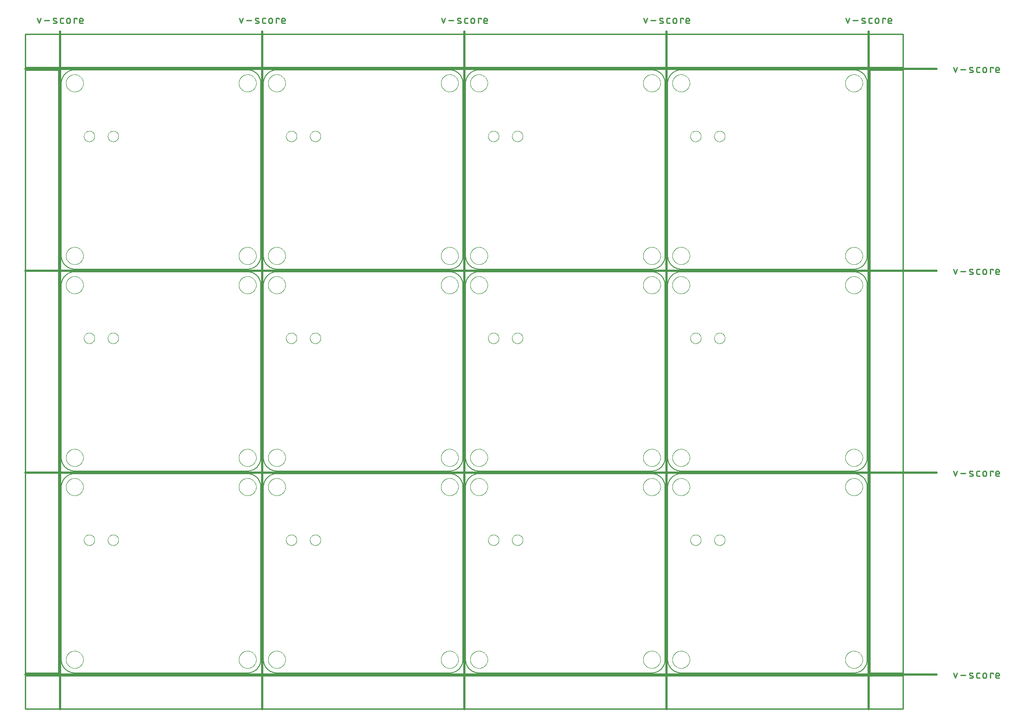
<source format=gko>
G04 EAGLE Gerber RS-274X export*
G75*
%MOMM*%
%FSLAX34Y34*%
%LPD*%
%IN*%
%IPPOS*%
%AMOC8*
5,1,8,0,0,1.08239X$1,22.5*%
G01*
%ADD10C,0.203200*%
%ADD11C,0.381000*%
%ADD12C,0.279400*%
%ADD13C,0.254000*%
%ADD14C,0.000000*%


D10*
X0Y25400D02*
X0Y355600D01*
X25400Y381000D02*
X355600Y381000D01*
X381000Y355600D02*
X381000Y25400D01*
X355600Y0D02*
X25400Y0D01*
X0Y355600D02*
X7Y356214D01*
X30Y356827D01*
X67Y357440D01*
X119Y358051D01*
X185Y358662D01*
X267Y359270D01*
X363Y359876D01*
X473Y360480D01*
X598Y361081D01*
X738Y361679D01*
X892Y362273D01*
X1061Y362863D01*
X1243Y363449D01*
X1440Y364030D01*
X1651Y364607D01*
X1875Y365178D01*
X2113Y365744D01*
X2365Y366304D01*
X2631Y366857D01*
X2909Y367404D01*
X3201Y367944D01*
X3506Y368477D01*
X3824Y369002D01*
X4154Y369520D01*
X4496Y370029D01*
X4851Y370530D01*
X5218Y371022D01*
X5596Y371505D01*
X5986Y371979D01*
X6388Y372443D01*
X6800Y372898D01*
X7224Y373342D01*
X7658Y373776D01*
X8102Y374200D01*
X8557Y374612D01*
X9021Y375014D01*
X9495Y375404D01*
X9978Y375782D01*
X10470Y376149D01*
X10971Y376504D01*
X11480Y376846D01*
X11998Y377176D01*
X12523Y377494D01*
X13056Y377799D01*
X13596Y378091D01*
X14143Y378369D01*
X14696Y378635D01*
X15256Y378887D01*
X15822Y379125D01*
X16393Y379349D01*
X16970Y379560D01*
X17551Y379757D01*
X18137Y379939D01*
X18727Y380108D01*
X19321Y380262D01*
X19919Y380402D01*
X20520Y380527D01*
X21124Y380637D01*
X21730Y380733D01*
X22338Y380815D01*
X22949Y380881D01*
X23560Y380933D01*
X24173Y380970D01*
X24786Y380993D01*
X25400Y381000D01*
X355600Y381000D02*
X356214Y380993D01*
X356827Y380970D01*
X357440Y380933D01*
X358051Y380881D01*
X358662Y380815D01*
X359270Y380733D01*
X359876Y380637D01*
X360480Y380527D01*
X361081Y380402D01*
X361679Y380262D01*
X362273Y380108D01*
X362863Y379939D01*
X363449Y379757D01*
X364030Y379560D01*
X364607Y379349D01*
X365178Y379125D01*
X365744Y378887D01*
X366304Y378635D01*
X366857Y378369D01*
X367404Y378091D01*
X367944Y377799D01*
X368477Y377494D01*
X369002Y377176D01*
X369520Y376846D01*
X370029Y376504D01*
X370530Y376149D01*
X371022Y375782D01*
X371505Y375404D01*
X371979Y375014D01*
X372443Y374612D01*
X372898Y374200D01*
X373342Y373776D01*
X373776Y373342D01*
X374200Y372898D01*
X374612Y372443D01*
X375014Y371979D01*
X375404Y371505D01*
X375782Y371022D01*
X376149Y370530D01*
X376504Y370029D01*
X376846Y369520D01*
X377176Y369002D01*
X377494Y368477D01*
X377799Y367944D01*
X378091Y367404D01*
X378369Y366857D01*
X378635Y366304D01*
X378887Y365744D01*
X379125Y365178D01*
X379349Y364607D01*
X379560Y364030D01*
X379757Y363449D01*
X379939Y362863D01*
X380108Y362273D01*
X380262Y361679D01*
X380402Y361081D01*
X380527Y360480D01*
X380637Y359876D01*
X380733Y359270D01*
X380815Y358662D01*
X380881Y358051D01*
X380933Y357440D01*
X380970Y356827D01*
X380993Y356214D01*
X381000Y355600D01*
X381000Y25400D02*
X380993Y24786D01*
X380970Y24173D01*
X380933Y23560D01*
X380881Y22949D01*
X380815Y22338D01*
X380733Y21730D01*
X380637Y21124D01*
X380527Y20520D01*
X380402Y19919D01*
X380262Y19321D01*
X380108Y18727D01*
X379939Y18137D01*
X379757Y17551D01*
X379560Y16970D01*
X379349Y16393D01*
X379125Y15822D01*
X378887Y15256D01*
X378635Y14696D01*
X378369Y14143D01*
X378091Y13596D01*
X377799Y13056D01*
X377494Y12523D01*
X377176Y11998D01*
X376846Y11480D01*
X376504Y10971D01*
X376149Y10470D01*
X375782Y9978D01*
X375404Y9495D01*
X375014Y9021D01*
X374612Y8557D01*
X374200Y8102D01*
X373776Y7658D01*
X373342Y7224D01*
X372898Y6800D01*
X372443Y6388D01*
X371979Y5986D01*
X371505Y5596D01*
X371022Y5218D01*
X370530Y4851D01*
X370029Y4496D01*
X369520Y4154D01*
X369002Y3824D01*
X368477Y3506D01*
X367944Y3201D01*
X367404Y2909D01*
X366857Y2631D01*
X366304Y2365D01*
X365744Y2113D01*
X365178Y1875D01*
X364607Y1651D01*
X364030Y1440D01*
X363449Y1243D01*
X362863Y1061D01*
X362273Y892D01*
X361679Y738D01*
X361081Y598D01*
X360480Y473D01*
X359876Y363D01*
X359270Y267D01*
X358662Y185D01*
X358051Y119D01*
X357440Y67D01*
X356827Y30D01*
X356214Y7D01*
X355600Y0D01*
X25400Y0D02*
X24786Y7D01*
X24173Y30D01*
X23560Y67D01*
X22949Y119D01*
X22338Y185D01*
X21730Y267D01*
X21124Y363D01*
X20520Y473D01*
X19919Y598D01*
X19321Y738D01*
X18727Y892D01*
X18137Y1061D01*
X17551Y1243D01*
X16970Y1440D01*
X16393Y1651D01*
X15822Y1875D01*
X15256Y2113D01*
X14696Y2365D01*
X14143Y2631D01*
X13596Y2909D01*
X13056Y3201D01*
X12523Y3506D01*
X11998Y3824D01*
X11480Y4154D01*
X10971Y4496D01*
X10470Y4851D01*
X9978Y5218D01*
X9495Y5596D01*
X9021Y5986D01*
X8557Y6388D01*
X8102Y6800D01*
X7658Y7224D01*
X7224Y7658D01*
X6800Y8102D01*
X6388Y8557D01*
X5986Y9021D01*
X5596Y9495D01*
X5218Y9978D01*
X4851Y10470D01*
X4496Y10971D01*
X4154Y11480D01*
X3824Y11998D01*
X3506Y12523D01*
X3201Y13056D01*
X2909Y13596D01*
X2631Y14143D01*
X2365Y14696D01*
X2113Y15256D01*
X1875Y15822D01*
X1651Y16393D01*
X1440Y16970D01*
X1243Y17551D01*
X1061Y18137D01*
X892Y18727D01*
X738Y19321D01*
X598Y19919D01*
X473Y20520D01*
X363Y21124D01*
X267Y21730D01*
X185Y22338D01*
X119Y22949D01*
X67Y23560D01*
X30Y24173D01*
X7Y24786D01*
X0Y25400D01*
X386080Y25400D02*
X386080Y355600D01*
X411480Y381000D02*
X741680Y381000D01*
X767080Y355600D02*
X767080Y25400D01*
X741680Y0D02*
X411480Y0D01*
X386080Y355600D02*
X386087Y356214D01*
X386110Y356827D01*
X386147Y357440D01*
X386199Y358051D01*
X386265Y358662D01*
X386347Y359270D01*
X386443Y359876D01*
X386553Y360480D01*
X386678Y361081D01*
X386818Y361679D01*
X386972Y362273D01*
X387141Y362863D01*
X387323Y363449D01*
X387520Y364030D01*
X387731Y364607D01*
X387955Y365178D01*
X388193Y365744D01*
X388445Y366304D01*
X388711Y366857D01*
X388989Y367404D01*
X389281Y367944D01*
X389586Y368477D01*
X389904Y369002D01*
X390234Y369520D01*
X390576Y370029D01*
X390931Y370530D01*
X391298Y371022D01*
X391676Y371505D01*
X392066Y371979D01*
X392468Y372443D01*
X392880Y372898D01*
X393304Y373342D01*
X393738Y373776D01*
X394182Y374200D01*
X394637Y374612D01*
X395101Y375014D01*
X395575Y375404D01*
X396058Y375782D01*
X396550Y376149D01*
X397051Y376504D01*
X397560Y376846D01*
X398078Y377176D01*
X398603Y377494D01*
X399136Y377799D01*
X399676Y378091D01*
X400223Y378369D01*
X400776Y378635D01*
X401336Y378887D01*
X401902Y379125D01*
X402473Y379349D01*
X403050Y379560D01*
X403631Y379757D01*
X404217Y379939D01*
X404807Y380108D01*
X405401Y380262D01*
X405999Y380402D01*
X406600Y380527D01*
X407204Y380637D01*
X407810Y380733D01*
X408418Y380815D01*
X409029Y380881D01*
X409640Y380933D01*
X410253Y380970D01*
X410866Y380993D01*
X411480Y381000D01*
X741680Y381000D02*
X742294Y380993D01*
X742907Y380970D01*
X743520Y380933D01*
X744131Y380881D01*
X744742Y380815D01*
X745350Y380733D01*
X745956Y380637D01*
X746560Y380527D01*
X747161Y380402D01*
X747759Y380262D01*
X748353Y380108D01*
X748943Y379939D01*
X749529Y379757D01*
X750110Y379560D01*
X750687Y379349D01*
X751258Y379125D01*
X751824Y378887D01*
X752384Y378635D01*
X752937Y378369D01*
X753484Y378091D01*
X754024Y377799D01*
X754557Y377494D01*
X755082Y377176D01*
X755600Y376846D01*
X756109Y376504D01*
X756610Y376149D01*
X757102Y375782D01*
X757585Y375404D01*
X758059Y375014D01*
X758523Y374612D01*
X758978Y374200D01*
X759422Y373776D01*
X759856Y373342D01*
X760280Y372898D01*
X760692Y372443D01*
X761094Y371979D01*
X761484Y371505D01*
X761862Y371022D01*
X762229Y370530D01*
X762584Y370029D01*
X762926Y369520D01*
X763256Y369002D01*
X763574Y368477D01*
X763879Y367944D01*
X764171Y367404D01*
X764449Y366857D01*
X764715Y366304D01*
X764967Y365744D01*
X765205Y365178D01*
X765429Y364607D01*
X765640Y364030D01*
X765837Y363449D01*
X766019Y362863D01*
X766188Y362273D01*
X766342Y361679D01*
X766482Y361081D01*
X766607Y360480D01*
X766717Y359876D01*
X766813Y359270D01*
X766895Y358662D01*
X766961Y358051D01*
X767013Y357440D01*
X767050Y356827D01*
X767073Y356214D01*
X767080Y355600D01*
X767080Y25400D02*
X767073Y24786D01*
X767050Y24173D01*
X767013Y23560D01*
X766961Y22949D01*
X766895Y22338D01*
X766813Y21730D01*
X766717Y21124D01*
X766607Y20520D01*
X766482Y19919D01*
X766342Y19321D01*
X766188Y18727D01*
X766019Y18137D01*
X765837Y17551D01*
X765640Y16970D01*
X765429Y16393D01*
X765205Y15822D01*
X764967Y15256D01*
X764715Y14696D01*
X764449Y14143D01*
X764171Y13596D01*
X763879Y13056D01*
X763574Y12523D01*
X763256Y11998D01*
X762926Y11480D01*
X762584Y10971D01*
X762229Y10470D01*
X761862Y9978D01*
X761484Y9495D01*
X761094Y9021D01*
X760692Y8557D01*
X760280Y8102D01*
X759856Y7658D01*
X759422Y7224D01*
X758978Y6800D01*
X758523Y6388D01*
X758059Y5986D01*
X757585Y5596D01*
X757102Y5218D01*
X756610Y4851D01*
X756109Y4496D01*
X755600Y4154D01*
X755082Y3824D01*
X754557Y3506D01*
X754024Y3201D01*
X753484Y2909D01*
X752937Y2631D01*
X752384Y2365D01*
X751824Y2113D01*
X751258Y1875D01*
X750687Y1651D01*
X750110Y1440D01*
X749529Y1243D01*
X748943Y1061D01*
X748353Y892D01*
X747759Y738D01*
X747161Y598D01*
X746560Y473D01*
X745956Y363D01*
X745350Y267D01*
X744742Y185D01*
X744131Y119D01*
X743520Y67D01*
X742907Y30D01*
X742294Y7D01*
X741680Y0D01*
X411480Y0D02*
X410866Y7D01*
X410253Y30D01*
X409640Y67D01*
X409029Y119D01*
X408418Y185D01*
X407810Y267D01*
X407204Y363D01*
X406600Y473D01*
X405999Y598D01*
X405401Y738D01*
X404807Y892D01*
X404217Y1061D01*
X403631Y1243D01*
X403050Y1440D01*
X402473Y1651D01*
X401902Y1875D01*
X401336Y2113D01*
X400776Y2365D01*
X400223Y2631D01*
X399676Y2909D01*
X399136Y3201D01*
X398603Y3506D01*
X398078Y3824D01*
X397560Y4154D01*
X397051Y4496D01*
X396550Y4851D01*
X396058Y5218D01*
X395575Y5596D01*
X395101Y5986D01*
X394637Y6388D01*
X394182Y6800D01*
X393738Y7224D01*
X393304Y7658D01*
X392880Y8102D01*
X392468Y8557D01*
X392066Y9021D01*
X391676Y9495D01*
X391298Y9978D01*
X390931Y10470D01*
X390576Y10971D01*
X390234Y11480D01*
X389904Y11998D01*
X389586Y12523D01*
X389281Y13056D01*
X388989Y13596D01*
X388711Y14143D01*
X388445Y14696D01*
X388193Y15256D01*
X387955Y15822D01*
X387731Y16393D01*
X387520Y16970D01*
X387323Y17551D01*
X387141Y18137D01*
X386972Y18727D01*
X386818Y19321D01*
X386678Y19919D01*
X386553Y20520D01*
X386443Y21124D01*
X386347Y21730D01*
X386265Y22338D01*
X386199Y22949D01*
X386147Y23560D01*
X386110Y24173D01*
X386087Y24786D01*
X386080Y25400D01*
X772160Y25400D02*
X772160Y355600D01*
X797560Y381000D02*
X1127760Y381000D01*
X1153160Y355600D02*
X1153160Y25400D01*
X1127760Y0D02*
X797560Y0D01*
X772160Y355600D02*
X772167Y356214D01*
X772190Y356827D01*
X772227Y357440D01*
X772279Y358051D01*
X772345Y358662D01*
X772427Y359270D01*
X772523Y359876D01*
X772633Y360480D01*
X772758Y361081D01*
X772898Y361679D01*
X773052Y362273D01*
X773221Y362863D01*
X773403Y363449D01*
X773600Y364030D01*
X773811Y364607D01*
X774035Y365178D01*
X774273Y365744D01*
X774525Y366304D01*
X774791Y366857D01*
X775069Y367404D01*
X775361Y367944D01*
X775666Y368477D01*
X775984Y369002D01*
X776314Y369520D01*
X776656Y370029D01*
X777011Y370530D01*
X777378Y371022D01*
X777756Y371505D01*
X778146Y371979D01*
X778548Y372443D01*
X778960Y372898D01*
X779384Y373342D01*
X779818Y373776D01*
X780262Y374200D01*
X780717Y374612D01*
X781181Y375014D01*
X781655Y375404D01*
X782138Y375782D01*
X782630Y376149D01*
X783131Y376504D01*
X783640Y376846D01*
X784158Y377176D01*
X784683Y377494D01*
X785216Y377799D01*
X785756Y378091D01*
X786303Y378369D01*
X786856Y378635D01*
X787416Y378887D01*
X787982Y379125D01*
X788553Y379349D01*
X789130Y379560D01*
X789711Y379757D01*
X790297Y379939D01*
X790887Y380108D01*
X791481Y380262D01*
X792079Y380402D01*
X792680Y380527D01*
X793284Y380637D01*
X793890Y380733D01*
X794498Y380815D01*
X795109Y380881D01*
X795720Y380933D01*
X796333Y380970D01*
X796946Y380993D01*
X797560Y381000D01*
X1127760Y381000D02*
X1128374Y380993D01*
X1128987Y380970D01*
X1129600Y380933D01*
X1130211Y380881D01*
X1130822Y380815D01*
X1131430Y380733D01*
X1132036Y380637D01*
X1132640Y380527D01*
X1133241Y380402D01*
X1133839Y380262D01*
X1134433Y380108D01*
X1135023Y379939D01*
X1135609Y379757D01*
X1136190Y379560D01*
X1136767Y379349D01*
X1137338Y379125D01*
X1137904Y378887D01*
X1138464Y378635D01*
X1139017Y378369D01*
X1139564Y378091D01*
X1140104Y377799D01*
X1140637Y377494D01*
X1141162Y377176D01*
X1141680Y376846D01*
X1142189Y376504D01*
X1142690Y376149D01*
X1143182Y375782D01*
X1143665Y375404D01*
X1144139Y375014D01*
X1144603Y374612D01*
X1145058Y374200D01*
X1145502Y373776D01*
X1145936Y373342D01*
X1146360Y372898D01*
X1146772Y372443D01*
X1147174Y371979D01*
X1147564Y371505D01*
X1147942Y371022D01*
X1148309Y370530D01*
X1148664Y370029D01*
X1149006Y369520D01*
X1149336Y369002D01*
X1149654Y368477D01*
X1149959Y367944D01*
X1150251Y367404D01*
X1150529Y366857D01*
X1150795Y366304D01*
X1151047Y365744D01*
X1151285Y365178D01*
X1151509Y364607D01*
X1151720Y364030D01*
X1151917Y363449D01*
X1152099Y362863D01*
X1152268Y362273D01*
X1152422Y361679D01*
X1152562Y361081D01*
X1152687Y360480D01*
X1152797Y359876D01*
X1152893Y359270D01*
X1152975Y358662D01*
X1153041Y358051D01*
X1153093Y357440D01*
X1153130Y356827D01*
X1153153Y356214D01*
X1153160Y355600D01*
X1153160Y25400D02*
X1153153Y24786D01*
X1153130Y24173D01*
X1153093Y23560D01*
X1153041Y22949D01*
X1152975Y22338D01*
X1152893Y21730D01*
X1152797Y21124D01*
X1152687Y20520D01*
X1152562Y19919D01*
X1152422Y19321D01*
X1152268Y18727D01*
X1152099Y18137D01*
X1151917Y17551D01*
X1151720Y16970D01*
X1151509Y16393D01*
X1151285Y15822D01*
X1151047Y15256D01*
X1150795Y14696D01*
X1150529Y14143D01*
X1150251Y13596D01*
X1149959Y13056D01*
X1149654Y12523D01*
X1149336Y11998D01*
X1149006Y11480D01*
X1148664Y10971D01*
X1148309Y10470D01*
X1147942Y9978D01*
X1147564Y9495D01*
X1147174Y9021D01*
X1146772Y8557D01*
X1146360Y8102D01*
X1145936Y7658D01*
X1145502Y7224D01*
X1145058Y6800D01*
X1144603Y6388D01*
X1144139Y5986D01*
X1143665Y5596D01*
X1143182Y5218D01*
X1142690Y4851D01*
X1142189Y4496D01*
X1141680Y4154D01*
X1141162Y3824D01*
X1140637Y3506D01*
X1140104Y3201D01*
X1139564Y2909D01*
X1139017Y2631D01*
X1138464Y2365D01*
X1137904Y2113D01*
X1137338Y1875D01*
X1136767Y1651D01*
X1136190Y1440D01*
X1135609Y1243D01*
X1135023Y1061D01*
X1134433Y892D01*
X1133839Y738D01*
X1133241Y598D01*
X1132640Y473D01*
X1132036Y363D01*
X1131430Y267D01*
X1130822Y185D01*
X1130211Y119D01*
X1129600Y67D01*
X1128987Y30D01*
X1128374Y7D01*
X1127760Y0D01*
X797560Y0D02*
X796946Y7D01*
X796333Y30D01*
X795720Y67D01*
X795109Y119D01*
X794498Y185D01*
X793890Y267D01*
X793284Y363D01*
X792680Y473D01*
X792079Y598D01*
X791481Y738D01*
X790887Y892D01*
X790297Y1061D01*
X789711Y1243D01*
X789130Y1440D01*
X788553Y1651D01*
X787982Y1875D01*
X787416Y2113D01*
X786856Y2365D01*
X786303Y2631D01*
X785756Y2909D01*
X785216Y3201D01*
X784683Y3506D01*
X784158Y3824D01*
X783640Y4154D01*
X783131Y4496D01*
X782630Y4851D01*
X782138Y5218D01*
X781655Y5596D01*
X781181Y5986D01*
X780717Y6388D01*
X780262Y6800D01*
X779818Y7224D01*
X779384Y7658D01*
X778960Y8102D01*
X778548Y8557D01*
X778146Y9021D01*
X777756Y9495D01*
X777378Y9978D01*
X777011Y10470D01*
X776656Y10971D01*
X776314Y11480D01*
X775984Y11998D01*
X775666Y12523D01*
X775361Y13056D01*
X775069Y13596D01*
X774791Y14143D01*
X774525Y14696D01*
X774273Y15256D01*
X774035Y15822D01*
X773811Y16393D01*
X773600Y16970D01*
X773403Y17551D01*
X773221Y18137D01*
X773052Y18727D01*
X772898Y19321D01*
X772758Y19919D01*
X772633Y20520D01*
X772523Y21124D01*
X772427Y21730D01*
X772345Y22338D01*
X772279Y22949D01*
X772227Y23560D01*
X772190Y24173D01*
X772167Y24786D01*
X772160Y25400D01*
X1158240Y25400D02*
X1158240Y355600D01*
X1183640Y381000D02*
X1513840Y381000D01*
X1539240Y355600D02*
X1539240Y25400D01*
X1513840Y0D02*
X1183640Y0D01*
X1158240Y355600D02*
X1158247Y356214D01*
X1158270Y356827D01*
X1158307Y357440D01*
X1158359Y358051D01*
X1158425Y358662D01*
X1158507Y359270D01*
X1158603Y359876D01*
X1158713Y360480D01*
X1158838Y361081D01*
X1158978Y361679D01*
X1159132Y362273D01*
X1159301Y362863D01*
X1159483Y363449D01*
X1159680Y364030D01*
X1159891Y364607D01*
X1160115Y365178D01*
X1160353Y365744D01*
X1160605Y366304D01*
X1160871Y366857D01*
X1161149Y367404D01*
X1161441Y367944D01*
X1161746Y368477D01*
X1162064Y369002D01*
X1162394Y369520D01*
X1162736Y370029D01*
X1163091Y370530D01*
X1163458Y371022D01*
X1163836Y371505D01*
X1164226Y371979D01*
X1164628Y372443D01*
X1165040Y372898D01*
X1165464Y373342D01*
X1165898Y373776D01*
X1166342Y374200D01*
X1166797Y374612D01*
X1167261Y375014D01*
X1167735Y375404D01*
X1168218Y375782D01*
X1168710Y376149D01*
X1169211Y376504D01*
X1169720Y376846D01*
X1170238Y377176D01*
X1170763Y377494D01*
X1171296Y377799D01*
X1171836Y378091D01*
X1172383Y378369D01*
X1172936Y378635D01*
X1173496Y378887D01*
X1174062Y379125D01*
X1174633Y379349D01*
X1175210Y379560D01*
X1175791Y379757D01*
X1176377Y379939D01*
X1176967Y380108D01*
X1177561Y380262D01*
X1178159Y380402D01*
X1178760Y380527D01*
X1179364Y380637D01*
X1179970Y380733D01*
X1180578Y380815D01*
X1181189Y380881D01*
X1181800Y380933D01*
X1182413Y380970D01*
X1183026Y380993D01*
X1183640Y381000D01*
X1513840Y381000D02*
X1514454Y380993D01*
X1515067Y380970D01*
X1515680Y380933D01*
X1516291Y380881D01*
X1516902Y380815D01*
X1517510Y380733D01*
X1518116Y380637D01*
X1518720Y380527D01*
X1519321Y380402D01*
X1519919Y380262D01*
X1520513Y380108D01*
X1521103Y379939D01*
X1521689Y379757D01*
X1522270Y379560D01*
X1522847Y379349D01*
X1523418Y379125D01*
X1523984Y378887D01*
X1524544Y378635D01*
X1525097Y378369D01*
X1525644Y378091D01*
X1526184Y377799D01*
X1526717Y377494D01*
X1527242Y377176D01*
X1527760Y376846D01*
X1528269Y376504D01*
X1528770Y376149D01*
X1529262Y375782D01*
X1529745Y375404D01*
X1530219Y375014D01*
X1530683Y374612D01*
X1531138Y374200D01*
X1531582Y373776D01*
X1532016Y373342D01*
X1532440Y372898D01*
X1532852Y372443D01*
X1533254Y371979D01*
X1533644Y371505D01*
X1534022Y371022D01*
X1534389Y370530D01*
X1534744Y370029D01*
X1535086Y369520D01*
X1535416Y369002D01*
X1535734Y368477D01*
X1536039Y367944D01*
X1536331Y367404D01*
X1536609Y366857D01*
X1536875Y366304D01*
X1537127Y365744D01*
X1537365Y365178D01*
X1537589Y364607D01*
X1537800Y364030D01*
X1537997Y363449D01*
X1538179Y362863D01*
X1538348Y362273D01*
X1538502Y361679D01*
X1538642Y361081D01*
X1538767Y360480D01*
X1538877Y359876D01*
X1538973Y359270D01*
X1539055Y358662D01*
X1539121Y358051D01*
X1539173Y357440D01*
X1539210Y356827D01*
X1539233Y356214D01*
X1539240Y355600D01*
X1539240Y25400D02*
X1539233Y24786D01*
X1539210Y24173D01*
X1539173Y23560D01*
X1539121Y22949D01*
X1539055Y22338D01*
X1538973Y21730D01*
X1538877Y21124D01*
X1538767Y20520D01*
X1538642Y19919D01*
X1538502Y19321D01*
X1538348Y18727D01*
X1538179Y18137D01*
X1537997Y17551D01*
X1537800Y16970D01*
X1537589Y16393D01*
X1537365Y15822D01*
X1537127Y15256D01*
X1536875Y14696D01*
X1536609Y14143D01*
X1536331Y13596D01*
X1536039Y13056D01*
X1535734Y12523D01*
X1535416Y11998D01*
X1535086Y11480D01*
X1534744Y10971D01*
X1534389Y10470D01*
X1534022Y9978D01*
X1533644Y9495D01*
X1533254Y9021D01*
X1532852Y8557D01*
X1532440Y8102D01*
X1532016Y7658D01*
X1531582Y7224D01*
X1531138Y6800D01*
X1530683Y6388D01*
X1530219Y5986D01*
X1529745Y5596D01*
X1529262Y5218D01*
X1528770Y4851D01*
X1528269Y4496D01*
X1527760Y4154D01*
X1527242Y3824D01*
X1526717Y3506D01*
X1526184Y3201D01*
X1525644Y2909D01*
X1525097Y2631D01*
X1524544Y2365D01*
X1523984Y2113D01*
X1523418Y1875D01*
X1522847Y1651D01*
X1522270Y1440D01*
X1521689Y1243D01*
X1521103Y1061D01*
X1520513Y892D01*
X1519919Y738D01*
X1519321Y598D01*
X1518720Y473D01*
X1518116Y363D01*
X1517510Y267D01*
X1516902Y185D01*
X1516291Y119D01*
X1515680Y67D01*
X1515067Y30D01*
X1514454Y7D01*
X1513840Y0D01*
X1183640Y0D02*
X1183026Y7D01*
X1182413Y30D01*
X1181800Y67D01*
X1181189Y119D01*
X1180578Y185D01*
X1179970Y267D01*
X1179364Y363D01*
X1178760Y473D01*
X1178159Y598D01*
X1177561Y738D01*
X1176967Y892D01*
X1176377Y1061D01*
X1175791Y1243D01*
X1175210Y1440D01*
X1174633Y1651D01*
X1174062Y1875D01*
X1173496Y2113D01*
X1172936Y2365D01*
X1172383Y2631D01*
X1171836Y2909D01*
X1171296Y3201D01*
X1170763Y3506D01*
X1170238Y3824D01*
X1169720Y4154D01*
X1169211Y4496D01*
X1168710Y4851D01*
X1168218Y5218D01*
X1167735Y5596D01*
X1167261Y5986D01*
X1166797Y6388D01*
X1166342Y6800D01*
X1165898Y7224D01*
X1165464Y7658D01*
X1165040Y8102D01*
X1164628Y8557D01*
X1164226Y9021D01*
X1163836Y9495D01*
X1163458Y9978D01*
X1163091Y10470D01*
X1162736Y10971D01*
X1162394Y11480D01*
X1162064Y11998D01*
X1161746Y12523D01*
X1161441Y13056D01*
X1161149Y13596D01*
X1160871Y14143D01*
X1160605Y14696D01*
X1160353Y15256D01*
X1160115Y15822D01*
X1159891Y16393D01*
X1159680Y16970D01*
X1159483Y17551D01*
X1159301Y18137D01*
X1159132Y18727D01*
X1158978Y19321D01*
X1158838Y19919D01*
X1158713Y20520D01*
X1158603Y21124D01*
X1158507Y21730D01*
X1158425Y22338D01*
X1158359Y22949D01*
X1158307Y23560D01*
X1158270Y24173D01*
X1158247Y24786D01*
X1158240Y25400D01*
X0Y411480D02*
X0Y741680D01*
X25400Y767080D02*
X355600Y767080D01*
X381000Y741680D02*
X381000Y411480D01*
X355600Y386080D02*
X25400Y386080D01*
X0Y741680D02*
X7Y742294D01*
X30Y742907D01*
X67Y743520D01*
X119Y744131D01*
X185Y744742D01*
X267Y745350D01*
X363Y745956D01*
X473Y746560D01*
X598Y747161D01*
X738Y747759D01*
X892Y748353D01*
X1061Y748943D01*
X1243Y749529D01*
X1440Y750110D01*
X1651Y750687D01*
X1875Y751258D01*
X2113Y751824D01*
X2365Y752384D01*
X2631Y752937D01*
X2909Y753484D01*
X3201Y754024D01*
X3506Y754557D01*
X3824Y755082D01*
X4154Y755600D01*
X4496Y756109D01*
X4851Y756610D01*
X5218Y757102D01*
X5596Y757585D01*
X5986Y758059D01*
X6388Y758523D01*
X6800Y758978D01*
X7224Y759422D01*
X7658Y759856D01*
X8102Y760280D01*
X8557Y760692D01*
X9021Y761094D01*
X9495Y761484D01*
X9978Y761862D01*
X10470Y762229D01*
X10971Y762584D01*
X11480Y762926D01*
X11998Y763256D01*
X12523Y763574D01*
X13056Y763879D01*
X13596Y764171D01*
X14143Y764449D01*
X14696Y764715D01*
X15256Y764967D01*
X15822Y765205D01*
X16393Y765429D01*
X16970Y765640D01*
X17551Y765837D01*
X18137Y766019D01*
X18727Y766188D01*
X19321Y766342D01*
X19919Y766482D01*
X20520Y766607D01*
X21124Y766717D01*
X21730Y766813D01*
X22338Y766895D01*
X22949Y766961D01*
X23560Y767013D01*
X24173Y767050D01*
X24786Y767073D01*
X25400Y767080D01*
X355600Y767080D02*
X356214Y767073D01*
X356827Y767050D01*
X357440Y767013D01*
X358051Y766961D01*
X358662Y766895D01*
X359270Y766813D01*
X359876Y766717D01*
X360480Y766607D01*
X361081Y766482D01*
X361679Y766342D01*
X362273Y766188D01*
X362863Y766019D01*
X363449Y765837D01*
X364030Y765640D01*
X364607Y765429D01*
X365178Y765205D01*
X365744Y764967D01*
X366304Y764715D01*
X366857Y764449D01*
X367404Y764171D01*
X367944Y763879D01*
X368477Y763574D01*
X369002Y763256D01*
X369520Y762926D01*
X370029Y762584D01*
X370530Y762229D01*
X371022Y761862D01*
X371505Y761484D01*
X371979Y761094D01*
X372443Y760692D01*
X372898Y760280D01*
X373342Y759856D01*
X373776Y759422D01*
X374200Y758978D01*
X374612Y758523D01*
X375014Y758059D01*
X375404Y757585D01*
X375782Y757102D01*
X376149Y756610D01*
X376504Y756109D01*
X376846Y755600D01*
X377176Y755082D01*
X377494Y754557D01*
X377799Y754024D01*
X378091Y753484D01*
X378369Y752937D01*
X378635Y752384D01*
X378887Y751824D01*
X379125Y751258D01*
X379349Y750687D01*
X379560Y750110D01*
X379757Y749529D01*
X379939Y748943D01*
X380108Y748353D01*
X380262Y747759D01*
X380402Y747161D01*
X380527Y746560D01*
X380637Y745956D01*
X380733Y745350D01*
X380815Y744742D01*
X380881Y744131D01*
X380933Y743520D01*
X380970Y742907D01*
X380993Y742294D01*
X381000Y741680D01*
X381000Y411480D02*
X380993Y410866D01*
X380970Y410253D01*
X380933Y409640D01*
X380881Y409029D01*
X380815Y408418D01*
X380733Y407810D01*
X380637Y407204D01*
X380527Y406600D01*
X380402Y405999D01*
X380262Y405401D01*
X380108Y404807D01*
X379939Y404217D01*
X379757Y403631D01*
X379560Y403050D01*
X379349Y402473D01*
X379125Y401902D01*
X378887Y401336D01*
X378635Y400776D01*
X378369Y400223D01*
X378091Y399676D01*
X377799Y399136D01*
X377494Y398603D01*
X377176Y398078D01*
X376846Y397560D01*
X376504Y397051D01*
X376149Y396550D01*
X375782Y396058D01*
X375404Y395575D01*
X375014Y395101D01*
X374612Y394637D01*
X374200Y394182D01*
X373776Y393738D01*
X373342Y393304D01*
X372898Y392880D01*
X372443Y392468D01*
X371979Y392066D01*
X371505Y391676D01*
X371022Y391298D01*
X370530Y390931D01*
X370029Y390576D01*
X369520Y390234D01*
X369002Y389904D01*
X368477Y389586D01*
X367944Y389281D01*
X367404Y388989D01*
X366857Y388711D01*
X366304Y388445D01*
X365744Y388193D01*
X365178Y387955D01*
X364607Y387731D01*
X364030Y387520D01*
X363449Y387323D01*
X362863Y387141D01*
X362273Y386972D01*
X361679Y386818D01*
X361081Y386678D01*
X360480Y386553D01*
X359876Y386443D01*
X359270Y386347D01*
X358662Y386265D01*
X358051Y386199D01*
X357440Y386147D01*
X356827Y386110D01*
X356214Y386087D01*
X355600Y386080D01*
X25400Y386080D02*
X24786Y386087D01*
X24173Y386110D01*
X23560Y386147D01*
X22949Y386199D01*
X22338Y386265D01*
X21730Y386347D01*
X21124Y386443D01*
X20520Y386553D01*
X19919Y386678D01*
X19321Y386818D01*
X18727Y386972D01*
X18137Y387141D01*
X17551Y387323D01*
X16970Y387520D01*
X16393Y387731D01*
X15822Y387955D01*
X15256Y388193D01*
X14696Y388445D01*
X14143Y388711D01*
X13596Y388989D01*
X13056Y389281D01*
X12523Y389586D01*
X11998Y389904D01*
X11480Y390234D01*
X10971Y390576D01*
X10470Y390931D01*
X9978Y391298D01*
X9495Y391676D01*
X9021Y392066D01*
X8557Y392468D01*
X8102Y392880D01*
X7658Y393304D01*
X7224Y393738D01*
X6800Y394182D01*
X6388Y394637D01*
X5986Y395101D01*
X5596Y395575D01*
X5218Y396058D01*
X4851Y396550D01*
X4496Y397051D01*
X4154Y397560D01*
X3824Y398078D01*
X3506Y398603D01*
X3201Y399136D01*
X2909Y399676D01*
X2631Y400223D01*
X2365Y400776D01*
X2113Y401336D01*
X1875Y401902D01*
X1651Y402473D01*
X1440Y403050D01*
X1243Y403631D01*
X1061Y404217D01*
X892Y404807D01*
X738Y405401D01*
X598Y405999D01*
X473Y406600D01*
X363Y407204D01*
X267Y407810D01*
X185Y408418D01*
X119Y409029D01*
X67Y409640D01*
X30Y410253D01*
X7Y410866D01*
X0Y411480D01*
X386080Y411480D02*
X386080Y741680D01*
X411480Y767080D02*
X741680Y767080D01*
X767080Y741680D02*
X767080Y411480D01*
X741680Y386080D02*
X411480Y386080D01*
X386080Y741680D02*
X386087Y742294D01*
X386110Y742907D01*
X386147Y743520D01*
X386199Y744131D01*
X386265Y744742D01*
X386347Y745350D01*
X386443Y745956D01*
X386553Y746560D01*
X386678Y747161D01*
X386818Y747759D01*
X386972Y748353D01*
X387141Y748943D01*
X387323Y749529D01*
X387520Y750110D01*
X387731Y750687D01*
X387955Y751258D01*
X388193Y751824D01*
X388445Y752384D01*
X388711Y752937D01*
X388989Y753484D01*
X389281Y754024D01*
X389586Y754557D01*
X389904Y755082D01*
X390234Y755600D01*
X390576Y756109D01*
X390931Y756610D01*
X391298Y757102D01*
X391676Y757585D01*
X392066Y758059D01*
X392468Y758523D01*
X392880Y758978D01*
X393304Y759422D01*
X393738Y759856D01*
X394182Y760280D01*
X394637Y760692D01*
X395101Y761094D01*
X395575Y761484D01*
X396058Y761862D01*
X396550Y762229D01*
X397051Y762584D01*
X397560Y762926D01*
X398078Y763256D01*
X398603Y763574D01*
X399136Y763879D01*
X399676Y764171D01*
X400223Y764449D01*
X400776Y764715D01*
X401336Y764967D01*
X401902Y765205D01*
X402473Y765429D01*
X403050Y765640D01*
X403631Y765837D01*
X404217Y766019D01*
X404807Y766188D01*
X405401Y766342D01*
X405999Y766482D01*
X406600Y766607D01*
X407204Y766717D01*
X407810Y766813D01*
X408418Y766895D01*
X409029Y766961D01*
X409640Y767013D01*
X410253Y767050D01*
X410866Y767073D01*
X411480Y767080D01*
X741680Y767080D02*
X742294Y767073D01*
X742907Y767050D01*
X743520Y767013D01*
X744131Y766961D01*
X744742Y766895D01*
X745350Y766813D01*
X745956Y766717D01*
X746560Y766607D01*
X747161Y766482D01*
X747759Y766342D01*
X748353Y766188D01*
X748943Y766019D01*
X749529Y765837D01*
X750110Y765640D01*
X750687Y765429D01*
X751258Y765205D01*
X751824Y764967D01*
X752384Y764715D01*
X752937Y764449D01*
X753484Y764171D01*
X754024Y763879D01*
X754557Y763574D01*
X755082Y763256D01*
X755600Y762926D01*
X756109Y762584D01*
X756610Y762229D01*
X757102Y761862D01*
X757585Y761484D01*
X758059Y761094D01*
X758523Y760692D01*
X758978Y760280D01*
X759422Y759856D01*
X759856Y759422D01*
X760280Y758978D01*
X760692Y758523D01*
X761094Y758059D01*
X761484Y757585D01*
X761862Y757102D01*
X762229Y756610D01*
X762584Y756109D01*
X762926Y755600D01*
X763256Y755082D01*
X763574Y754557D01*
X763879Y754024D01*
X764171Y753484D01*
X764449Y752937D01*
X764715Y752384D01*
X764967Y751824D01*
X765205Y751258D01*
X765429Y750687D01*
X765640Y750110D01*
X765837Y749529D01*
X766019Y748943D01*
X766188Y748353D01*
X766342Y747759D01*
X766482Y747161D01*
X766607Y746560D01*
X766717Y745956D01*
X766813Y745350D01*
X766895Y744742D01*
X766961Y744131D01*
X767013Y743520D01*
X767050Y742907D01*
X767073Y742294D01*
X767080Y741680D01*
X767080Y411480D02*
X767073Y410866D01*
X767050Y410253D01*
X767013Y409640D01*
X766961Y409029D01*
X766895Y408418D01*
X766813Y407810D01*
X766717Y407204D01*
X766607Y406600D01*
X766482Y405999D01*
X766342Y405401D01*
X766188Y404807D01*
X766019Y404217D01*
X765837Y403631D01*
X765640Y403050D01*
X765429Y402473D01*
X765205Y401902D01*
X764967Y401336D01*
X764715Y400776D01*
X764449Y400223D01*
X764171Y399676D01*
X763879Y399136D01*
X763574Y398603D01*
X763256Y398078D01*
X762926Y397560D01*
X762584Y397051D01*
X762229Y396550D01*
X761862Y396058D01*
X761484Y395575D01*
X761094Y395101D01*
X760692Y394637D01*
X760280Y394182D01*
X759856Y393738D01*
X759422Y393304D01*
X758978Y392880D01*
X758523Y392468D01*
X758059Y392066D01*
X757585Y391676D01*
X757102Y391298D01*
X756610Y390931D01*
X756109Y390576D01*
X755600Y390234D01*
X755082Y389904D01*
X754557Y389586D01*
X754024Y389281D01*
X753484Y388989D01*
X752937Y388711D01*
X752384Y388445D01*
X751824Y388193D01*
X751258Y387955D01*
X750687Y387731D01*
X750110Y387520D01*
X749529Y387323D01*
X748943Y387141D01*
X748353Y386972D01*
X747759Y386818D01*
X747161Y386678D01*
X746560Y386553D01*
X745956Y386443D01*
X745350Y386347D01*
X744742Y386265D01*
X744131Y386199D01*
X743520Y386147D01*
X742907Y386110D01*
X742294Y386087D01*
X741680Y386080D01*
X411480Y386080D02*
X410866Y386087D01*
X410253Y386110D01*
X409640Y386147D01*
X409029Y386199D01*
X408418Y386265D01*
X407810Y386347D01*
X407204Y386443D01*
X406600Y386553D01*
X405999Y386678D01*
X405401Y386818D01*
X404807Y386972D01*
X404217Y387141D01*
X403631Y387323D01*
X403050Y387520D01*
X402473Y387731D01*
X401902Y387955D01*
X401336Y388193D01*
X400776Y388445D01*
X400223Y388711D01*
X399676Y388989D01*
X399136Y389281D01*
X398603Y389586D01*
X398078Y389904D01*
X397560Y390234D01*
X397051Y390576D01*
X396550Y390931D01*
X396058Y391298D01*
X395575Y391676D01*
X395101Y392066D01*
X394637Y392468D01*
X394182Y392880D01*
X393738Y393304D01*
X393304Y393738D01*
X392880Y394182D01*
X392468Y394637D01*
X392066Y395101D01*
X391676Y395575D01*
X391298Y396058D01*
X390931Y396550D01*
X390576Y397051D01*
X390234Y397560D01*
X389904Y398078D01*
X389586Y398603D01*
X389281Y399136D01*
X388989Y399676D01*
X388711Y400223D01*
X388445Y400776D01*
X388193Y401336D01*
X387955Y401902D01*
X387731Y402473D01*
X387520Y403050D01*
X387323Y403631D01*
X387141Y404217D01*
X386972Y404807D01*
X386818Y405401D01*
X386678Y405999D01*
X386553Y406600D01*
X386443Y407204D01*
X386347Y407810D01*
X386265Y408418D01*
X386199Y409029D01*
X386147Y409640D01*
X386110Y410253D01*
X386087Y410866D01*
X386080Y411480D01*
X772160Y411480D02*
X772160Y741680D01*
X797560Y767080D02*
X1127760Y767080D01*
X1153160Y741680D02*
X1153160Y411480D01*
X1127760Y386080D02*
X797560Y386080D01*
X772160Y741680D02*
X772167Y742294D01*
X772190Y742907D01*
X772227Y743520D01*
X772279Y744131D01*
X772345Y744742D01*
X772427Y745350D01*
X772523Y745956D01*
X772633Y746560D01*
X772758Y747161D01*
X772898Y747759D01*
X773052Y748353D01*
X773221Y748943D01*
X773403Y749529D01*
X773600Y750110D01*
X773811Y750687D01*
X774035Y751258D01*
X774273Y751824D01*
X774525Y752384D01*
X774791Y752937D01*
X775069Y753484D01*
X775361Y754024D01*
X775666Y754557D01*
X775984Y755082D01*
X776314Y755600D01*
X776656Y756109D01*
X777011Y756610D01*
X777378Y757102D01*
X777756Y757585D01*
X778146Y758059D01*
X778548Y758523D01*
X778960Y758978D01*
X779384Y759422D01*
X779818Y759856D01*
X780262Y760280D01*
X780717Y760692D01*
X781181Y761094D01*
X781655Y761484D01*
X782138Y761862D01*
X782630Y762229D01*
X783131Y762584D01*
X783640Y762926D01*
X784158Y763256D01*
X784683Y763574D01*
X785216Y763879D01*
X785756Y764171D01*
X786303Y764449D01*
X786856Y764715D01*
X787416Y764967D01*
X787982Y765205D01*
X788553Y765429D01*
X789130Y765640D01*
X789711Y765837D01*
X790297Y766019D01*
X790887Y766188D01*
X791481Y766342D01*
X792079Y766482D01*
X792680Y766607D01*
X793284Y766717D01*
X793890Y766813D01*
X794498Y766895D01*
X795109Y766961D01*
X795720Y767013D01*
X796333Y767050D01*
X796946Y767073D01*
X797560Y767080D01*
X1127760Y767080D02*
X1128374Y767073D01*
X1128987Y767050D01*
X1129600Y767013D01*
X1130211Y766961D01*
X1130822Y766895D01*
X1131430Y766813D01*
X1132036Y766717D01*
X1132640Y766607D01*
X1133241Y766482D01*
X1133839Y766342D01*
X1134433Y766188D01*
X1135023Y766019D01*
X1135609Y765837D01*
X1136190Y765640D01*
X1136767Y765429D01*
X1137338Y765205D01*
X1137904Y764967D01*
X1138464Y764715D01*
X1139017Y764449D01*
X1139564Y764171D01*
X1140104Y763879D01*
X1140637Y763574D01*
X1141162Y763256D01*
X1141680Y762926D01*
X1142189Y762584D01*
X1142690Y762229D01*
X1143182Y761862D01*
X1143665Y761484D01*
X1144139Y761094D01*
X1144603Y760692D01*
X1145058Y760280D01*
X1145502Y759856D01*
X1145936Y759422D01*
X1146360Y758978D01*
X1146772Y758523D01*
X1147174Y758059D01*
X1147564Y757585D01*
X1147942Y757102D01*
X1148309Y756610D01*
X1148664Y756109D01*
X1149006Y755600D01*
X1149336Y755082D01*
X1149654Y754557D01*
X1149959Y754024D01*
X1150251Y753484D01*
X1150529Y752937D01*
X1150795Y752384D01*
X1151047Y751824D01*
X1151285Y751258D01*
X1151509Y750687D01*
X1151720Y750110D01*
X1151917Y749529D01*
X1152099Y748943D01*
X1152268Y748353D01*
X1152422Y747759D01*
X1152562Y747161D01*
X1152687Y746560D01*
X1152797Y745956D01*
X1152893Y745350D01*
X1152975Y744742D01*
X1153041Y744131D01*
X1153093Y743520D01*
X1153130Y742907D01*
X1153153Y742294D01*
X1153160Y741680D01*
X1153160Y411480D02*
X1153153Y410866D01*
X1153130Y410253D01*
X1153093Y409640D01*
X1153041Y409029D01*
X1152975Y408418D01*
X1152893Y407810D01*
X1152797Y407204D01*
X1152687Y406600D01*
X1152562Y405999D01*
X1152422Y405401D01*
X1152268Y404807D01*
X1152099Y404217D01*
X1151917Y403631D01*
X1151720Y403050D01*
X1151509Y402473D01*
X1151285Y401902D01*
X1151047Y401336D01*
X1150795Y400776D01*
X1150529Y400223D01*
X1150251Y399676D01*
X1149959Y399136D01*
X1149654Y398603D01*
X1149336Y398078D01*
X1149006Y397560D01*
X1148664Y397051D01*
X1148309Y396550D01*
X1147942Y396058D01*
X1147564Y395575D01*
X1147174Y395101D01*
X1146772Y394637D01*
X1146360Y394182D01*
X1145936Y393738D01*
X1145502Y393304D01*
X1145058Y392880D01*
X1144603Y392468D01*
X1144139Y392066D01*
X1143665Y391676D01*
X1143182Y391298D01*
X1142690Y390931D01*
X1142189Y390576D01*
X1141680Y390234D01*
X1141162Y389904D01*
X1140637Y389586D01*
X1140104Y389281D01*
X1139564Y388989D01*
X1139017Y388711D01*
X1138464Y388445D01*
X1137904Y388193D01*
X1137338Y387955D01*
X1136767Y387731D01*
X1136190Y387520D01*
X1135609Y387323D01*
X1135023Y387141D01*
X1134433Y386972D01*
X1133839Y386818D01*
X1133241Y386678D01*
X1132640Y386553D01*
X1132036Y386443D01*
X1131430Y386347D01*
X1130822Y386265D01*
X1130211Y386199D01*
X1129600Y386147D01*
X1128987Y386110D01*
X1128374Y386087D01*
X1127760Y386080D01*
X797560Y386080D02*
X796946Y386087D01*
X796333Y386110D01*
X795720Y386147D01*
X795109Y386199D01*
X794498Y386265D01*
X793890Y386347D01*
X793284Y386443D01*
X792680Y386553D01*
X792079Y386678D01*
X791481Y386818D01*
X790887Y386972D01*
X790297Y387141D01*
X789711Y387323D01*
X789130Y387520D01*
X788553Y387731D01*
X787982Y387955D01*
X787416Y388193D01*
X786856Y388445D01*
X786303Y388711D01*
X785756Y388989D01*
X785216Y389281D01*
X784683Y389586D01*
X784158Y389904D01*
X783640Y390234D01*
X783131Y390576D01*
X782630Y390931D01*
X782138Y391298D01*
X781655Y391676D01*
X781181Y392066D01*
X780717Y392468D01*
X780262Y392880D01*
X779818Y393304D01*
X779384Y393738D01*
X778960Y394182D01*
X778548Y394637D01*
X778146Y395101D01*
X777756Y395575D01*
X777378Y396058D01*
X777011Y396550D01*
X776656Y397051D01*
X776314Y397560D01*
X775984Y398078D01*
X775666Y398603D01*
X775361Y399136D01*
X775069Y399676D01*
X774791Y400223D01*
X774525Y400776D01*
X774273Y401336D01*
X774035Y401902D01*
X773811Y402473D01*
X773600Y403050D01*
X773403Y403631D01*
X773221Y404217D01*
X773052Y404807D01*
X772898Y405401D01*
X772758Y405999D01*
X772633Y406600D01*
X772523Y407204D01*
X772427Y407810D01*
X772345Y408418D01*
X772279Y409029D01*
X772227Y409640D01*
X772190Y410253D01*
X772167Y410866D01*
X772160Y411480D01*
X1158240Y411480D02*
X1158240Y741680D01*
X1183640Y767080D02*
X1513840Y767080D01*
X1539240Y741680D02*
X1539240Y411480D01*
X1513840Y386080D02*
X1183640Y386080D01*
X1158240Y741680D02*
X1158247Y742294D01*
X1158270Y742907D01*
X1158307Y743520D01*
X1158359Y744131D01*
X1158425Y744742D01*
X1158507Y745350D01*
X1158603Y745956D01*
X1158713Y746560D01*
X1158838Y747161D01*
X1158978Y747759D01*
X1159132Y748353D01*
X1159301Y748943D01*
X1159483Y749529D01*
X1159680Y750110D01*
X1159891Y750687D01*
X1160115Y751258D01*
X1160353Y751824D01*
X1160605Y752384D01*
X1160871Y752937D01*
X1161149Y753484D01*
X1161441Y754024D01*
X1161746Y754557D01*
X1162064Y755082D01*
X1162394Y755600D01*
X1162736Y756109D01*
X1163091Y756610D01*
X1163458Y757102D01*
X1163836Y757585D01*
X1164226Y758059D01*
X1164628Y758523D01*
X1165040Y758978D01*
X1165464Y759422D01*
X1165898Y759856D01*
X1166342Y760280D01*
X1166797Y760692D01*
X1167261Y761094D01*
X1167735Y761484D01*
X1168218Y761862D01*
X1168710Y762229D01*
X1169211Y762584D01*
X1169720Y762926D01*
X1170238Y763256D01*
X1170763Y763574D01*
X1171296Y763879D01*
X1171836Y764171D01*
X1172383Y764449D01*
X1172936Y764715D01*
X1173496Y764967D01*
X1174062Y765205D01*
X1174633Y765429D01*
X1175210Y765640D01*
X1175791Y765837D01*
X1176377Y766019D01*
X1176967Y766188D01*
X1177561Y766342D01*
X1178159Y766482D01*
X1178760Y766607D01*
X1179364Y766717D01*
X1179970Y766813D01*
X1180578Y766895D01*
X1181189Y766961D01*
X1181800Y767013D01*
X1182413Y767050D01*
X1183026Y767073D01*
X1183640Y767080D01*
X1513840Y767080D02*
X1514454Y767073D01*
X1515067Y767050D01*
X1515680Y767013D01*
X1516291Y766961D01*
X1516902Y766895D01*
X1517510Y766813D01*
X1518116Y766717D01*
X1518720Y766607D01*
X1519321Y766482D01*
X1519919Y766342D01*
X1520513Y766188D01*
X1521103Y766019D01*
X1521689Y765837D01*
X1522270Y765640D01*
X1522847Y765429D01*
X1523418Y765205D01*
X1523984Y764967D01*
X1524544Y764715D01*
X1525097Y764449D01*
X1525644Y764171D01*
X1526184Y763879D01*
X1526717Y763574D01*
X1527242Y763256D01*
X1527760Y762926D01*
X1528269Y762584D01*
X1528770Y762229D01*
X1529262Y761862D01*
X1529745Y761484D01*
X1530219Y761094D01*
X1530683Y760692D01*
X1531138Y760280D01*
X1531582Y759856D01*
X1532016Y759422D01*
X1532440Y758978D01*
X1532852Y758523D01*
X1533254Y758059D01*
X1533644Y757585D01*
X1534022Y757102D01*
X1534389Y756610D01*
X1534744Y756109D01*
X1535086Y755600D01*
X1535416Y755082D01*
X1535734Y754557D01*
X1536039Y754024D01*
X1536331Y753484D01*
X1536609Y752937D01*
X1536875Y752384D01*
X1537127Y751824D01*
X1537365Y751258D01*
X1537589Y750687D01*
X1537800Y750110D01*
X1537997Y749529D01*
X1538179Y748943D01*
X1538348Y748353D01*
X1538502Y747759D01*
X1538642Y747161D01*
X1538767Y746560D01*
X1538877Y745956D01*
X1538973Y745350D01*
X1539055Y744742D01*
X1539121Y744131D01*
X1539173Y743520D01*
X1539210Y742907D01*
X1539233Y742294D01*
X1539240Y741680D01*
X1539240Y411480D02*
X1539233Y410866D01*
X1539210Y410253D01*
X1539173Y409640D01*
X1539121Y409029D01*
X1539055Y408418D01*
X1538973Y407810D01*
X1538877Y407204D01*
X1538767Y406600D01*
X1538642Y405999D01*
X1538502Y405401D01*
X1538348Y404807D01*
X1538179Y404217D01*
X1537997Y403631D01*
X1537800Y403050D01*
X1537589Y402473D01*
X1537365Y401902D01*
X1537127Y401336D01*
X1536875Y400776D01*
X1536609Y400223D01*
X1536331Y399676D01*
X1536039Y399136D01*
X1535734Y398603D01*
X1535416Y398078D01*
X1535086Y397560D01*
X1534744Y397051D01*
X1534389Y396550D01*
X1534022Y396058D01*
X1533644Y395575D01*
X1533254Y395101D01*
X1532852Y394637D01*
X1532440Y394182D01*
X1532016Y393738D01*
X1531582Y393304D01*
X1531138Y392880D01*
X1530683Y392468D01*
X1530219Y392066D01*
X1529745Y391676D01*
X1529262Y391298D01*
X1528770Y390931D01*
X1528269Y390576D01*
X1527760Y390234D01*
X1527242Y389904D01*
X1526717Y389586D01*
X1526184Y389281D01*
X1525644Y388989D01*
X1525097Y388711D01*
X1524544Y388445D01*
X1523984Y388193D01*
X1523418Y387955D01*
X1522847Y387731D01*
X1522270Y387520D01*
X1521689Y387323D01*
X1521103Y387141D01*
X1520513Y386972D01*
X1519919Y386818D01*
X1519321Y386678D01*
X1518720Y386553D01*
X1518116Y386443D01*
X1517510Y386347D01*
X1516902Y386265D01*
X1516291Y386199D01*
X1515680Y386147D01*
X1515067Y386110D01*
X1514454Y386087D01*
X1513840Y386080D01*
X1183640Y386080D02*
X1183026Y386087D01*
X1182413Y386110D01*
X1181800Y386147D01*
X1181189Y386199D01*
X1180578Y386265D01*
X1179970Y386347D01*
X1179364Y386443D01*
X1178760Y386553D01*
X1178159Y386678D01*
X1177561Y386818D01*
X1176967Y386972D01*
X1176377Y387141D01*
X1175791Y387323D01*
X1175210Y387520D01*
X1174633Y387731D01*
X1174062Y387955D01*
X1173496Y388193D01*
X1172936Y388445D01*
X1172383Y388711D01*
X1171836Y388989D01*
X1171296Y389281D01*
X1170763Y389586D01*
X1170238Y389904D01*
X1169720Y390234D01*
X1169211Y390576D01*
X1168710Y390931D01*
X1168218Y391298D01*
X1167735Y391676D01*
X1167261Y392066D01*
X1166797Y392468D01*
X1166342Y392880D01*
X1165898Y393304D01*
X1165464Y393738D01*
X1165040Y394182D01*
X1164628Y394637D01*
X1164226Y395101D01*
X1163836Y395575D01*
X1163458Y396058D01*
X1163091Y396550D01*
X1162736Y397051D01*
X1162394Y397560D01*
X1162064Y398078D01*
X1161746Y398603D01*
X1161441Y399136D01*
X1161149Y399676D01*
X1160871Y400223D01*
X1160605Y400776D01*
X1160353Y401336D01*
X1160115Y401902D01*
X1159891Y402473D01*
X1159680Y403050D01*
X1159483Y403631D01*
X1159301Y404217D01*
X1159132Y404807D01*
X1158978Y405401D01*
X1158838Y405999D01*
X1158713Y406600D01*
X1158603Y407204D01*
X1158507Y407810D01*
X1158425Y408418D01*
X1158359Y409029D01*
X1158307Y409640D01*
X1158270Y410253D01*
X1158247Y410866D01*
X1158240Y411480D01*
X0Y797560D02*
X0Y1127760D01*
X25400Y1153160D02*
X355600Y1153160D01*
X381000Y1127760D02*
X381000Y797560D01*
X355600Y772160D02*
X25400Y772160D01*
X0Y1127760D02*
X7Y1128374D01*
X30Y1128987D01*
X67Y1129600D01*
X119Y1130211D01*
X185Y1130822D01*
X267Y1131430D01*
X363Y1132036D01*
X473Y1132640D01*
X598Y1133241D01*
X738Y1133839D01*
X892Y1134433D01*
X1061Y1135023D01*
X1243Y1135609D01*
X1440Y1136190D01*
X1651Y1136767D01*
X1875Y1137338D01*
X2113Y1137904D01*
X2365Y1138464D01*
X2631Y1139017D01*
X2909Y1139564D01*
X3201Y1140104D01*
X3506Y1140637D01*
X3824Y1141162D01*
X4154Y1141680D01*
X4496Y1142189D01*
X4851Y1142690D01*
X5218Y1143182D01*
X5596Y1143665D01*
X5986Y1144139D01*
X6388Y1144603D01*
X6800Y1145058D01*
X7224Y1145502D01*
X7658Y1145936D01*
X8102Y1146360D01*
X8557Y1146772D01*
X9021Y1147174D01*
X9495Y1147564D01*
X9978Y1147942D01*
X10470Y1148309D01*
X10971Y1148664D01*
X11480Y1149006D01*
X11998Y1149336D01*
X12523Y1149654D01*
X13056Y1149959D01*
X13596Y1150251D01*
X14143Y1150529D01*
X14696Y1150795D01*
X15256Y1151047D01*
X15822Y1151285D01*
X16393Y1151509D01*
X16970Y1151720D01*
X17551Y1151917D01*
X18137Y1152099D01*
X18727Y1152268D01*
X19321Y1152422D01*
X19919Y1152562D01*
X20520Y1152687D01*
X21124Y1152797D01*
X21730Y1152893D01*
X22338Y1152975D01*
X22949Y1153041D01*
X23560Y1153093D01*
X24173Y1153130D01*
X24786Y1153153D01*
X25400Y1153160D01*
X355600Y1153160D02*
X356214Y1153153D01*
X356827Y1153130D01*
X357440Y1153093D01*
X358051Y1153041D01*
X358662Y1152975D01*
X359270Y1152893D01*
X359876Y1152797D01*
X360480Y1152687D01*
X361081Y1152562D01*
X361679Y1152422D01*
X362273Y1152268D01*
X362863Y1152099D01*
X363449Y1151917D01*
X364030Y1151720D01*
X364607Y1151509D01*
X365178Y1151285D01*
X365744Y1151047D01*
X366304Y1150795D01*
X366857Y1150529D01*
X367404Y1150251D01*
X367944Y1149959D01*
X368477Y1149654D01*
X369002Y1149336D01*
X369520Y1149006D01*
X370029Y1148664D01*
X370530Y1148309D01*
X371022Y1147942D01*
X371505Y1147564D01*
X371979Y1147174D01*
X372443Y1146772D01*
X372898Y1146360D01*
X373342Y1145936D01*
X373776Y1145502D01*
X374200Y1145058D01*
X374612Y1144603D01*
X375014Y1144139D01*
X375404Y1143665D01*
X375782Y1143182D01*
X376149Y1142690D01*
X376504Y1142189D01*
X376846Y1141680D01*
X377176Y1141162D01*
X377494Y1140637D01*
X377799Y1140104D01*
X378091Y1139564D01*
X378369Y1139017D01*
X378635Y1138464D01*
X378887Y1137904D01*
X379125Y1137338D01*
X379349Y1136767D01*
X379560Y1136190D01*
X379757Y1135609D01*
X379939Y1135023D01*
X380108Y1134433D01*
X380262Y1133839D01*
X380402Y1133241D01*
X380527Y1132640D01*
X380637Y1132036D01*
X380733Y1131430D01*
X380815Y1130822D01*
X380881Y1130211D01*
X380933Y1129600D01*
X380970Y1128987D01*
X380993Y1128374D01*
X381000Y1127760D01*
X381000Y797560D02*
X380993Y796946D01*
X380970Y796333D01*
X380933Y795720D01*
X380881Y795109D01*
X380815Y794498D01*
X380733Y793890D01*
X380637Y793284D01*
X380527Y792680D01*
X380402Y792079D01*
X380262Y791481D01*
X380108Y790887D01*
X379939Y790297D01*
X379757Y789711D01*
X379560Y789130D01*
X379349Y788553D01*
X379125Y787982D01*
X378887Y787416D01*
X378635Y786856D01*
X378369Y786303D01*
X378091Y785756D01*
X377799Y785216D01*
X377494Y784683D01*
X377176Y784158D01*
X376846Y783640D01*
X376504Y783131D01*
X376149Y782630D01*
X375782Y782138D01*
X375404Y781655D01*
X375014Y781181D01*
X374612Y780717D01*
X374200Y780262D01*
X373776Y779818D01*
X373342Y779384D01*
X372898Y778960D01*
X372443Y778548D01*
X371979Y778146D01*
X371505Y777756D01*
X371022Y777378D01*
X370530Y777011D01*
X370029Y776656D01*
X369520Y776314D01*
X369002Y775984D01*
X368477Y775666D01*
X367944Y775361D01*
X367404Y775069D01*
X366857Y774791D01*
X366304Y774525D01*
X365744Y774273D01*
X365178Y774035D01*
X364607Y773811D01*
X364030Y773600D01*
X363449Y773403D01*
X362863Y773221D01*
X362273Y773052D01*
X361679Y772898D01*
X361081Y772758D01*
X360480Y772633D01*
X359876Y772523D01*
X359270Y772427D01*
X358662Y772345D01*
X358051Y772279D01*
X357440Y772227D01*
X356827Y772190D01*
X356214Y772167D01*
X355600Y772160D01*
X25400Y772160D02*
X24786Y772167D01*
X24173Y772190D01*
X23560Y772227D01*
X22949Y772279D01*
X22338Y772345D01*
X21730Y772427D01*
X21124Y772523D01*
X20520Y772633D01*
X19919Y772758D01*
X19321Y772898D01*
X18727Y773052D01*
X18137Y773221D01*
X17551Y773403D01*
X16970Y773600D01*
X16393Y773811D01*
X15822Y774035D01*
X15256Y774273D01*
X14696Y774525D01*
X14143Y774791D01*
X13596Y775069D01*
X13056Y775361D01*
X12523Y775666D01*
X11998Y775984D01*
X11480Y776314D01*
X10971Y776656D01*
X10470Y777011D01*
X9978Y777378D01*
X9495Y777756D01*
X9021Y778146D01*
X8557Y778548D01*
X8102Y778960D01*
X7658Y779384D01*
X7224Y779818D01*
X6800Y780262D01*
X6388Y780717D01*
X5986Y781181D01*
X5596Y781655D01*
X5218Y782138D01*
X4851Y782630D01*
X4496Y783131D01*
X4154Y783640D01*
X3824Y784158D01*
X3506Y784683D01*
X3201Y785216D01*
X2909Y785756D01*
X2631Y786303D01*
X2365Y786856D01*
X2113Y787416D01*
X1875Y787982D01*
X1651Y788553D01*
X1440Y789130D01*
X1243Y789711D01*
X1061Y790297D01*
X892Y790887D01*
X738Y791481D01*
X598Y792079D01*
X473Y792680D01*
X363Y793284D01*
X267Y793890D01*
X185Y794498D01*
X119Y795109D01*
X67Y795720D01*
X30Y796333D01*
X7Y796946D01*
X0Y797560D01*
X386080Y797560D02*
X386080Y1127760D01*
X411480Y1153160D02*
X741680Y1153160D01*
X767080Y1127760D02*
X767080Y797560D01*
X741680Y772160D02*
X411480Y772160D01*
X386080Y1127760D02*
X386087Y1128374D01*
X386110Y1128987D01*
X386147Y1129600D01*
X386199Y1130211D01*
X386265Y1130822D01*
X386347Y1131430D01*
X386443Y1132036D01*
X386553Y1132640D01*
X386678Y1133241D01*
X386818Y1133839D01*
X386972Y1134433D01*
X387141Y1135023D01*
X387323Y1135609D01*
X387520Y1136190D01*
X387731Y1136767D01*
X387955Y1137338D01*
X388193Y1137904D01*
X388445Y1138464D01*
X388711Y1139017D01*
X388989Y1139564D01*
X389281Y1140104D01*
X389586Y1140637D01*
X389904Y1141162D01*
X390234Y1141680D01*
X390576Y1142189D01*
X390931Y1142690D01*
X391298Y1143182D01*
X391676Y1143665D01*
X392066Y1144139D01*
X392468Y1144603D01*
X392880Y1145058D01*
X393304Y1145502D01*
X393738Y1145936D01*
X394182Y1146360D01*
X394637Y1146772D01*
X395101Y1147174D01*
X395575Y1147564D01*
X396058Y1147942D01*
X396550Y1148309D01*
X397051Y1148664D01*
X397560Y1149006D01*
X398078Y1149336D01*
X398603Y1149654D01*
X399136Y1149959D01*
X399676Y1150251D01*
X400223Y1150529D01*
X400776Y1150795D01*
X401336Y1151047D01*
X401902Y1151285D01*
X402473Y1151509D01*
X403050Y1151720D01*
X403631Y1151917D01*
X404217Y1152099D01*
X404807Y1152268D01*
X405401Y1152422D01*
X405999Y1152562D01*
X406600Y1152687D01*
X407204Y1152797D01*
X407810Y1152893D01*
X408418Y1152975D01*
X409029Y1153041D01*
X409640Y1153093D01*
X410253Y1153130D01*
X410866Y1153153D01*
X411480Y1153160D01*
X741680Y1153160D02*
X742294Y1153153D01*
X742907Y1153130D01*
X743520Y1153093D01*
X744131Y1153041D01*
X744742Y1152975D01*
X745350Y1152893D01*
X745956Y1152797D01*
X746560Y1152687D01*
X747161Y1152562D01*
X747759Y1152422D01*
X748353Y1152268D01*
X748943Y1152099D01*
X749529Y1151917D01*
X750110Y1151720D01*
X750687Y1151509D01*
X751258Y1151285D01*
X751824Y1151047D01*
X752384Y1150795D01*
X752937Y1150529D01*
X753484Y1150251D01*
X754024Y1149959D01*
X754557Y1149654D01*
X755082Y1149336D01*
X755600Y1149006D01*
X756109Y1148664D01*
X756610Y1148309D01*
X757102Y1147942D01*
X757585Y1147564D01*
X758059Y1147174D01*
X758523Y1146772D01*
X758978Y1146360D01*
X759422Y1145936D01*
X759856Y1145502D01*
X760280Y1145058D01*
X760692Y1144603D01*
X761094Y1144139D01*
X761484Y1143665D01*
X761862Y1143182D01*
X762229Y1142690D01*
X762584Y1142189D01*
X762926Y1141680D01*
X763256Y1141162D01*
X763574Y1140637D01*
X763879Y1140104D01*
X764171Y1139564D01*
X764449Y1139017D01*
X764715Y1138464D01*
X764967Y1137904D01*
X765205Y1137338D01*
X765429Y1136767D01*
X765640Y1136190D01*
X765837Y1135609D01*
X766019Y1135023D01*
X766188Y1134433D01*
X766342Y1133839D01*
X766482Y1133241D01*
X766607Y1132640D01*
X766717Y1132036D01*
X766813Y1131430D01*
X766895Y1130822D01*
X766961Y1130211D01*
X767013Y1129600D01*
X767050Y1128987D01*
X767073Y1128374D01*
X767080Y1127760D01*
X767080Y797560D02*
X767073Y796946D01*
X767050Y796333D01*
X767013Y795720D01*
X766961Y795109D01*
X766895Y794498D01*
X766813Y793890D01*
X766717Y793284D01*
X766607Y792680D01*
X766482Y792079D01*
X766342Y791481D01*
X766188Y790887D01*
X766019Y790297D01*
X765837Y789711D01*
X765640Y789130D01*
X765429Y788553D01*
X765205Y787982D01*
X764967Y787416D01*
X764715Y786856D01*
X764449Y786303D01*
X764171Y785756D01*
X763879Y785216D01*
X763574Y784683D01*
X763256Y784158D01*
X762926Y783640D01*
X762584Y783131D01*
X762229Y782630D01*
X761862Y782138D01*
X761484Y781655D01*
X761094Y781181D01*
X760692Y780717D01*
X760280Y780262D01*
X759856Y779818D01*
X759422Y779384D01*
X758978Y778960D01*
X758523Y778548D01*
X758059Y778146D01*
X757585Y777756D01*
X757102Y777378D01*
X756610Y777011D01*
X756109Y776656D01*
X755600Y776314D01*
X755082Y775984D01*
X754557Y775666D01*
X754024Y775361D01*
X753484Y775069D01*
X752937Y774791D01*
X752384Y774525D01*
X751824Y774273D01*
X751258Y774035D01*
X750687Y773811D01*
X750110Y773600D01*
X749529Y773403D01*
X748943Y773221D01*
X748353Y773052D01*
X747759Y772898D01*
X747161Y772758D01*
X746560Y772633D01*
X745956Y772523D01*
X745350Y772427D01*
X744742Y772345D01*
X744131Y772279D01*
X743520Y772227D01*
X742907Y772190D01*
X742294Y772167D01*
X741680Y772160D01*
X411480Y772160D02*
X410866Y772167D01*
X410253Y772190D01*
X409640Y772227D01*
X409029Y772279D01*
X408418Y772345D01*
X407810Y772427D01*
X407204Y772523D01*
X406600Y772633D01*
X405999Y772758D01*
X405401Y772898D01*
X404807Y773052D01*
X404217Y773221D01*
X403631Y773403D01*
X403050Y773600D01*
X402473Y773811D01*
X401902Y774035D01*
X401336Y774273D01*
X400776Y774525D01*
X400223Y774791D01*
X399676Y775069D01*
X399136Y775361D01*
X398603Y775666D01*
X398078Y775984D01*
X397560Y776314D01*
X397051Y776656D01*
X396550Y777011D01*
X396058Y777378D01*
X395575Y777756D01*
X395101Y778146D01*
X394637Y778548D01*
X394182Y778960D01*
X393738Y779384D01*
X393304Y779818D01*
X392880Y780262D01*
X392468Y780717D01*
X392066Y781181D01*
X391676Y781655D01*
X391298Y782138D01*
X390931Y782630D01*
X390576Y783131D01*
X390234Y783640D01*
X389904Y784158D01*
X389586Y784683D01*
X389281Y785216D01*
X388989Y785756D01*
X388711Y786303D01*
X388445Y786856D01*
X388193Y787416D01*
X387955Y787982D01*
X387731Y788553D01*
X387520Y789130D01*
X387323Y789711D01*
X387141Y790297D01*
X386972Y790887D01*
X386818Y791481D01*
X386678Y792079D01*
X386553Y792680D01*
X386443Y793284D01*
X386347Y793890D01*
X386265Y794498D01*
X386199Y795109D01*
X386147Y795720D01*
X386110Y796333D01*
X386087Y796946D01*
X386080Y797560D01*
X772160Y797560D02*
X772160Y1127760D01*
X797560Y1153160D02*
X1127760Y1153160D01*
X1153160Y1127760D02*
X1153160Y797560D01*
X1127760Y772160D02*
X797560Y772160D01*
X772160Y1127760D02*
X772167Y1128374D01*
X772190Y1128987D01*
X772227Y1129600D01*
X772279Y1130211D01*
X772345Y1130822D01*
X772427Y1131430D01*
X772523Y1132036D01*
X772633Y1132640D01*
X772758Y1133241D01*
X772898Y1133839D01*
X773052Y1134433D01*
X773221Y1135023D01*
X773403Y1135609D01*
X773600Y1136190D01*
X773811Y1136767D01*
X774035Y1137338D01*
X774273Y1137904D01*
X774525Y1138464D01*
X774791Y1139017D01*
X775069Y1139564D01*
X775361Y1140104D01*
X775666Y1140637D01*
X775984Y1141162D01*
X776314Y1141680D01*
X776656Y1142189D01*
X777011Y1142690D01*
X777378Y1143182D01*
X777756Y1143665D01*
X778146Y1144139D01*
X778548Y1144603D01*
X778960Y1145058D01*
X779384Y1145502D01*
X779818Y1145936D01*
X780262Y1146360D01*
X780717Y1146772D01*
X781181Y1147174D01*
X781655Y1147564D01*
X782138Y1147942D01*
X782630Y1148309D01*
X783131Y1148664D01*
X783640Y1149006D01*
X784158Y1149336D01*
X784683Y1149654D01*
X785216Y1149959D01*
X785756Y1150251D01*
X786303Y1150529D01*
X786856Y1150795D01*
X787416Y1151047D01*
X787982Y1151285D01*
X788553Y1151509D01*
X789130Y1151720D01*
X789711Y1151917D01*
X790297Y1152099D01*
X790887Y1152268D01*
X791481Y1152422D01*
X792079Y1152562D01*
X792680Y1152687D01*
X793284Y1152797D01*
X793890Y1152893D01*
X794498Y1152975D01*
X795109Y1153041D01*
X795720Y1153093D01*
X796333Y1153130D01*
X796946Y1153153D01*
X797560Y1153160D01*
X1127760Y1153160D02*
X1128374Y1153153D01*
X1128987Y1153130D01*
X1129600Y1153093D01*
X1130211Y1153041D01*
X1130822Y1152975D01*
X1131430Y1152893D01*
X1132036Y1152797D01*
X1132640Y1152687D01*
X1133241Y1152562D01*
X1133839Y1152422D01*
X1134433Y1152268D01*
X1135023Y1152099D01*
X1135609Y1151917D01*
X1136190Y1151720D01*
X1136767Y1151509D01*
X1137338Y1151285D01*
X1137904Y1151047D01*
X1138464Y1150795D01*
X1139017Y1150529D01*
X1139564Y1150251D01*
X1140104Y1149959D01*
X1140637Y1149654D01*
X1141162Y1149336D01*
X1141680Y1149006D01*
X1142189Y1148664D01*
X1142690Y1148309D01*
X1143182Y1147942D01*
X1143665Y1147564D01*
X1144139Y1147174D01*
X1144603Y1146772D01*
X1145058Y1146360D01*
X1145502Y1145936D01*
X1145936Y1145502D01*
X1146360Y1145058D01*
X1146772Y1144603D01*
X1147174Y1144139D01*
X1147564Y1143665D01*
X1147942Y1143182D01*
X1148309Y1142690D01*
X1148664Y1142189D01*
X1149006Y1141680D01*
X1149336Y1141162D01*
X1149654Y1140637D01*
X1149959Y1140104D01*
X1150251Y1139564D01*
X1150529Y1139017D01*
X1150795Y1138464D01*
X1151047Y1137904D01*
X1151285Y1137338D01*
X1151509Y1136767D01*
X1151720Y1136190D01*
X1151917Y1135609D01*
X1152099Y1135023D01*
X1152268Y1134433D01*
X1152422Y1133839D01*
X1152562Y1133241D01*
X1152687Y1132640D01*
X1152797Y1132036D01*
X1152893Y1131430D01*
X1152975Y1130822D01*
X1153041Y1130211D01*
X1153093Y1129600D01*
X1153130Y1128987D01*
X1153153Y1128374D01*
X1153160Y1127760D01*
X1153160Y797560D02*
X1153153Y796946D01*
X1153130Y796333D01*
X1153093Y795720D01*
X1153041Y795109D01*
X1152975Y794498D01*
X1152893Y793890D01*
X1152797Y793284D01*
X1152687Y792680D01*
X1152562Y792079D01*
X1152422Y791481D01*
X1152268Y790887D01*
X1152099Y790297D01*
X1151917Y789711D01*
X1151720Y789130D01*
X1151509Y788553D01*
X1151285Y787982D01*
X1151047Y787416D01*
X1150795Y786856D01*
X1150529Y786303D01*
X1150251Y785756D01*
X1149959Y785216D01*
X1149654Y784683D01*
X1149336Y784158D01*
X1149006Y783640D01*
X1148664Y783131D01*
X1148309Y782630D01*
X1147942Y782138D01*
X1147564Y781655D01*
X1147174Y781181D01*
X1146772Y780717D01*
X1146360Y780262D01*
X1145936Y779818D01*
X1145502Y779384D01*
X1145058Y778960D01*
X1144603Y778548D01*
X1144139Y778146D01*
X1143665Y777756D01*
X1143182Y777378D01*
X1142690Y777011D01*
X1142189Y776656D01*
X1141680Y776314D01*
X1141162Y775984D01*
X1140637Y775666D01*
X1140104Y775361D01*
X1139564Y775069D01*
X1139017Y774791D01*
X1138464Y774525D01*
X1137904Y774273D01*
X1137338Y774035D01*
X1136767Y773811D01*
X1136190Y773600D01*
X1135609Y773403D01*
X1135023Y773221D01*
X1134433Y773052D01*
X1133839Y772898D01*
X1133241Y772758D01*
X1132640Y772633D01*
X1132036Y772523D01*
X1131430Y772427D01*
X1130822Y772345D01*
X1130211Y772279D01*
X1129600Y772227D01*
X1128987Y772190D01*
X1128374Y772167D01*
X1127760Y772160D01*
X797560Y772160D02*
X796946Y772167D01*
X796333Y772190D01*
X795720Y772227D01*
X795109Y772279D01*
X794498Y772345D01*
X793890Y772427D01*
X793284Y772523D01*
X792680Y772633D01*
X792079Y772758D01*
X791481Y772898D01*
X790887Y773052D01*
X790297Y773221D01*
X789711Y773403D01*
X789130Y773600D01*
X788553Y773811D01*
X787982Y774035D01*
X787416Y774273D01*
X786856Y774525D01*
X786303Y774791D01*
X785756Y775069D01*
X785216Y775361D01*
X784683Y775666D01*
X784158Y775984D01*
X783640Y776314D01*
X783131Y776656D01*
X782630Y777011D01*
X782138Y777378D01*
X781655Y777756D01*
X781181Y778146D01*
X780717Y778548D01*
X780262Y778960D01*
X779818Y779384D01*
X779384Y779818D01*
X778960Y780262D01*
X778548Y780717D01*
X778146Y781181D01*
X777756Y781655D01*
X777378Y782138D01*
X777011Y782630D01*
X776656Y783131D01*
X776314Y783640D01*
X775984Y784158D01*
X775666Y784683D01*
X775361Y785216D01*
X775069Y785756D01*
X774791Y786303D01*
X774525Y786856D01*
X774273Y787416D01*
X774035Y787982D01*
X773811Y788553D01*
X773600Y789130D01*
X773403Y789711D01*
X773221Y790297D01*
X773052Y790887D01*
X772898Y791481D01*
X772758Y792079D01*
X772633Y792680D01*
X772523Y793284D01*
X772427Y793890D01*
X772345Y794498D01*
X772279Y795109D01*
X772227Y795720D01*
X772190Y796333D01*
X772167Y796946D01*
X772160Y797560D01*
X1158240Y797560D02*
X1158240Y1127760D01*
X1183640Y1153160D02*
X1513840Y1153160D01*
X1539240Y1127760D02*
X1539240Y797560D01*
X1513840Y772160D02*
X1183640Y772160D01*
X1158240Y1127760D02*
X1158247Y1128374D01*
X1158270Y1128987D01*
X1158307Y1129600D01*
X1158359Y1130211D01*
X1158425Y1130822D01*
X1158507Y1131430D01*
X1158603Y1132036D01*
X1158713Y1132640D01*
X1158838Y1133241D01*
X1158978Y1133839D01*
X1159132Y1134433D01*
X1159301Y1135023D01*
X1159483Y1135609D01*
X1159680Y1136190D01*
X1159891Y1136767D01*
X1160115Y1137338D01*
X1160353Y1137904D01*
X1160605Y1138464D01*
X1160871Y1139017D01*
X1161149Y1139564D01*
X1161441Y1140104D01*
X1161746Y1140637D01*
X1162064Y1141162D01*
X1162394Y1141680D01*
X1162736Y1142189D01*
X1163091Y1142690D01*
X1163458Y1143182D01*
X1163836Y1143665D01*
X1164226Y1144139D01*
X1164628Y1144603D01*
X1165040Y1145058D01*
X1165464Y1145502D01*
X1165898Y1145936D01*
X1166342Y1146360D01*
X1166797Y1146772D01*
X1167261Y1147174D01*
X1167735Y1147564D01*
X1168218Y1147942D01*
X1168710Y1148309D01*
X1169211Y1148664D01*
X1169720Y1149006D01*
X1170238Y1149336D01*
X1170763Y1149654D01*
X1171296Y1149959D01*
X1171836Y1150251D01*
X1172383Y1150529D01*
X1172936Y1150795D01*
X1173496Y1151047D01*
X1174062Y1151285D01*
X1174633Y1151509D01*
X1175210Y1151720D01*
X1175791Y1151917D01*
X1176377Y1152099D01*
X1176967Y1152268D01*
X1177561Y1152422D01*
X1178159Y1152562D01*
X1178760Y1152687D01*
X1179364Y1152797D01*
X1179970Y1152893D01*
X1180578Y1152975D01*
X1181189Y1153041D01*
X1181800Y1153093D01*
X1182413Y1153130D01*
X1183026Y1153153D01*
X1183640Y1153160D01*
X1513840Y1153160D02*
X1514454Y1153153D01*
X1515067Y1153130D01*
X1515680Y1153093D01*
X1516291Y1153041D01*
X1516902Y1152975D01*
X1517510Y1152893D01*
X1518116Y1152797D01*
X1518720Y1152687D01*
X1519321Y1152562D01*
X1519919Y1152422D01*
X1520513Y1152268D01*
X1521103Y1152099D01*
X1521689Y1151917D01*
X1522270Y1151720D01*
X1522847Y1151509D01*
X1523418Y1151285D01*
X1523984Y1151047D01*
X1524544Y1150795D01*
X1525097Y1150529D01*
X1525644Y1150251D01*
X1526184Y1149959D01*
X1526717Y1149654D01*
X1527242Y1149336D01*
X1527760Y1149006D01*
X1528269Y1148664D01*
X1528770Y1148309D01*
X1529262Y1147942D01*
X1529745Y1147564D01*
X1530219Y1147174D01*
X1530683Y1146772D01*
X1531138Y1146360D01*
X1531582Y1145936D01*
X1532016Y1145502D01*
X1532440Y1145058D01*
X1532852Y1144603D01*
X1533254Y1144139D01*
X1533644Y1143665D01*
X1534022Y1143182D01*
X1534389Y1142690D01*
X1534744Y1142189D01*
X1535086Y1141680D01*
X1535416Y1141162D01*
X1535734Y1140637D01*
X1536039Y1140104D01*
X1536331Y1139564D01*
X1536609Y1139017D01*
X1536875Y1138464D01*
X1537127Y1137904D01*
X1537365Y1137338D01*
X1537589Y1136767D01*
X1537800Y1136190D01*
X1537997Y1135609D01*
X1538179Y1135023D01*
X1538348Y1134433D01*
X1538502Y1133839D01*
X1538642Y1133241D01*
X1538767Y1132640D01*
X1538877Y1132036D01*
X1538973Y1131430D01*
X1539055Y1130822D01*
X1539121Y1130211D01*
X1539173Y1129600D01*
X1539210Y1128987D01*
X1539233Y1128374D01*
X1539240Y1127760D01*
X1539240Y797560D02*
X1539233Y796946D01*
X1539210Y796333D01*
X1539173Y795720D01*
X1539121Y795109D01*
X1539055Y794498D01*
X1538973Y793890D01*
X1538877Y793284D01*
X1538767Y792680D01*
X1538642Y792079D01*
X1538502Y791481D01*
X1538348Y790887D01*
X1538179Y790297D01*
X1537997Y789711D01*
X1537800Y789130D01*
X1537589Y788553D01*
X1537365Y787982D01*
X1537127Y787416D01*
X1536875Y786856D01*
X1536609Y786303D01*
X1536331Y785756D01*
X1536039Y785216D01*
X1535734Y784683D01*
X1535416Y784158D01*
X1535086Y783640D01*
X1534744Y783131D01*
X1534389Y782630D01*
X1534022Y782138D01*
X1533644Y781655D01*
X1533254Y781181D01*
X1532852Y780717D01*
X1532440Y780262D01*
X1532016Y779818D01*
X1531582Y779384D01*
X1531138Y778960D01*
X1530683Y778548D01*
X1530219Y778146D01*
X1529745Y777756D01*
X1529262Y777378D01*
X1528770Y777011D01*
X1528269Y776656D01*
X1527760Y776314D01*
X1527242Y775984D01*
X1526717Y775666D01*
X1526184Y775361D01*
X1525644Y775069D01*
X1525097Y774791D01*
X1524544Y774525D01*
X1523984Y774273D01*
X1523418Y774035D01*
X1522847Y773811D01*
X1522270Y773600D01*
X1521689Y773403D01*
X1521103Y773221D01*
X1520513Y773052D01*
X1519919Y772898D01*
X1519321Y772758D01*
X1518720Y772633D01*
X1518116Y772523D01*
X1517510Y772427D01*
X1516902Y772345D01*
X1516291Y772279D01*
X1515680Y772227D01*
X1515067Y772190D01*
X1514454Y772167D01*
X1513840Y772160D01*
X1183640Y772160D02*
X1183026Y772167D01*
X1182413Y772190D01*
X1181800Y772227D01*
X1181189Y772279D01*
X1180578Y772345D01*
X1179970Y772427D01*
X1179364Y772523D01*
X1178760Y772633D01*
X1178159Y772758D01*
X1177561Y772898D01*
X1176967Y773052D01*
X1176377Y773221D01*
X1175791Y773403D01*
X1175210Y773600D01*
X1174633Y773811D01*
X1174062Y774035D01*
X1173496Y774273D01*
X1172936Y774525D01*
X1172383Y774791D01*
X1171836Y775069D01*
X1171296Y775361D01*
X1170763Y775666D01*
X1170238Y775984D01*
X1169720Y776314D01*
X1169211Y776656D01*
X1168710Y777011D01*
X1168218Y777378D01*
X1167735Y777756D01*
X1167261Y778146D01*
X1166797Y778548D01*
X1166342Y778960D01*
X1165898Y779384D01*
X1165464Y779818D01*
X1165040Y780262D01*
X1164628Y780717D01*
X1164226Y781181D01*
X1163836Y781655D01*
X1163458Y782138D01*
X1163091Y782630D01*
X1162736Y783131D01*
X1162394Y783640D01*
X1162064Y784158D01*
X1161746Y784683D01*
X1161441Y785216D01*
X1161149Y785756D01*
X1160871Y786303D01*
X1160605Y786856D01*
X1160353Y787416D01*
X1160115Y787982D01*
X1159891Y788553D01*
X1159680Y789130D01*
X1159483Y789711D01*
X1159301Y790297D01*
X1159132Y790887D01*
X1158978Y791481D01*
X1158838Y792079D01*
X1158713Y792680D01*
X1158603Y793284D01*
X1158507Y793890D01*
X1158425Y794498D01*
X1158359Y795109D01*
X1158307Y795720D01*
X1158270Y796333D01*
X1158247Y796946D01*
X1158240Y797560D01*
D11*
X-2540Y1226820D02*
X-2540Y-68580D01*
D12*
X-42921Y1242187D02*
X-46251Y1252178D01*
X-39590Y1252178D02*
X-42921Y1242187D01*
X-32806Y1248015D02*
X-22815Y1248015D01*
X-14261Y1248015D02*
X-10098Y1246350D01*
X-14261Y1248014D02*
X-14346Y1248050D01*
X-14429Y1248090D01*
X-14510Y1248133D01*
X-14590Y1248180D01*
X-14667Y1248230D01*
X-14743Y1248283D01*
X-14816Y1248339D01*
X-14886Y1248399D01*
X-14954Y1248461D01*
X-15019Y1248526D01*
X-15081Y1248594D01*
X-15141Y1248665D01*
X-15197Y1248738D01*
X-15250Y1248813D01*
X-15300Y1248891D01*
X-15346Y1248970D01*
X-15389Y1249052D01*
X-15429Y1249135D01*
X-15465Y1249220D01*
X-15497Y1249306D01*
X-15526Y1249394D01*
X-15550Y1249483D01*
X-15571Y1249573D01*
X-15588Y1249663D01*
X-15602Y1249754D01*
X-15611Y1249846D01*
X-15616Y1249938D01*
X-15618Y1250030D01*
X-15616Y1250122D01*
X-15609Y1250214D01*
X-15599Y1250306D01*
X-15585Y1250397D01*
X-15567Y1250488D01*
X-15545Y1250577D01*
X-15519Y1250666D01*
X-15489Y1250753D01*
X-15456Y1250839D01*
X-15419Y1250923D01*
X-15379Y1251006D01*
X-15335Y1251087D01*
X-15288Y1251166D01*
X-15237Y1251243D01*
X-15183Y1251318D01*
X-15126Y1251391D01*
X-15066Y1251461D01*
X-15003Y1251528D01*
X-14937Y1251592D01*
X-14869Y1251654D01*
X-14798Y1251713D01*
X-14724Y1251768D01*
X-14648Y1251821D01*
X-14570Y1251870D01*
X-14490Y1251916D01*
X-14409Y1251958D01*
X-14325Y1251997D01*
X-14240Y1252032D01*
X-14153Y1252063D01*
X-14065Y1252091D01*
X-13976Y1252115D01*
X-13886Y1252135D01*
X-13796Y1252152D01*
X-13704Y1252164D01*
X-13612Y1252173D01*
X-13520Y1252177D01*
X-13428Y1252178D01*
X-13201Y1252172D01*
X-12974Y1252161D01*
X-12747Y1252144D01*
X-12521Y1252121D01*
X-12295Y1252094D01*
X-12070Y1252060D01*
X-11846Y1252022D01*
X-11623Y1251978D01*
X-11401Y1251929D01*
X-11180Y1251874D01*
X-10961Y1251814D01*
X-10743Y1251749D01*
X-10527Y1251678D01*
X-10313Y1251603D01*
X-10100Y1251522D01*
X-9890Y1251436D01*
X-9681Y1251345D01*
X-10098Y1246350D02*
X-10013Y1246314D01*
X-9930Y1246274D01*
X-9849Y1246231D01*
X-9769Y1246184D01*
X-9692Y1246134D01*
X-9616Y1246081D01*
X-9543Y1246025D01*
X-9473Y1245965D01*
X-9405Y1245903D01*
X-9340Y1245838D01*
X-9278Y1245770D01*
X-9218Y1245699D01*
X-9162Y1245626D01*
X-9109Y1245551D01*
X-9059Y1245473D01*
X-9013Y1245394D01*
X-8970Y1245312D01*
X-8930Y1245229D01*
X-8894Y1245144D01*
X-8862Y1245058D01*
X-8833Y1244970D01*
X-8809Y1244881D01*
X-8788Y1244791D01*
X-8771Y1244701D01*
X-8757Y1244610D01*
X-8748Y1244518D01*
X-8743Y1244426D01*
X-8741Y1244334D01*
X-8743Y1244242D01*
X-8750Y1244150D01*
X-8760Y1244058D01*
X-8774Y1243967D01*
X-8792Y1243876D01*
X-8814Y1243787D01*
X-8840Y1243698D01*
X-8870Y1243611D01*
X-8903Y1243525D01*
X-8940Y1243441D01*
X-8980Y1243358D01*
X-9024Y1243277D01*
X-9071Y1243198D01*
X-9122Y1243121D01*
X-9176Y1243046D01*
X-9233Y1242973D01*
X-9293Y1242903D01*
X-9356Y1242836D01*
X-9422Y1242772D01*
X-9490Y1242710D01*
X-9561Y1242651D01*
X-9635Y1242596D01*
X-9711Y1242543D01*
X-9789Y1242494D01*
X-9869Y1242448D01*
X-9950Y1242406D01*
X-10034Y1242367D01*
X-10119Y1242332D01*
X-10206Y1242301D01*
X-10294Y1242273D01*
X-10383Y1242249D01*
X-10473Y1242229D01*
X-10563Y1242212D01*
X-10655Y1242200D01*
X-10747Y1242191D01*
X-10839Y1242187D01*
X-10931Y1242186D01*
X-10931Y1242187D02*
X-11265Y1242196D01*
X-11598Y1242213D01*
X-11931Y1242237D01*
X-12264Y1242270D01*
X-12595Y1242310D01*
X-12926Y1242358D01*
X-13255Y1242414D01*
X-13583Y1242477D01*
X-13909Y1242549D01*
X-14233Y1242628D01*
X-14556Y1242714D01*
X-14876Y1242809D01*
X-15194Y1242911D01*
X-15510Y1243020D01*
X562Y1242187D02*
X3892Y1242187D01*
X562Y1242187D02*
X464Y1242189D01*
X366Y1242195D01*
X268Y1242204D01*
X171Y1242218D01*
X75Y1242235D01*
X-21Y1242256D01*
X-116Y1242281D01*
X-210Y1242309D01*
X-303Y1242341D01*
X-394Y1242377D01*
X-484Y1242416D01*
X-572Y1242459D01*
X-659Y1242506D01*
X-743Y1242555D01*
X-826Y1242608D01*
X-906Y1242664D01*
X-985Y1242723D01*
X-1060Y1242786D01*
X-1134Y1242851D01*
X-1204Y1242919D01*
X-1272Y1242989D01*
X-1338Y1243063D01*
X-1400Y1243139D01*
X-1459Y1243217D01*
X-1515Y1243297D01*
X-1568Y1243380D01*
X-1618Y1243464D01*
X-1664Y1243551D01*
X-1707Y1243639D01*
X-1746Y1243729D01*
X-1782Y1243820D01*
X-1814Y1243913D01*
X-1842Y1244007D01*
X-1867Y1244102D01*
X-1888Y1244198D01*
X-1905Y1244294D01*
X-1919Y1244391D01*
X-1928Y1244489D01*
X-1934Y1244587D01*
X-1936Y1244685D01*
X-1936Y1249680D01*
X-1934Y1249778D01*
X-1928Y1249876D01*
X-1919Y1249974D01*
X-1905Y1250071D01*
X-1888Y1250167D01*
X-1867Y1250263D01*
X-1842Y1250358D01*
X-1814Y1250452D01*
X-1782Y1250545D01*
X-1746Y1250636D01*
X-1707Y1250726D01*
X-1664Y1250814D01*
X-1617Y1250901D01*
X-1568Y1250985D01*
X-1515Y1251068D01*
X-1459Y1251148D01*
X-1400Y1251226D01*
X-1337Y1251302D01*
X-1272Y1251376D01*
X-1204Y1251446D01*
X-1134Y1251514D01*
X-1060Y1251579D01*
X-984Y1251642D01*
X-906Y1251701D01*
X-826Y1251757D01*
X-743Y1251810D01*
X-659Y1251859D01*
X-572Y1251906D01*
X-484Y1251949D01*
X-394Y1251988D01*
X-303Y1252024D01*
X-210Y1252056D01*
X-116Y1252084D01*
X-21Y1252109D01*
X75Y1252130D01*
X171Y1252147D01*
X268Y1252161D01*
X366Y1252170D01*
X464Y1252176D01*
X562Y1252178D01*
X3892Y1252178D01*
X10022Y1248847D02*
X10022Y1245517D01*
X10022Y1248847D02*
X10024Y1248961D01*
X10030Y1249074D01*
X10039Y1249188D01*
X10053Y1249300D01*
X10070Y1249413D01*
X10092Y1249525D01*
X10117Y1249635D01*
X10145Y1249745D01*
X10178Y1249854D01*
X10214Y1249962D01*
X10254Y1250069D01*
X10298Y1250174D01*
X10345Y1250277D01*
X10395Y1250379D01*
X10449Y1250479D01*
X10507Y1250577D01*
X10568Y1250673D01*
X10631Y1250767D01*
X10699Y1250859D01*
X10769Y1250949D01*
X10842Y1251035D01*
X10918Y1251120D01*
X10997Y1251202D01*
X11079Y1251281D01*
X11164Y1251357D01*
X11250Y1251430D01*
X11340Y1251500D01*
X11432Y1251568D01*
X11526Y1251631D01*
X11622Y1251692D01*
X11720Y1251750D01*
X11820Y1251804D01*
X11922Y1251854D01*
X12025Y1251901D01*
X12130Y1251945D01*
X12237Y1251985D01*
X12345Y1252021D01*
X12454Y1252054D01*
X12564Y1252082D01*
X12674Y1252107D01*
X12786Y1252129D01*
X12899Y1252146D01*
X13011Y1252160D01*
X13125Y1252169D01*
X13238Y1252175D01*
X13352Y1252177D01*
X13466Y1252175D01*
X13579Y1252169D01*
X13693Y1252160D01*
X13805Y1252146D01*
X13918Y1252129D01*
X14030Y1252107D01*
X14140Y1252082D01*
X14250Y1252054D01*
X14359Y1252021D01*
X14467Y1251985D01*
X14574Y1251945D01*
X14679Y1251901D01*
X14782Y1251854D01*
X14884Y1251804D01*
X14984Y1251750D01*
X15082Y1251692D01*
X15178Y1251631D01*
X15272Y1251568D01*
X15364Y1251500D01*
X15454Y1251430D01*
X15540Y1251357D01*
X15625Y1251281D01*
X15707Y1251202D01*
X15786Y1251120D01*
X15862Y1251035D01*
X15935Y1250949D01*
X16005Y1250859D01*
X16073Y1250767D01*
X16136Y1250673D01*
X16197Y1250577D01*
X16255Y1250479D01*
X16309Y1250379D01*
X16359Y1250277D01*
X16406Y1250174D01*
X16450Y1250069D01*
X16490Y1249962D01*
X16526Y1249854D01*
X16559Y1249745D01*
X16587Y1249635D01*
X16612Y1249525D01*
X16634Y1249413D01*
X16651Y1249300D01*
X16665Y1249188D01*
X16674Y1249074D01*
X16680Y1248961D01*
X16682Y1248847D01*
X16682Y1245517D01*
X16680Y1245403D01*
X16674Y1245290D01*
X16665Y1245176D01*
X16651Y1245064D01*
X16634Y1244951D01*
X16612Y1244839D01*
X16587Y1244729D01*
X16559Y1244619D01*
X16526Y1244510D01*
X16490Y1244402D01*
X16450Y1244295D01*
X16406Y1244190D01*
X16359Y1244087D01*
X16309Y1243985D01*
X16255Y1243885D01*
X16197Y1243787D01*
X16136Y1243691D01*
X16073Y1243597D01*
X16005Y1243505D01*
X15935Y1243415D01*
X15862Y1243329D01*
X15786Y1243244D01*
X15707Y1243162D01*
X15625Y1243083D01*
X15540Y1243007D01*
X15454Y1242934D01*
X15364Y1242864D01*
X15272Y1242796D01*
X15178Y1242733D01*
X15082Y1242672D01*
X14984Y1242614D01*
X14884Y1242560D01*
X14782Y1242510D01*
X14679Y1242463D01*
X14574Y1242419D01*
X14467Y1242379D01*
X14359Y1242343D01*
X14250Y1242310D01*
X14140Y1242282D01*
X14030Y1242257D01*
X13918Y1242235D01*
X13805Y1242218D01*
X13693Y1242204D01*
X13579Y1242195D01*
X13466Y1242189D01*
X13352Y1242187D01*
X13238Y1242189D01*
X13125Y1242195D01*
X13011Y1242204D01*
X12899Y1242218D01*
X12786Y1242235D01*
X12674Y1242257D01*
X12564Y1242282D01*
X12454Y1242310D01*
X12345Y1242343D01*
X12237Y1242379D01*
X12130Y1242419D01*
X12025Y1242463D01*
X11922Y1242510D01*
X11820Y1242560D01*
X11720Y1242614D01*
X11622Y1242672D01*
X11526Y1242733D01*
X11432Y1242796D01*
X11340Y1242864D01*
X11250Y1242934D01*
X11164Y1243007D01*
X11079Y1243083D01*
X10997Y1243162D01*
X10918Y1243244D01*
X10842Y1243329D01*
X10769Y1243415D01*
X10699Y1243505D01*
X10631Y1243597D01*
X10568Y1243691D01*
X10507Y1243787D01*
X10449Y1243885D01*
X10395Y1243985D01*
X10345Y1244087D01*
X10298Y1244190D01*
X10254Y1244295D01*
X10214Y1244402D01*
X10178Y1244510D01*
X10145Y1244619D01*
X10117Y1244729D01*
X10092Y1244839D01*
X10070Y1244951D01*
X10053Y1245064D01*
X10039Y1245176D01*
X10030Y1245290D01*
X10024Y1245403D01*
X10022Y1245517D01*
X24218Y1242187D02*
X24218Y1252178D01*
X29213Y1252178D01*
X29213Y1250513D01*
X37008Y1242187D02*
X41171Y1242187D01*
X37008Y1242187D02*
X36910Y1242189D01*
X36812Y1242195D01*
X36714Y1242204D01*
X36617Y1242218D01*
X36521Y1242235D01*
X36425Y1242256D01*
X36330Y1242281D01*
X36236Y1242309D01*
X36143Y1242341D01*
X36052Y1242377D01*
X35962Y1242416D01*
X35874Y1242459D01*
X35787Y1242506D01*
X35703Y1242555D01*
X35620Y1242608D01*
X35540Y1242664D01*
X35462Y1242723D01*
X35386Y1242786D01*
X35312Y1242851D01*
X35242Y1242919D01*
X35174Y1242989D01*
X35109Y1243063D01*
X35046Y1243139D01*
X34987Y1243217D01*
X34931Y1243297D01*
X34878Y1243380D01*
X34829Y1243464D01*
X34782Y1243551D01*
X34739Y1243639D01*
X34700Y1243729D01*
X34664Y1243820D01*
X34632Y1243913D01*
X34604Y1244007D01*
X34579Y1244102D01*
X34558Y1244198D01*
X34541Y1244294D01*
X34527Y1244391D01*
X34518Y1244489D01*
X34512Y1244587D01*
X34510Y1244685D01*
X34510Y1248847D01*
X34511Y1248847D02*
X34513Y1248961D01*
X34519Y1249074D01*
X34528Y1249188D01*
X34542Y1249300D01*
X34559Y1249413D01*
X34581Y1249525D01*
X34606Y1249635D01*
X34634Y1249745D01*
X34667Y1249854D01*
X34703Y1249962D01*
X34743Y1250069D01*
X34787Y1250174D01*
X34834Y1250277D01*
X34884Y1250379D01*
X34938Y1250479D01*
X34996Y1250577D01*
X35057Y1250673D01*
X35120Y1250767D01*
X35188Y1250859D01*
X35258Y1250949D01*
X35331Y1251035D01*
X35407Y1251120D01*
X35486Y1251202D01*
X35568Y1251281D01*
X35653Y1251357D01*
X35739Y1251430D01*
X35829Y1251500D01*
X35921Y1251568D01*
X36015Y1251631D01*
X36111Y1251692D01*
X36209Y1251750D01*
X36309Y1251804D01*
X36411Y1251854D01*
X36514Y1251901D01*
X36619Y1251945D01*
X36726Y1251985D01*
X36834Y1252021D01*
X36943Y1252054D01*
X37053Y1252082D01*
X37163Y1252107D01*
X37275Y1252129D01*
X37388Y1252146D01*
X37500Y1252160D01*
X37614Y1252169D01*
X37727Y1252175D01*
X37841Y1252177D01*
X37955Y1252175D01*
X38068Y1252169D01*
X38182Y1252160D01*
X38294Y1252146D01*
X38407Y1252129D01*
X38519Y1252107D01*
X38629Y1252082D01*
X38739Y1252054D01*
X38848Y1252021D01*
X38956Y1251985D01*
X39063Y1251945D01*
X39168Y1251901D01*
X39271Y1251854D01*
X39373Y1251804D01*
X39473Y1251750D01*
X39571Y1251692D01*
X39667Y1251631D01*
X39761Y1251568D01*
X39853Y1251500D01*
X39943Y1251430D01*
X40029Y1251357D01*
X40114Y1251281D01*
X40196Y1251202D01*
X40275Y1251120D01*
X40351Y1251035D01*
X40424Y1250949D01*
X40494Y1250859D01*
X40562Y1250767D01*
X40625Y1250673D01*
X40686Y1250577D01*
X40744Y1250479D01*
X40798Y1250379D01*
X40848Y1250277D01*
X40895Y1250174D01*
X40939Y1250069D01*
X40979Y1249962D01*
X41015Y1249854D01*
X41048Y1249745D01*
X41076Y1249635D01*
X41101Y1249525D01*
X41123Y1249413D01*
X41140Y1249300D01*
X41154Y1249188D01*
X41163Y1249074D01*
X41169Y1248961D01*
X41171Y1248847D01*
X41171Y1247182D01*
X34510Y1247182D01*
D11*
X383540Y1226820D02*
X383540Y-68580D01*
D12*
X343159Y1242187D02*
X339829Y1252178D01*
X346490Y1252178D02*
X343159Y1242187D01*
X353274Y1248015D02*
X363265Y1248015D01*
X371819Y1248015D02*
X375982Y1246350D01*
X371819Y1248014D02*
X371734Y1248050D01*
X371651Y1248090D01*
X371570Y1248133D01*
X371490Y1248180D01*
X371413Y1248230D01*
X371337Y1248283D01*
X371264Y1248339D01*
X371194Y1248399D01*
X371126Y1248461D01*
X371061Y1248526D01*
X370999Y1248594D01*
X370939Y1248665D01*
X370883Y1248738D01*
X370830Y1248813D01*
X370780Y1248891D01*
X370734Y1248970D01*
X370691Y1249052D01*
X370651Y1249135D01*
X370615Y1249220D01*
X370583Y1249306D01*
X370554Y1249394D01*
X370530Y1249483D01*
X370509Y1249573D01*
X370492Y1249663D01*
X370478Y1249754D01*
X370469Y1249846D01*
X370464Y1249938D01*
X370462Y1250030D01*
X370464Y1250122D01*
X370471Y1250214D01*
X370481Y1250306D01*
X370495Y1250397D01*
X370513Y1250488D01*
X370535Y1250577D01*
X370561Y1250666D01*
X370591Y1250753D01*
X370624Y1250839D01*
X370661Y1250923D01*
X370701Y1251006D01*
X370745Y1251087D01*
X370792Y1251166D01*
X370843Y1251243D01*
X370897Y1251318D01*
X370954Y1251391D01*
X371014Y1251461D01*
X371077Y1251528D01*
X371143Y1251592D01*
X371211Y1251654D01*
X371282Y1251713D01*
X371356Y1251768D01*
X371432Y1251821D01*
X371510Y1251870D01*
X371590Y1251916D01*
X371671Y1251958D01*
X371755Y1251997D01*
X371840Y1252032D01*
X371927Y1252063D01*
X372015Y1252091D01*
X372104Y1252115D01*
X372194Y1252135D01*
X372284Y1252152D01*
X372376Y1252164D01*
X372468Y1252173D01*
X372560Y1252177D01*
X372652Y1252178D01*
X372879Y1252172D01*
X373106Y1252161D01*
X373333Y1252144D01*
X373559Y1252121D01*
X373785Y1252094D01*
X374010Y1252060D01*
X374234Y1252022D01*
X374457Y1251978D01*
X374679Y1251929D01*
X374900Y1251874D01*
X375119Y1251814D01*
X375337Y1251749D01*
X375553Y1251678D01*
X375767Y1251603D01*
X375980Y1251522D01*
X376190Y1251436D01*
X376399Y1251345D01*
X375982Y1246350D02*
X376067Y1246314D01*
X376150Y1246274D01*
X376231Y1246231D01*
X376311Y1246184D01*
X376388Y1246134D01*
X376464Y1246081D01*
X376537Y1246025D01*
X376607Y1245965D01*
X376675Y1245903D01*
X376740Y1245838D01*
X376802Y1245770D01*
X376862Y1245699D01*
X376918Y1245626D01*
X376971Y1245551D01*
X377021Y1245473D01*
X377067Y1245394D01*
X377110Y1245312D01*
X377150Y1245229D01*
X377186Y1245144D01*
X377218Y1245058D01*
X377247Y1244970D01*
X377271Y1244881D01*
X377292Y1244791D01*
X377309Y1244701D01*
X377323Y1244610D01*
X377332Y1244518D01*
X377337Y1244426D01*
X377339Y1244334D01*
X377337Y1244242D01*
X377330Y1244150D01*
X377320Y1244058D01*
X377306Y1243967D01*
X377288Y1243876D01*
X377266Y1243787D01*
X377240Y1243698D01*
X377210Y1243611D01*
X377177Y1243525D01*
X377140Y1243441D01*
X377100Y1243358D01*
X377056Y1243277D01*
X377009Y1243198D01*
X376958Y1243121D01*
X376904Y1243046D01*
X376847Y1242973D01*
X376787Y1242903D01*
X376724Y1242836D01*
X376658Y1242772D01*
X376590Y1242710D01*
X376519Y1242651D01*
X376445Y1242596D01*
X376369Y1242543D01*
X376291Y1242494D01*
X376211Y1242448D01*
X376130Y1242406D01*
X376046Y1242367D01*
X375961Y1242332D01*
X375874Y1242301D01*
X375786Y1242273D01*
X375697Y1242249D01*
X375607Y1242229D01*
X375517Y1242212D01*
X375425Y1242200D01*
X375333Y1242191D01*
X375241Y1242187D01*
X375149Y1242186D01*
X375149Y1242187D02*
X374815Y1242196D01*
X374482Y1242213D01*
X374149Y1242237D01*
X373816Y1242270D01*
X373485Y1242310D01*
X373154Y1242358D01*
X372825Y1242414D01*
X372497Y1242477D01*
X372171Y1242549D01*
X371847Y1242628D01*
X371524Y1242714D01*
X371204Y1242809D01*
X370886Y1242911D01*
X370570Y1243020D01*
X386642Y1242187D02*
X389972Y1242187D01*
X386642Y1242187D02*
X386544Y1242189D01*
X386446Y1242195D01*
X386348Y1242204D01*
X386251Y1242218D01*
X386155Y1242235D01*
X386059Y1242256D01*
X385964Y1242281D01*
X385870Y1242309D01*
X385777Y1242341D01*
X385686Y1242377D01*
X385596Y1242416D01*
X385508Y1242459D01*
X385421Y1242506D01*
X385337Y1242555D01*
X385254Y1242608D01*
X385174Y1242664D01*
X385096Y1242723D01*
X385020Y1242786D01*
X384946Y1242851D01*
X384876Y1242919D01*
X384808Y1242989D01*
X384743Y1243063D01*
X384680Y1243139D01*
X384621Y1243217D01*
X384565Y1243297D01*
X384512Y1243380D01*
X384463Y1243464D01*
X384416Y1243551D01*
X384373Y1243639D01*
X384334Y1243729D01*
X384298Y1243820D01*
X384266Y1243913D01*
X384238Y1244007D01*
X384213Y1244102D01*
X384192Y1244198D01*
X384175Y1244294D01*
X384161Y1244391D01*
X384152Y1244489D01*
X384146Y1244587D01*
X384144Y1244685D01*
X384144Y1249680D01*
X384146Y1249778D01*
X384152Y1249876D01*
X384161Y1249974D01*
X384175Y1250071D01*
X384192Y1250167D01*
X384213Y1250263D01*
X384238Y1250358D01*
X384266Y1250452D01*
X384298Y1250545D01*
X384334Y1250636D01*
X384373Y1250726D01*
X384416Y1250814D01*
X384463Y1250901D01*
X384512Y1250985D01*
X384565Y1251068D01*
X384621Y1251148D01*
X384680Y1251227D01*
X384743Y1251302D01*
X384808Y1251376D01*
X384876Y1251446D01*
X384946Y1251514D01*
X385020Y1251580D01*
X385096Y1251642D01*
X385174Y1251701D01*
X385254Y1251757D01*
X385337Y1251810D01*
X385421Y1251860D01*
X385508Y1251906D01*
X385596Y1251949D01*
X385686Y1251988D01*
X385777Y1252024D01*
X385870Y1252056D01*
X385964Y1252084D01*
X386059Y1252109D01*
X386155Y1252130D01*
X386251Y1252147D01*
X386348Y1252161D01*
X386446Y1252170D01*
X386544Y1252176D01*
X386642Y1252178D01*
X389972Y1252178D01*
X396102Y1248847D02*
X396102Y1245517D01*
X396102Y1248847D02*
X396104Y1248961D01*
X396110Y1249074D01*
X396119Y1249188D01*
X396133Y1249300D01*
X396150Y1249413D01*
X396172Y1249525D01*
X396197Y1249635D01*
X396225Y1249745D01*
X396258Y1249854D01*
X396294Y1249962D01*
X396334Y1250069D01*
X396378Y1250174D01*
X396425Y1250277D01*
X396475Y1250379D01*
X396529Y1250479D01*
X396587Y1250577D01*
X396648Y1250673D01*
X396711Y1250767D01*
X396779Y1250859D01*
X396849Y1250949D01*
X396922Y1251035D01*
X396998Y1251120D01*
X397077Y1251202D01*
X397159Y1251281D01*
X397244Y1251357D01*
X397330Y1251430D01*
X397420Y1251500D01*
X397512Y1251568D01*
X397606Y1251631D01*
X397702Y1251692D01*
X397800Y1251750D01*
X397900Y1251804D01*
X398002Y1251854D01*
X398105Y1251901D01*
X398210Y1251945D01*
X398317Y1251985D01*
X398425Y1252021D01*
X398534Y1252054D01*
X398644Y1252082D01*
X398754Y1252107D01*
X398866Y1252129D01*
X398979Y1252146D01*
X399091Y1252160D01*
X399205Y1252169D01*
X399318Y1252175D01*
X399432Y1252177D01*
X399546Y1252175D01*
X399659Y1252169D01*
X399773Y1252160D01*
X399885Y1252146D01*
X399998Y1252129D01*
X400110Y1252107D01*
X400220Y1252082D01*
X400330Y1252054D01*
X400439Y1252021D01*
X400547Y1251985D01*
X400654Y1251945D01*
X400759Y1251901D01*
X400862Y1251854D01*
X400964Y1251804D01*
X401064Y1251750D01*
X401162Y1251692D01*
X401258Y1251631D01*
X401352Y1251568D01*
X401444Y1251500D01*
X401534Y1251430D01*
X401620Y1251357D01*
X401705Y1251281D01*
X401787Y1251202D01*
X401866Y1251120D01*
X401942Y1251035D01*
X402015Y1250949D01*
X402085Y1250859D01*
X402153Y1250767D01*
X402216Y1250673D01*
X402277Y1250577D01*
X402335Y1250479D01*
X402389Y1250379D01*
X402439Y1250277D01*
X402486Y1250174D01*
X402530Y1250069D01*
X402570Y1249962D01*
X402606Y1249854D01*
X402639Y1249745D01*
X402667Y1249635D01*
X402692Y1249525D01*
X402714Y1249413D01*
X402731Y1249300D01*
X402745Y1249188D01*
X402754Y1249074D01*
X402760Y1248961D01*
X402762Y1248847D01*
X402762Y1245517D01*
X402760Y1245403D01*
X402754Y1245290D01*
X402745Y1245176D01*
X402731Y1245064D01*
X402714Y1244951D01*
X402692Y1244839D01*
X402667Y1244729D01*
X402639Y1244619D01*
X402606Y1244510D01*
X402570Y1244402D01*
X402530Y1244295D01*
X402486Y1244190D01*
X402439Y1244087D01*
X402389Y1243985D01*
X402335Y1243885D01*
X402277Y1243787D01*
X402216Y1243691D01*
X402153Y1243597D01*
X402085Y1243505D01*
X402015Y1243415D01*
X401942Y1243329D01*
X401866Y1243244D01*
X401787Y1243162D01*
X401705Y1243083D01*
X401620Y1243007D01*
X401534Y1242934D01*
X401444Y1242864D01*
X401352Y1242796D01*
X401258Y1242733D01*
X401162Y1242672D01*
X401064Y1242614D01*
X400964Y1242560D01*
X400862Y1242510D01*
X400759Y1242463D01*
X400654Y1242419D01*
X400547Y1242379D01*
X400439Y1242343D01*
X400330Y1242310D01*
X400220Y1242282D01*
X400110Y1242257D01*
X399998Y1242235D01*
X399885Y1242218D01*
X399773Y1242204D01*
X399659Y1242195D01*
X399546Y1242189D01*
X399432Y1242187D01*
X399318Y1242189D01*
X399205Y1242195D01*
X399091Y1242204D01*
X398979Y1242218D01*
X398866Y1242235D01*
X398754Y1242257D01*
X398644Y1242282D01*
X398534Y1242310D01*
X398425Y1242343D01*
X398317Y1242379D01*
X398210Y1242419D01*
X398105Y1242463D01*
X398002Y1242510D01*
X397900Y1242560D01*
X397800Y1242614D01*
X397702Y1242672D01*
X397606Y1242733D01*
X397512Y1242796D01*
X397420Y1242864D01*
X397330Y1242934D01*
X397244Y1243007D01*
X397159Y1243083D01*
X397077Y1243162D01*
X396998Y1243244D01*
X396922Y1243329D01*
X396849Y1243415D01*
X396779Y1243505D01*
X396711Y1243597D01*
X396648Y1243691D01*
X396587Y1243787D01*
X396529Y1243885D01*
X396475Y1243985D01*
X396425Y1244087D01*
X396378Y1244190D01*
X396334Y1244295D01*
X396294Y1244402D01*
X396258Y1244510D01*
X396225Y1244619D01*
X396197Y1244729D01*
X396172Y1244839D01*
X396150Y1244951D01*
X396133Y1245064D01*
X396119Y1245176D01*
X396110Y1245290D01*
X396104Y1245403D01*
X396102Y1245517D01*
X410298Y1242187D02*
X410298Y1252178D01*
X415293Y1252178D01*
X415293Y1250513D01*
X423088Y1242187D02*
X427251Y1242187D01*
X423088Y1242187D02*
X422990Y1242189D01*
X422892Y1242195D01*
X422794Y1242204D01*
X422697Y1242218D01*
X422601Y1242235D01*
X422505Y1242256D01*
X422410Y1242281D01*
X422316Y1242309D01*
X422223Y1242341D01*
X422132Y1242377D01*
X422042Y1242416D01*
X421954Y1242459D01*
X421867Y1242506D01*
X421783Y1242555D01*
X421700Y1242608D01*
X421620Y1242664D01*
X421542Y1242723D01*
X421466Y1242786D01*
X421392Y1242851D01*
X421322Y1242919D01*
X421254Y1242989D01*
X421189Y1243063D01*
X421126Y1243139D01*
X421067Y1243217D01*
X421011Y1243297D01*
X420958Y1243380D01*
X420909Y1243464D01*
X420862Y1243551D01*
X420819Y1243639D01*
X420780Y1243729D01*
X420744Y1243820D01*
X420712Y1243913D01*
X420684Y1244007D01*
X420659Y1244102D01*
X420638Y1244198D01*
X420621Y1244294D01*
X420607Y1244391D01*
X420598Y1244489D01*
X420592Y1244587D01*
X420590Y1244685D01*
X420590Y1248847D01*
X420591Y1248847D02*
X420593Y1248961D01*
X420599Y1249074D01*
X420608Y1249188D01*
X420622Y1249300D01*
X420639Y1249413D01*
X420661Y1249525D01*
X420686Y1249635D01*
X420714Y1249745D01*
X420747Y1249854D01*
X420783Y1249962D01*
X420823Y1250069D01*
X420867Y1250174D01*
X420914Y1250277D01*
X420964Y1250379D01*
X421018Y1250479D01*
X421076Y1250577D01*
X421137Y1250673D01*
X421200Y1250767D01*
X421268Y1250859D01*
X421338Y1250949D01*
X421411Y1251035D01*
X421487Y1251120D01*
X421566Y1251202D01*
X421648Y1251281D01*
X421733Y1251357D01*
X421819Y1251430D01*
X421909Y1251500D01*
X422001Y1251568D01*
X422095Y1251631D01*
X422191Y1251692D01*
X422289Y1251750D01*
X422389Y1251804D01*
X422491Y1251854D01*
X422594Y1251901D01*
X422699Y1251945D01*
X422806Y1251985D01*
X422914Y1252021D01*
X423023Y1252054D01*
X423133Y1252082D01*
X423243Y1252107D01*
X423355Y1252129D01*
X423468Y1252146D01*
X423580Y1252160D01*
X423694Y1252169D01*
X423807Y1252175D01*
X423921Y1252177D01*
X424035Y1252175D01*
X424148Y1252169D01*
X424262Y1252160D01*
X424374Y1252146D01*
X424487Y1252129D01*
X424599Y1252107D01*
X424709Y1252082D01*
X424819Y1252054D01*
X424928Y1252021D01*
X425036Y1251985D01*
X425143Y1251945D01*
X425248Y1251901D01*
X425351Y1251854D01*
X425453Y1251804D01*
X425553Y1251750D01*
X425651Y1251692D01*
X425747Y1251631D01*
X425841Y1251568D01*
X425933Y1251500D01*
X426023Y1251430D01*
X426109Y1251357D01*
X426194Y1251281D01*
X426276Y1251202D01*
X426355Y1251120D01*
X426431Y1251035D01*
X426504Y1250949D01*
X426574Y1250859D01*
X426642Y1250767D01*
X426705Y1250673D01*
X426766Y1250577D01*
X426824Y1250479D01*
X426878Y1250379D01*
X426928Y1250277D01*
X426975Y1250174D01*
X427019Y1250069D01*
X427059Y1249962D01*
X427095Y1249854D01*
X427128Y1249745D01*
X427156Y1249635D01*
X427181Y1249525D01*
X427203Y1249413D01*
X427220Y1249300D01*
X427234Y1249188D01*
X427243Y1249074D01*
X427249Y1248961D01*
X427251Y1248847D01*
X427251Y1247182D01*
X420590Y1247182D01*
D11*
X769620Y1226820D02*
X769620Y-68580D01*
D12*
X729239Y1242187D02*
X725909Y1252178D01*
X732570Y1252178D02*
X729239Y1242187D01*
X739354Y1248015D02*
X749345Y1248015D01*
X757899Y1248015D02*
X762062Y1246350D01*
X757899Y1248014D02*
X757814Y1248050D01*
X757731Y1248090D01*
X757650Y1248133D01*
X757570Y1248180D01*
X757493Y1248230D01*
X757417Y1248283D01*
X757344Y1248339D01*
X757274Y1248399D01*
X757206Y1248461D01*
X757141Y1248526D01*
X757079Y1248594D01*
X757019Y1248665D01*
X756963Y1248738D01*
X756910Y1248813D01*
X756860Y1248891D01*
X756814Y1248970D01*
X756771Y1249052D01*
X756731Y1249135D01*
X756695Y1249220D01*
X756663Y1249306D01*
X756634Y1249394D01*
X756610Y1249483D01*
X756589Y1249573D01*
X756572Y1249663D01*
X756558Y1249754D01*
X756549Y1249846D01*
X756544Y1249938D01*
X756542Y1250030D01*
X756544Y1250122D01*
X756551Y1250214D01*
X756561Y1250306D01*
X756575Y1250397D01*
X756593Y1250488D01*
X756615Y1250577D01*
X756641Y1250666D01*
X756671Y1250753D01*
X756704Y1250839D01*
X756741Y1250923D01*
X756781Y1251006D01*
X756825Y1251087D01*
X756872Y1251166D01*
X756923Y1251243D01*
X756977Y1251318D01*
X757034Y1251391D01*
X757094Y1251461D01*
X757157Y1251528D01*
X757223Y1251592D01*
X757291Y1251654D01*
X757362Y1251713D01*
X757436Y1251768D01*
X757512Y1251821D01*
X757590Y1251870D01*
X757670Y1251916D01*
X757751Y1251958D01*
X757835Y1251997D01*
X757920Y1252032D01*
X758007Y1252063D01*
X758095Y1252091D01*
X758184Y1252115D01*
X758274Y1252135D01*
X758364Y1252152D01*
X758456Y1252164D01*
X758548Y1252173D01*
X758640Y1252177D01*
X758732Y1252178D01*
X758959Y1252172D01*
X759186Y1252161D01*
X759413Y1252144D01*
X759639Y1252121D01*
X759865Y1252094D01*
X760090Y1252060D01*
X760314Y1252022D01*
X760537Y1251978D01*
X760759Y1251929D01*
X760980Y1251874D01*
X761199Y1251814D01*
X761417Y1251749D01*
X761633Y1251678D01*
X761847Y1251603D01*
X762060Y1251522D01*
X762270Y1251436D01*
X762479Y1251345D01*
X762062Y1246350D02*
X762147Y1246314D01*
X762230Y1246274D01*
X762311Y1246231D01*
X762391Y1246184D01*
X762468Y1246134D01*
X762544Y1246081D01*
X762617Y1246025D01*
X762687Y1245965D01*
X762755Y1245903D01*
X762820Y1245838D01*
X762882Y1245770D01*
X762942Y1245699D01*
X762998Y1245626D01*
X763051Y1245551D01*
X763101Y1245473D01*
X763147Y1245394D01*
X763190Y1245312D01*
X763230Y1245229D01*
X763266Y1245144D01*
X763298Y1245058D01*
X763327Y1244970D01*
X763351Y1244881D01*
X763372Y1244791D01*
X763389Y1244701D01*
X763403Y1244610D01*
X763412Y1244518D01*
X763417Y1244426D01*
X763419Y1244334D01*
X763417Y1244242D01*
X763410Y1244150D01*
X763400Y1244058D01*
X763386Y1243967D01*
X763368Y1243876D01*
X763346Y1243787D01*
X763320Y1243698D01*
X763290Y1243611D01*
X763257Y1243525D01*
X763220Y1243441D01*
X763180Y1243358D01*
X763136Y1243277D01*
X763089Y1243198D01*
X763038Y1243121D01*
X762984Y1243046D01*
X762927Y1242973D01*
X762867Y1242903D01*
X762804Y1242836D01*
X762738Y1242772D01*
X762670Y1242710D01*
X762599Y1242651D01*
X762525Y1242596D01*
X762449Y1242543D01*
X762371Y1242494D01*
X762291Y1242448D01*
X762210Y1242406D01*
X762126Y1242367D01*
X762041Y1242332D01*
X761954Y1242301D01*
X761866Y1242273D01*
X761777Y1242249D01*
X761687Y1242229D01*
X761597Y1242212D01*
X761505Y1242200D01*
X761413Y1242191D01*
X761321Y1242187D01*
X761229Y1242186D01*
X761229Y1242187D02*
X760895Y1242196D01*
X760562Y1242213D01*
X760229Y1242237D01*
X759896Y1242270D01*
X759565Y1242310D01*
X759234Y1242358D01*
X758905Y1242414D01*
X758577Y1242477D01*
X758251Y1242549D01*
X757927Y1242628D01*
X757604Y1242714D01*
X757284Y1242809D01*
X756966Y1242911D01*
X756650Y1243020D01*
X772722Y1242187D02*
X776052Y1242187D01*
X772722Y1242187D02*
X772624Y1242189D01*
X772526Y1242195D01*
X772428Y1242204D01*
X772331Y1242218D01*
X772235Y1242235D01*
X772139Y1242256D01*
X772044Y1242281D01*
X771950Y1242309D01*
X771857Y1242341D01*
X771766Y1242377D01*
X771676Y1242416D01*
X771588Y1242459D01*
X771501Y1242506D01*
X771417Y1242555D01*
X771334Y1242608D01*
X771254Y1242664D01*
X771176Y1242723D01*
X771100Y1242786D01*
X771026Y1242851D01*
X770956Y1242919D01*
X770888Y1242989D01*
X770823Y1243063D01*
X770760Y1243139D01*
X770701Y1243217D01*
X770645Y1243297D01*
X770592Y1243380D01*
X770543Y1243464D01*
X770496Y1243551D01*
X770453Y1243639D01*
X770414Y1243729D01*
X770378Y1243820D01*
X770346Y1243913D01*
X770318Y1244007D01*
X770293Y1244102D01*
X770272Y1244198D01*
X770255Y1244294D01*
X770241Y1244391D01*
X770232Y1244489D01*
X770226Y1244587D01*
X770224Y1244685D01*
X770224Y1249680D01*
X770226Y1249778D01*
X770232Y1249876D01*
X770241Y1249974D01*
X770255Y1250071D01*
X770272Y1250167D01*
X770293Y1250263D01*
X770318Y1250358D01*
X770346Y1250452D01*
X770378Y1250545D01*
X770414Y1250636D01*
X770453Y1250726D01*
X770496Y1250814D01*
X770543Y1250901D01*
X770592Y1250985D01*
X770645Y1251068D01*
X770701Y1251148D01*
X770760Y1251227D01*
X770823Y1251302D01*
X770888Y1251376D01*
X770956Y1251446D01*
X771026Y1251514D01*
X771100Y1251580D01*
X771176Y1251642D01*
X771254Y1251701D01*
X771334Y1251757D01*
X771417Y1251810D01*
X771501Y1251860D01*
X771588Y1251906D01*
X771676Y1251949D01*
X771766Y1251988D01*
X771857Y1252024D01*
X771950Y1252056D01*
X772044Y1252084D01*
X772139Y1252109D01*
X772235Y1252130D01*
X772331Y1252147D01*
X772428Y1252161D01*
X772526Y1252170D01*
X772624Y1252176D01*
X772722Y1252178D01*
X776052Y1252178D01*
X782182Y1248847D02*
X782182Y1245517D01*
X782182Y1248847D02*
X782184Y1248961D01*
X782190Y1249074D01*
X782199Y1249188D01*
X782213Y1249300D01*
X782230Y1249413D01*
X782252Y1249525D01*
X782277Y1249635D01*
X782305Y1249745D01*
X782338Y1249854D01*
X782374Y1249962D01*
X782414Y1250069D01*
X782458Y1250174D01*
X782505Y1250277D01*
X782555Y1250379D01*
X782609Y1250479D01*
X782667Y1250577D01*
X782728Y1250673D01*
X782791Y1250767D01*
X782859Y1250859D01*
X782929Y1250949D01*
X783002Y1251035D01*
X783078Y1251120D01*
X783157Y1251202D01*
X783239Y1251281D01*
X783324Y1251357D01*
X783410Y1251430D01*
X783500Y1251500D01*
X783592Y1251568D01*
X783686Y1251631D01*
X783782Y1251692D01*
X783880Y1251750D01*
X783980Y1251804D01*
X784082Y1251854D01*
X784185Y1251901D01*
X784290Y1251945D01*
X784397Y1251985D01*
X784505Y1252021D01*
X784614Y1252054D01*
X784724Y1252082D01*
X784834Y1252107D01*
X784946Y1252129D01*
X785059Y1252146D01*
X785171Y1252160D01*
X785285Y1252169D01*
X785398Y1252175D01*
X785512Y1252177D01*
X785626Y1252175D01*
X785739Y1252169D01*
X785853Y1252160D01*
X785965Y1252146D01*
X786078Y1252129D01*
X786190Y1252107D01*
X786300Y1252082D01*
X786410Y1252054D01*
X786519Y1252021D01*
X786627Y1251985D01*
X786734Y1251945D01*
X786839Y1251901D01*
X786942Y1251854D01*
X787044Y1251804D01*
X787144Y1251750D01*
X787242Y1251692D01*
X787338Y1251631D01*
X787432Y1251568D01*
X787524Y1251500D01*
X787614Y1251430D01*
X787700Y1251357D01*
X787785Y1251281D01*
X787867Y1251202D01*
X787946Y1251120D01*
X788022Y1251035D01*
X788095Y1250949D01*
X788165Y1250859D01*
X788233Y1250767D01*
X788296Y1250673D01*
X788357Y1250577D01*
X788415Y1250479D01*
X788469Y1250379D01*
X788519Y1250277D01*
X788566Y1250174D01*
X788610Y1250069D01*
X788650Y1249962D01*
X788686Y1249854D01*
X788719Y1249745D01*
X788747Y1249635D01*
X788772Y1249525D01*
X788794Y1249413D01*
X788811Y1249300D01*
X788825Y1249188D01*
X788834Y1249074D01*
X788840Y1248961D01*
X788842Y1248847D01*
X788842Y1245517D01*
X788840Y1245403D01*
X788834Y1245290D01*
X788825Y1245176D01*
X788811Y1245064D01*
X788794Y1244951D01*
X788772Y1244839D01*
X788747Y1244729D01*
X788719Y1244619D01*
X788686Y1244510D01*
X788650Y1244402D01*
X788610Y1244295D01*
X788566Y1244190D01*
X788519Y1244087D01*
X788469Y1243985D01*
X788415Y1243885D01*
X788357Y1243787D01*
X788296Y1243691D01*
X788233Y1243597D01*
X788165Y1243505D01*
X788095Y1243415D01*
X788022Y1243329D01*
X787946Y1243244D01*
X787867Y1243162D01*
X787785Y1243083D01*
X787700Y1243007D01*
X787614Y1242934D01*
X787524Y1242864D01*
X787432Y1242796D01*
X787338Y1242733D01*
X787242Y1242672D01*
X787144Y1242614D01*
X787044Y1242560D01*
X786942Y1242510D01*
X786839Y1242463D01*
X786734Y1242419D01*
X786627Y1242379D01*
X786519Y1242343D01*
X786410Y1242310D01*
X786300Y1242282D01*
X786190Y1242257D01*
X786078Y1242235D01*
X785965Y1242218D01*
X785853Y1242204D01*
X785739Y1242195D01*
X785626Y1242189D01*
X785512Y1242187D01*
X785398Y1242189D01*
X785285Y1242195D01*
X785171Y1242204D01*
X785059Y1242218D01*
X784946Y1242235D01*
X784834Y1242257D01*
X784724Y1242282D01*
X784614Y1242310D01*
X784505Y1242343D01*
X784397Y1242379D01*
X784290Y1242419D01*
X784185Y1242463D01*
X784082Y1242510D01*
X783980Y1242560D01*
X783880Y1242614D01*
X783782Y1242672D01*
X783686Y1242733D01*
X783592Y1242796D01*
X783500Y1242864D01*
X783410Y1242934D01*
X783324Y1243007D01*
X783239Y1243083D01*
X783157Y1243162D01*
X783078Y1243244D01*
X783002Y1243329D01*
X782929Y1243415D01*
X782859Y1243505D01*
X782791Y1243597D01*
X782728Y1243691D01*
X782667Y1243787D01*
X782609Y1243885D01*
X782555Y1243985D01*
X782505Y1244087D01*
X782458Y1244190D01*
X782414Y1244295D01*
X782374Y1244402D01*
X782338Y1244510D01*
X782305Y1244619D01*
X782277Y1244729D01*
X782252Y1244839D01*
X782230Y1244951D01*
X782213Y1245064D01*
X782199Y1245176D01*
X782190Y1245290D01*
X782184Y1245403D01*
X782182Y1245517D01*
X796378Y1242187D02*
X796378Y1252178D01*
X801373Y1252178D01*
X801373Y1250513D01*
X809168Y1242187D02*
X813331Y1242187D01*
X809168Y1242187D02*
X809070Y1242189D01*
X808972Y1242195D01*
X808874Y1242204D01*
X808777Y1242218D01*
X808681Y1242235D01*
X808585Y1242256D01*
X808490Y1242281D01*
X808396Y1242309D01*
X808303Y1242341D01*
X808212Y1242377D01*
X808122Y1242416D01*
X808034Y1242459D01*
X807947Y1242506D01*
X807863Y1242555D01*
X807780Y1242608D01*
X807700Y1242664D01*
X807622Y1242723D01*
X807546Y1242786D01*
X807472Y1242851D01*
X807402Y1242919D01*
X807334Y1242989D01*
X807269Y1243063D01*
X807206Y1243139D01*
X807147Y1243217D01*
X807091Y1243297D01*
X807038Y1243380D01*
X806989Y1243464D01*
X806942Y1243551D01*
X806899Y1243639D01*
X806860Y1243729D01*
X806824Y1243820D01*
X806792Y1243913D01*
X806764Y1244007D01*
X806739Y1244102D01*
X806718Y1244198D01*
X806701Y1244294D01*
X806687Y1244391D01*
X806678Y1244489D01*
X806672Y1244587D01*
X806670Y1244685D01*
X806670Y1248847D01*
X806671Y1248847D02*
X806673Y1248961D01*
X806679Y1249074D01*
X806688Y1249188D01*
X806702Y1249300D01*
X806719Y1249413D01*
X806741Y1249525D01*
X806766Y1249635D01*
X806794Y1249745D01*
X806827Y1249854D01*
X806863Y1249962D01*
X806903Y1250069D01*
X806947Y1250174D01*
X806994Y1250277D01*
X807044Y1250379D01*
X807098Y1250479D01*
X807156Y1250577D01*
X807217Y1250673D01*
X807280Y1250767D01*
X807348Y1250859D01*
X807418Y1250949D01*
X807491Y1251035D01*
X807567Y1251120D01*
X807646Y1251202D01*
X807728Y1251281D01*
X807813Y1251357D01*
X807899Y1251430D01*
X807989Y1251500D01*
X808081Y1251568D01*
X808175Y1251631D01*
X808271Y1251692D01*
X808369Y1251750D01*
X808469Y1251804D01*
X808571Y1251854D01*
X808674Y1251901D01*
X808779Y1251945D01*
X808886Y1251985D01*
X808994Y1252021D01*
X809103Y1252054D01*
X809213Y1252082D01*
X809323Y1252107D01*
X809435Y1252129D01*
X809548Y1252146D01*
X809660Y1252160D01*
X809774Y1252169D01*
X809887Y1252175D01*
X810001Y1252177D01*
X810115Y1252175D01*
X810228Y1252169D01*
X810342Y1252160D01*
X810454Y1252146D01*
X810567Y1252129D01*
X810679Y1252107D01*
X810789Y1252082D01*
X810899Y1252054D01*
X811008Y1252021D01*
X811116Y1251985D01*
X811223Y1251945D01*
X811328Y1251901D01*
X811431Y1251854D01*
X811533Y1251804D01*
X811633Y1251750D01*
X811731Y1251692D01*
X811827Y1251631D01*
X811921Y1251568D01*
X812013Y1251500D01*
X812103Y1251430D01*
X812189Y1251357D01*
X812274Y1251281D01*
X812356Y1251202D01*
X812435Y1251120D01*
X812511Y1251035D01*
X812584Y1250949D01*
X812654Y1250859D01*
X812722Y1250767D01*
X812785Y1250673D01*
X812846Y1250577D01*
X812904Y1250479D01*
X812958Y1250379D01*
X813008Y1250277D01*
X813055Y1250174D01*
X813099Y1250069D01*
X813139Y1249962D01*
X813175Y1249854D01*
X813208Y1249745D01*
X813236Y1249635D01*
X813261Y1249525D01*
X813283Y1249413D01*
X813300Y1249300D01*
X813314Y1249188D01*
X813323Y1249074D01*
X813329Y1248961D01*
X813331Y1248847D01*
X813331Y1247182D01*
X806670Y1247182D01*
D11*
X1155700Y1226820D02*
X1155700Y-68580D01*
D12*
X1115319Y1242187D02*
X1111989Y1252178D01*
X1118650Y1252178D02*
X1115319Y1242187D01*
X1125434Y1248015D02*
X1135425Y1248015D01*
X1143979Y1248015D02*
X1148142Y1246350D01*
X1143979Y1248014D02*
X1143894Y1248050D01*
X1143811Y1248090D01*
X1143730Y1248133D01*
X1143650Y1248180D01*
X1143573Y1248230D01*
X1143497Y1248283D01*
X1143424Y1248339D01*
X1143354Y1248399D01*
X1143286Y1248461D01*
X1143221Y1248526D01*
X1143159Y1248594D01*
X1143099Y1248665D01*
X1143043Y1248738D01*
X1142990Y1248813D01*
X1142940Y1248891D01*
X1142894Y1248970D01*
X1142851Y1249052D01*
X1142811Y1249135D01*
X1142775Y1249220D01*
X1142743Y1249306D01*
X1142714Y1249394D01*
X1142690Y1249483D01*
X1142669Y1249573D01*
X1142652Y1249663D01*
X1142638Y1249754D01*
X1142629Y1249846D01*
X1142624Y1249938D01*
X1142622Y1250030D01*
X1142624Y1250122D01*
X1142631Y1250214D01*
X1142641Y1250306D01*
X1142655Y1250397D01*
X1142673Y1250488D01*
X1142695Y1250577D01*
X1142721Y1250666D01*
X1142751Y1250753D01*
X1142784Y1250839D01*
X1142821Y1250923D01*
X1142861Y1251006D01*
X1142905Y1251087D01*
X1142952Y1251166D01*
X1143003Y1251243D01*
X1143057Y1251318D01*
X1143114Y1251391D01*
X1143174Y1251461D01*
X1143237Y1251528D01*
X1143303Y1251592D01*
X1143371Y1251654D01*
X1143442Y1251713D01*
X1143516Y1251768D01*
X1143592Y1251821D01*
X1143670Y1251870D01*
X1143750Y1251916D01*
X1143831Y1251958D01*
X1143915Y1251997D01*
X1144000Y1252032D01*
X1144087Y1252063D01*
X1144175Y1252091D01*
X1144264Y1252115D01*
X1144354Y1252135D01*
X1144444Y1252152D01*
X1144536Y1252164D01*
X1144628Y1252173D01*
X1144720Y1252177D01*
X1144812Y1252178D01*
X1145039Y1252172D01*
X1145266Y1252161D01*
X1145493Y1252144D01*
X1145719Y1252121D01*
X1145945Y1252094D01*
X1146170Y1252060D01*
X1146394Y1252022D01*
X1146617Y1251978D01*
X1146839Y1251929D01*
X1147060Y1251874D01*
X1147279Y1251814D01*
X1147497Y1251749D01*
X1147713Y1251678D01*
X1147927Y1251603D01*
X1148140Y1251522D01*
X1148350Y1251436D01*
X1148559Y1251345D01*
X1148142Y1246350D02*
X1148227Y1246314D01*
X1148310Y1246274D01*
X1148391Y1246231D01*
X1148471Y1246184D01*
X1148548Y1246134D01*
X1148624Y1246081D01*
X1148697Y1246025D01*
X1148767Y1245965D01*
X1148835Y1245903D01*
X1148900Y1245838D01*
X1148962Y1245770D01*
X1149022Y1245699D01*
X1149078Y1245626D01*
X1149131Y1245551D01*
X1149181Y1245473D01*
X1149227Y1245394D01*
X1149270Y1245312D01*
X1149310Y1245229D01*
X1149346Y1245144D01*
X1149378Y1245058D01*
X1149407Y1244970D01*
X1149431Y1244881D01*
X1149452Y1244791D01*
X1149469Y1244701D01*
X1149483Y1244610D01*
X1149492Y1244518D01*
X1149497Y1244426D01*
X1149499Y1244334D01*
X1149497Y1244242D01*
X1149490Y1244150D01*
X1149480Y1244058D01*
X1149466Y1243967D01*
X1149448Y1243876D01*
X1149426Y1243787D01*
X1149400Y1243698D01*
X1149370Y1243611D01*
X1149337Y1243525D01*
X1149300Y1243441D01*
X1149260Y1243358D01*
X1149216Y1243277D01*
X1149169Y1243198D01*
X1149118Y1243121D01*
X1149064Y1243046D01*
X1149007Y1242973D01*
X1148947Y1242903D01*
X1148884Y1242836D01*
X1148818Y1242772D01*
X1148750Y1242710D01*
X1148679Y1242651D01*
X1148605Y1242596D01*
X1148529Y1242543D01*
X1148451Y1242494D01*
X1148371Y1242448D01*
X1148290Y1242406D01*
X1148206Y1242367D01*
X1148121Y1242332D01*
X1148034Y1242301D01*
X1147946Y1242273D01*
X1147857Y1242249D01*
X1147767Y1242229D01*
X1147677Y1242212D01*
X1147585Y1242200D01*
X1147493Y1242191D01*
X1147401Y1242187D01*
X1147309Y1242186D01*
X1147309Y1242187D02*
X1146975Y1242196D01*
X1146642Y1242213D01*
X1146309Y1242237D01*
X1145976Y1242270D01*
X1145645Y1242310D01*
X1145314Y1242358D01*
X1144985Y1242414D01*
X1144657Y1242477D01*
X1144331Y1242549D01*
X1144007Y1242628D01*
X1143684Y1242714D01*
X1143364Y1242809D01*
X1143046Y1242911D01*
X1142730Y1243020D01*
X1158802Y1242187D02*
X1162132Y1242187D01*
X1158802Y1242187D02*
X1158704Y1242189D01*
X1158606Y1242195D01*
X1158508Y1242204D01*
X1158411Y1242218D01*
X1158315Y1242235D01*
X1158219Y1242256D01*
X1158124Y1242281D01*
X1158030Y1242309D01*
X1157937Y1242341D01*
X1157846Y1242377D01*
X1157756Y1242416D01*
X1157668Y1242459D01*
X1157581Y1242506D01*
X1157497Y1242555D01*
X1157414Y1242608D01*
X1157334Y1242664D01*
X1157256Y1242723D01*
X1157180Y1242786D01*
X1157106Y1242851D01*
X1157036Y1242919D01*
X1156968Y1242989D01*
X1156903Y1243063D01*
X1156840Y1243139D01*
X1156781Y1243217D01*
X1156725Y1243297D01*
X1156672Y1243380D01*
X1156623Y1243464D01*
X1156576Y1243551D01*
X1156533Y1243639D01*
X1156494Y1243729D01*
X1156458Y1243820D01*
X1156426Y1243913D01*
X1156398Y1244007D01*
X1156373Y1244102D01*
X1156352Y1244198D01*
X1156335Y1244294D01*
X1156321Y1244391D01*
X1156312Y1244489D01*
X1156306Y1244587D01*
X1156304Y1244685D01*
X1156304Y1249680D01*
X1156306Y1249778D01*
X1156312Y1249876D01*
X1156321Y1249974D01*
X1156335Y1250071D01*
X1156352Y1250167D01*
X1156373Y1250263D01*
X1156398Y1250358D01*
X1156426Y1250452D01*
X1156458Y1250545D01*
X1156494Y1250636D01*
X1156533Y1250726D01*
X1156576Y1250814D01*
X1156623Y1250901D01*
X1156672Y1250985D01*
X1156725Y1251068D01*
X1156781Y1251148D01*
X1156840Y1251227D01*
X1156903Y1251302D01*
X1156968Y1251376D01*
X1157036Y1251446D01*
X1157106Y1251514D01*
X1157180Y1251580D01*
X1157256Y1251642D01*
X1157334Y1251701D01*
X1157414Y1251757D01*
X1157497Y1251810D01*
X1157581Y1251860D01*
X1157668Y1251906D01*
X1157756Y1251949D01*
X1157846Y1251988D01*
X1157937Y1252024D01*
X1158030Y1252056D01*
X1158124Y1252084D01*
X1158219Y1252109D01*
X1158315Y1252130D01*
X1158411Y1252147D01*
X1158508Y1252161D01*
X1158606Y1252170D01*
X1158704Y1252176D01*
X1158802Y1252178D01*
X1162132Y1252178D01*
X1168262Y1248847D02*
X1168262Y1245517D01*
X1168262Y1248847D02*
X1168264Y1248961D01*
X1168270Y1249074D01*
X1168279Y1249188D01*
X1168293Y1249300D01*
X1168310Y1249413D01*
X1168332Y1249525D01*
X1168357Y1249635D01*
X1168385Y1249745D01*
X1168418Y1249854D01*
X1168454Y1249962D01*
X1168494Y1250069D01*
X1168538Y1250174D01*
X1168585Y1250277D01*
X1168635Y1250379D01*
X1168689Y1250479D01*
X1168747Y1250577D01*
X1168808Y1250673D01*
X1168871Y1250767D01*
X1168939Y1250859D01*
X1169009Y1250949D01*
X1169082Y1251035D01*
X1169158Y1251120D01*
X1169237Y1251202D01*
X1169319Y1251281D01*
X1169404Y1251357D01*
X1169490Y1251430D01*
X1169580Y1251500D01*
X1169672Y1251568D01*
X1169766Y1251631D01*
X1169862Y1251692D01*
X1169960Y1251750D01*
X1170060Y1251804D01*
X1170162Y1251854D01*
X1170265Y1251901D01*
X1170370Y1251945D01*
X1170477Y1251985D01*
X1170585Y1252021D01*
X1170694Y1252054D01*
X1170804Y1252082D01*
X1170914Y1252107D01*
X1171026Y1252129D01*
X1171139Y1252146D01*
X1171251Y1252160D01*
X1171365Y1252169D01*
X1171478Y1252175D01*
X1171592Y1252177D01*
X1171706Y1252175D01*
X1171819Y1252169D01*
X1171933Y1252160D01*
X1172045Y1252146D01*
X1172158Y1252129D01*
X1172270Y1252107D01*
X1172380Y1252082D01*
X1172490Y1252054D01*
X1172599Y1252021D01*
X1172707Y1251985D01*
X1172814Y1251945D01*
X1172919Y1251901D01*
X1173022Y1251854D01*
X1173124Y1251804D01*
X1173224Y1251750D01*
X1173322Y1251692D01*
X1173418Y1251631D01*
X1173512Y1251568D01*
X1173604Y1251500D01*
X1173694Y1251430D01*
X1173780Y1251357D01*
X1173865Y1251281D01*
X1173947Y1251202D01*
X1174026Y1251120D01*
X1174102Y1251035D01*
X1174175Y1250949D01*
X1174245Y1250859D01*
X1174313Y1250767D01*
X1174376Y1250673D01*
X1174437Y1250577D01*
X1174495Y1250479D01*
X1174549Y1250379D01*
X1174599Y1250277D01*
X1174646Y1250174D01*
X1174690Y1250069D01*
X1174730Y1249962D01*
X1174766Y1249854D01*
X1174799Y1249745D01*
X1174827Y1249635D01*
X1174852Y1249525D01*
X1174874Y1249413D01*
X1174891Y1249300D01*
X1174905Y1249188D01*
X1174914Y1249074D01*
X1174920Y1248961D01*
X1174922Y1248847D01*
X1174922Y1245517D01*
X1174920Y1245403D01*
X1174914Y1245290D01*
X1174905Y1245176D01*
X1174891Y1245064D01*
X1174874Y1244951D01*
X1174852Y1244839D01*
X1174827Y1244729D01*
X1174799Y1244619D01*
X1174766Y1244510D01*
X1174730Y1244402D01*
X1174690Y1244295D01*
X1174646Y1244190D01*
X1174599Y1244087D01*
X1174549Y1243985D01*
X1174495Y1243885D01*
X1174437Y1243787D01*
X1174376Y1243691D01*
X1174313Y1243597D01*
X1174245Y1243505D01*
X1174175Y1243415D01*
X1174102Y1243329D01*
X1174026Y1243244D01*
X1173947Y1243162D01*
X1173865Y1243083D01*
X1173780Y1243007D01*
X1173694Y1242934D01*
X1173604Y1242864D01*
X1173512Y1242796D01*
X1173418Y1242733D01*
X1173322Y1242672D01*
X1173224Y1242614D01*
X1173124Y1242560D01*
X1173022Y1242510D01*
X1172919Y1242463D01*
X1172814Y1242419D01*
X1172707Y1242379D01*
X1172599Y1242343D01*
X1172490Y1242310D01*
X1172380Y1242282D01*
X1172270Y1242257D01*
X1172158Y1242235D01*
X1172045Y1242218D01*
X1171933Y1242204D01*
X1171819Y1242195D01*
X1171706Y1242189D01*
X1171592Y1242187D01*
X1171478Y1242189D01*
X1171365Y1242195D01*
X1171251Y1242204D01*
X1171139Y1242218D01*
X1171026Y1242235D01*
X1170914Y1242257D01*
X1170804Y1242282D01*
X1170694Y1242310D01*
X1170585Y1242343D01*
X1170477Y1242379D01*
X1170370Y1242419D01*
X1170265Y1242463D01*
X1170162Y1242510D01*
X1170060Y1242560D01*
X1169960Y1242614D01*
X1169862Y1242672D01*
X1169766Y1242733D01*
X1169672Y1242796D01*
X1169580Y1242864D01*
X1169490Y1242934D01*
X1169404Y1243007D01*
X1169319Y1243083D01*
X1169237Y1243162D01*
X1169158Y1243244D01*
X1169082Y1243329D01*
X1169009Y1243415D01*
X1168939Y1243505D01*
X1168871Y1243597D01*
X1168808Y1243691D01*
X1168747Y1243787D01*
X1168689Y1243885D01*
X1168635Y1243985D01*
X1168585Y1244087D01*
X1168538Y1244190D01*
X1168494Y1244295D01*
X1168454Y1244402D01*
X1168418Y1244510D01*
X1168385Y1244619D01*
X1168357Y1244729D01*
X1168332Y1244839D01*
X1168310Y1244951D01*
X1168293Y1245064D01*
X1168279Y1245176D01*
X1168270Y1245290D01*
X1168264Y1245403D01*
X1168262Y1245517D01*
X1182458Y1242187D02*
X1182458Y1252178D01*
X1187453Y1252178D01*
X1187453Y1250513D01*
X1195248Y1242187D02*
X1199411Y1242187D01*
X1195248Y1242187D02*
X1195150Y1242189D01*
X1195052Y1242195D01*
X1194954Y1242204D01*
X1194857Y1242218D01*
X1194761Y1242235D01*
X1194665Y1242256D01*
X1194570Y1242281D01*
X1194476Y1242309D01*
X1194383Y1242341D01*
X1194292Y1242377D01*
X1194202Y1242416D01*
X1194114Y1242459D01*
X1194027Y1242506D01*
X1193943Y1242555D01*
X1193860Y1242608D01*
X1193780Y1242664D01*
X1193702Y1242723D01*
X1193626Y1242786D01*
X1193552Y1242851D01*
X1193482Y1242919D01*
X1193414Y1242989D01*
X1193349Y1243063D01*
X1193286Y1243139D01*
X1193227Y1243217D01*
X1193171Y1243297D01*
X1193118Y1243380D01*
X1193069Y1243464D01*
X1193022Y1243551D01*
X1192979Y1243639D01*
X1192940Y1243729D01*
X1192904Y1243820D01*
X1192872Y1243913D01*
X1192844Y1244007D01*
X1192819Y1244102D01*
X1192798Y1244198D01*
X1192781Y1244294D01*
X1192767Y1244391D01*
X1192758Y1244489D01*
X1192752Y1244587D01*
X1192750Y1244685D01*
X1192750Y1248847D01*
X1192751Y1248847D02*
X1192753Y1248961D01*
X1192759Y1249074D01*
X1192768Y1249188D01*
X1192782Y1249300D01*
X1192799Y1249413D01*
X1192821Y1249525D01*
X1192846Y1249635D01*
X1192874Y1249745D01*
X1192907Y1249854D01*
X1192943Y1249962D01*
X1192983Y1250069D01*
X1193027Y1250174D01*
X1193074Y1250277D01*
X1193124Y1250379D01*
X1193178Y1250479D01*
X1193236Y1250577D01*
X1193297Y1250673D01*
X1193360Y1250767D01*
X1193428Y1250859D01*
X1193498Y1250949D01*
X1193571Y1251035D01*
X1193647Y1251120D01*
X1193726Y1251202D01*
X1193808Y1251281D01*
X1193893Y1251357D01*
X1193979Y1251430D01*
X1194069Y1251500D01*
X1194161Y1251568D01*
X1194255Y1251631D01*
X1194351Y1251692D01*
X1194449Y1251750D01*
X1194549Y1251804D01*
X1194651Y1251854D01*
X1194754Y1251901D01*
X1194859Y1251945D01*
X1194966Y1251985D01*
X1195074Y1252021D01*
X1195183Y1252054D01*
X1195293Y1252082D01*
X1195403Y1252107D01*
X1195515Y1252129D01*
X1195628Y1252146D01*
X1195740Y1252160D01*
X1195854Y1252169D01*
X1195967Y1252175D01*
X1196081Y1252177D01*
X1196195Y1252175D01*
X1196308Y1252169D01*
X1196422Y1252160D01*
X1196534Y1252146D01*
X1196647Y1252129D01*
X1196759Y1252107D01*
X1196869Y1252082D01*
X1196979Y1252054D01*
X1197088Y1252021D01*
X1197196Y1251985D01*
X1197303Y1251945D01*
X1197408Y1251901D01*
X1197511Y1251854D01*
X1197613Y1251804D01*
X1197713Y1251750D01*
X1197811Y1251692D01*
X1197907Y1251631D01*
X1198001Y1251568D01*
X1198093Y1251500D01*
X1198183Y1251430D01*
X1198269Y1251357D01*
X1198354Y1251281D01*
X1198436Y1251202D01*
X1198515Y1251120D01*
X1198591Y1251035D01*
X1198664Y1250949D01*
X1198734Y1250859D01*
X1198802Y1250767D01*
X1198865Y1250673D01*
X1198926Y1250577D01*
X1198984Y1250479D01*
X1199038Y1250379D01*
X1199088Y1250277D01*
X1199135Y1250174D01*
X1199179Y1250069D01*
X1199219Y1249962D01*
X1199255Y1249854D01*
X1199288Y1249745D01*
X1199316Y1249635D01*
X1199341Y1249525D01*
X1199363Y1249413D01*
X1199380Y1249300D01*
X1199394Y1249188D01*
X1199403Y1249074D01*
X1199409Y1248961D01*
X1199411Y1248847D01*
X1199411Y1247182D01*
X1192750Y1247182D01*
D11*
X1541780Y1226820D02*
X1541780Y-68580D01*
D12*
X1501399Y1242187D02*
X1498069Y1252178D01*
X1504730Y1252178D02*
X1501399Y1242187D01*
X1511514Y1248015D02*
X1521505Y1248015D01*
X1530059Y1248015D02*
X1534222Y1246350D01*
X1530059Y1248014D02*
X1529974Y1248050D01*
X1529891Y1248090D01*
X1529810Y1248133D01*
X1529730Y1248180D01*
X1529653Y1248230D01*
X1529577Y1248283D01*
X1529504Y1248339D01*
X1529434Y1248399D01*
X1529366Y1248461D01*
X1529301Y1248526D01*
X1529239Y1248594D01*
X1529179Y1248665D01*
X1529123Y1248738D01*
X1529070Y1248813D01*
X1529020Y1248891D01*
X1528974Y1248970D01*
X1528931Y1249052D01*
X1528891Y1249135D01*
X1528855Y1249220D01*
X1528823Y1249306D01*
X1528794Y1249394D01*
X1528770Y1249483D01*
X1528749Y1249573D01*
X1528732Y1249663D01*
X1528718Y1249754D01*
X1528709Y1249846D01*
X1528704Y1249938D01*
X1528702Y1250030D01*
X1528704Y1250122D01*
X1528711Y1250214D01*
X1528721Y1250306D01*
X1528735Y1250397D01*
X1528753Y1250488D01*
X1528775Y1250577D01*
X1528801Y1250666D01*
X1528831Y1250753D01*
X1528864Y1250839D01*
X1528901Y1250923D01*
X1528941Y1251006D01*
X1528985Y1251087D01*
X1529032Y1251166D01*
X1529083Y1251243D01*
X1529137Y1251318D01*
X1529194Y1251391D01*
X1529254Y1251461D01*
X1529317Y1251528D01*
X1529383Y1251592D01*
X1529451Y1251654D01*
X1529522Y1251713D01*
X1529596Y1251768D01*
X1529672Y1251821D01*
X1529750Y1251870D01*
X1529830Y1251916D01*
X1529911Y1251958D01*
X1529995Y1251997D01*
X1530080Y1252032D01*
X1530167Y1252063D01*
X1530255Y1252091D01*
X1530344Y1252115D01*
X1530434Y1252135D01*
X1530524Y1252152D01*
X1530616Y1252164D01*
X1530708Y1252173D01*
X1530800Y1252177D01*
X1530892Y1252178D01*
X1531119Y1252172D01*
X1531346Y1252161D01*
X1531573Y1252144D01*
X1531799Y1252121D01*
X1532025Y1252094D01*
X1532250Y1252060D01*
X1532474Y1252022D01*
X1532697Y1251978D01*
X1532919Y1251929D01*
X1533140Y1251874D01*
X1533359Y1251814D01*
X1533577Y1251749D01*
X1533793Y1251678D01*
X1534007Y1251603D01*
X1534220Y1251522D01*
X1534430Y1251436D01*
X1534639Y1251345D01*
X1534222Y1246350D02*
X1534307Y1246314D01*
X1534390Y1246274D01*
X1534471Y1246231D01*
X1534551Y1246184D01*
X1534628Y1246134D01*
X1534704Y1246081D01*
X1534777Y1246025D01*
X1534847Y1245965D01*
X1534915Y1245903D01*
X1534980Y1245838D01*
X1535042Y1245770D01*
X1535102Y1245699D01*
X1535158Y1245626D01*
X1535211Y1245551D01*
X1535261Y1245473D01*
X1535307Y1245394D01*
X1535350Y1245312D01*
X1535390Y1245229D01*
X1535426Y1245144D01*
X1535458Y1245058D01*
X1535487Y1244970D01*
X1535511Y1244881D01*
X1535532Y1244791D01*
X1535549Y1244701D01*
X1535563Y1244610D01*
X1535572Y1244518D01*
X1535577Y1244426D01*
X1535579Y1244334D01*
X1535577Y1244242D01*
X1535570Y1244150D01*
X1535560Y1244058D01*
X1535546Y1243967D01*
X1535528Y1243876D01*
X1535506Y1243787D01*
X1535480Y1243698D01*
X1535450Y1243611D01*
X1535417Y1243525D01*
X1535380Y1243441D01*
X1535340Y1243358D01*
X1535296Y1243277D01*
X1535249Y1243198D01*
X1535198Y1243121D01*
X1535144Y1243046D01*
X1535087Y1242973D01*
X1535027Y1242903D01*
X1534964Y1242836D01*
X1534898Y1242772D01*
X1534830Y1242710D01*
X1534759Y1242651D01*
X1534685Y1242596D01*
X1534609Y1242543D01*
X1534531Y1242494D01*
X1534451Y1242448D01*
X1534370Y1242406D01*
X1534286Y1242367D01*
X1534201Y1242332D01*
X1534114Y1242301D01*
X1534026Y1242273D01*
X1533937Y1242249D01*
X1533847Y1242229D01*
X1533757Y1242212D01*
X1533665Y1242200D01*
X1533573Y1242191D01*
X1533481Y1242187D01*
X1533389Y1242186D01*
X1533389Y1242187D02*
X1533055Y1242196D01*
X1532722Y1242213D01*
X1532389Y1242237D01*
X1532056Y1242270D01*
X1531725Y1242310D01*
X1531394Y1242358D01*
X1531065Y1242414D01*
X1530737Y1242477D01*
X1530411Y1242549D01*
X1530087Y1242628D01*
X1529764Y1242714D01*
X1529444Y1242809D01*
X1529126Y1242911D01*
X1528810Y1243020D01*
X1544882Y1242187D02*
X1548212Y1242187D01*
X1544882Y1242187D02*
X1544784Y1242189D01*
X1544686Y1242195D01*
X1544588Y1242204D01*
X1544491Y1242218D01*
X1544395Y1242235D01*
X1544299Y1242256D01*
X1544204Y1242281D01*
X1544110Y1242309D01*
X1544017Y1242341D01*
X1543926Y1242377D01*
X1543836Y1242416D01*
X1543748Y1242459D01*
X1543661Y1242506D01*
X1543577Y1242555D01*
X1543494Y1242608D01*
X1543414Y1242664D01*
X1543336Y1242723D01*
X1543260Y1242786D01*
X1543186Y1242851D01*
X1543116Y1242919D01*
X1543048Y1242989D01*
X1542983Y1243063D01*
X1542920Y1243139D01*
X1542861Y1243217D01*
X1542805Y1243297D01*
X1542752Y1243380D01*
X1542703Y1243464D01*
X1542656Y1243551D01*
X1542613Y1243639D01*
X1542574Y1243729D01*
X1542538Y1243820D01*
X1542506Y1243913D01*
X1542478Y1244007D01*
X1542453Y1244102D01*
X1542432Y1244198D01*
X1542415Y1244294D01*
X1542401Y1244391D01*
X1542392Y1244489D01*
X1542386Y1244587D01*
X1542384Y1244685D01*
X1542384Y1249680D01*
X1542386Y1249778D01*
X1542392Y1249876D01*
X1542401Y1249974D01*
X1542415Y1250071D01*
X1542432Y1250167D01*
X1542453Y1250263D01*
X1542478Y1250358D01*
X1542506Y1250452D01*
X1542538Y1250545D01*
X1542574Y1250636D01*
X1542613Y1250726D01*
X1542656Y1250814D01*
X1542703Y1250901D01*
X1542752Y1250985D01*
X1542805Y1251068D01*
X1542861Y1251148D01*
X1542920Y1251227D01*
X1542983Y1251302D01*
X1543048Y1251376D01*
X1543116Y1251446D01*
X1543186Y1251514D01*
X1543260Y1251580D01*
X1543336Y1251642D01*
X1543414Y1251701D01*
X1543494Y1251757D01*
X1543577Y1251810D01*
X1543661Y1251860D01*
X1543748Y1251906D01*
X1543836Y1251949D01*
X1543926Y1251988D01*
X1544017Y1252024D01*
X1544110Y1252056D01*
X1544204Y1252084D01*
X1544299Y1252109D01*
X1544395Y1252130D01*
X1544491Y1252147D01*
X1544588Y1252161D01*
X1544686Y1252170D01*
X1544784Y1252176D01*
X1544882Y1252178D01*
X1548212Y1252178D01*
X1554342Y1248847D02*
X1554342Y1245517D01*
X1554342Y1248847D02*
X1554344Y1248961D01*
X1554350Y1249074D01*
X1554359Y1249188D01*
X1554373Y1249300D01*
X1554390Y1249413D01*
X1554412Y1249525D01*
X1554437Y1249635D01*
X1554465Y1249745D01*
X1554498Y1249854D01*
X1554534Y1249962D01*
X1554574Y1250069D01*
X1554618Y1250174D01*
X1554665Y1250277D01*
X1554715Y1250379D01*
X1554769Y1250479D01*
X1554827Y1250577D01*
X1554888Y1250673D01*
X1554951Y1250767D01*
X1555019Y1250859D01*
X1555089Y1250949D01*
X1555162Y1251035D01*
X1555238Y1251120D01*
X1555317Y1251202D01*
X1555399Y1251281D01*
X1555484Y1251357D01*
X1555570Y1251430D01*
X1555660Y1251500D01*
X1555752Y1251568D01*
X1555846Y1251631D01*
X1555942Y1251692D01*
X1556040Y1251750D01*
X1556140Y1251804D01*
X1556242Y1251854D01*
X1556345Y1251901D01*
X1556450Y1251945D01*
X1556557Y1251985D01*
X1556665Y1252021D01*
X1556774Y1252054D01*
X1556884Y1252082D01*
X1556994Y1252107D01*
X1557106Y1252129D01*
X1557219Y1252146D01*
X1557331Y1252160D01*
X1557445Y1252169D01*
X1557558Y1252175D01*
X1557672Y1252177D01*
X1557786Y1252175D01*
X1557899Y1252169D01*
X1558013Y1252160D01*
X1558125Y1252146D01*
X1558238Y1252129D01*
X1558350Y1252107D01*
X1558460Y1252082D01*
X1558570Y1252054D01*
X1558679Y1252021D01*
X1558787Y1251985D01*
X1558894Y1251945D01*
X1558999Y1251901D01*
X1559102Y1251854D01*
X1559204Y1251804D01*
X1559304Y1251750D01*
X1559402Y1251692D01*
X1559498Y1251631D01*
X1559592Y1251568D01*
X1559684Y1251500D01*
X1559774Y1251430D01*
X1559860Y1251357D01*
X1559945Y1251281D01*
X1560027Y1251202D01*
X1560106Y1251120D01*
X1560182Y1251035D01*
X1560255Y1250949D01*
X1560325Y1250859D01*
X1560393Y1250767D01*
X1560456Y1250673D01*
X1560517Y1250577D01*
X1560575Y1250479D01*
X1560629Y1250379D01*
X1560679Y1250277D01*
X1560726Y1250174D01*
X1560770Y1250069D01*
X1560810Y1249962D01*
X1560846Y1249854D01*
X1560879Y1249745D01*
X1560907Y1249635D01*
X1560932Y1249525D01*
X1560954Y1249413D01*
X1560971Y1249300D01*
X1560985Y1249188D01*
X1560994Y1249074D01*
X1561000Y1248961D01*
X1561002Y1248847D01*
X1561002Y1245517D01*
X1561000Y1245403D01*
X1560994Y1245290D01*
X1560985Y1245176D01*
X1560971Y1245064D01*
X1560954Y1244951D01*
X1560932Y1244839D01*
X1560907Y1244729D01*
X1560879Y1244619D01*
X1560846Y1244510D01*
X1560810Y1244402D01*
X1560770Y1244295D01*
X1560726Y1244190D01*
X1560679Y1244087D01*
X1560629Y1243985D01*
X1560575Y1243885D01*
X1560517Y1243787D01*
X1560456Y1243691D01*
X1560393Y1243597D01*
X1560325Y1243505D01*
X1560255Y1243415D01*
X1560182Y1243329D01*
X1560106Y1243244D01*
X1560027Y1243162D01*
X1559945Y1243083D01*
X1559860Y1243007D01*
X1559774Y1242934D01*
X1559684Y1242864D01*
X1559592Y1242796D01*
X1559498Y1242733D01*
X1559402Y1242672D01*
X1559304Y1242614D01*
X1559204Y1242560D01*
X1559102Y1242510D01*
X1558999Y1242463D01*
X1558894Y1242419D01*
X1558787Y1242379D01*
X1558679Y1242343D01*
X1558570Y1242310D01*
X1558460Y1242282D01*
X1558350Y1242257D01*
X1558238Y1242235D01*
X1558125Y1242218D01*
X1558013Y1242204D01*
X1557899Y1242195D01*
X1557786Y1242189D01*
X1557672Y1242187D01*
X1557558Y1242189D01*
X1557445Y1242195D01*
X1557331Y1242204D01*
X1557219Y1242218D01*
X1557106Y1242235D01*
X1556994Y1242257D01*
X1556884Y1242282D01*
X1556774Y1242310D01*
X1556665Y1242343D01*
X1556557Y1242379D01*
X1556450Y1242419D01*
X1556345Y1242463D01*
X1556242Y1242510D01*
X1556140Y1242560D01*
X1556040Y1242614D01*
X1555942Y1242672D01*
X1555846Y1242733D01*
X1555752Y1242796D01*
X1555660Y1242864D01*
X1555570Y1242934D01*
X1555484Y1243007D01*
X1555399Y1243083D01*
X1555317Y1243162D01*
X1555238Y1243244D01*
X1555162Y1243329D01*
X1555089Y1243415D01*
X1555019Y1243505D01*
X1554951Y1243597D01*
X1554888Y1243691D01*
X1554827Y1243787D01*
X1554769Y1243885D01*
X1554715Y1243985D01*
X1554665Y1244087D01*
X1554618Y1244190D01*
X1554574Y1244295D01*
X1554534Y1244402D01*
X1554498Y1244510D01*
X1554465Y1244619D01*
X1554437Y1244729D01*
X1554412Y1244839D01*
X1554390Y1244951D01*
X1554373Y1245064D01*
X1554359Y1245176D01*
X1554350Y1245290D01*
X1554344Y1245403D01*
X1554342Y1245517D01*
X1568538Y1242187D02*
X1568538Y1252178D01*
X1573533Y1252178D01*
X1573533Y1250513D01*
X1581328Y1242187D02*
X1585491Y1242187D01*
X1581328Y1242187D02*
X1581230Y1242189D01*
X1581132Y1242195D01*
X1581034Y1242204D01*
X1580937Y1242218D01*
X1580841Y1242235D01*
X1580745Y1242256D01*
X1580650Y1242281D01*
X1580556Y1242309D01*
X1580463Y1242341D01*
X1580372Y1242377D01*
X1580282Y1242416D01*
X1580194Y1242459D01*
X1580107Y1242506D01*
X1580023Y1242555D01*
X1579940Y1242608D01*
X1579860Y1242664D01*
X1579782Y1242723D01*
X1579706Y1242786D01*
X1579632Y1242851D01*
X1579562Y1242919D01*
X1579494Y1242989D01*
X1579429Y1243063D01*
X1579366Y1243139D01*
X1579307Y1243217D01*
X1579251Y1243297D01*
X1579198Y1243380D01*
X1579149Y1243464D01*
X1579102Y1243551D01*
X1579059Y1243639D01*
X1579020Y1243729D01*
X1578984Y1243820D01*
X1578952Y1243913D01*
X1578924Y1244007D01*
X1578899Y1244102D01*
X1578878Y1244198D01*
X1578861Y1244294D01*
X1578847Y1244391D01*
X1578838Y1244489D01*
X1578832Y1244587D01*
X1578830Y1244685D01*
X1578830Y1248847D01*
X1578831Y1248847D02*
X1578833Y1248961D01*
X1578839Y1249074D01*
X1578848Y1249188D01*
X1578862Y1249300D01*
X1578879Y1249413D01*
X1578901Y1249525D01*
X1578926Y1249635D01*
X1578954Y1249745D01*
X1578987Y1249854D01*
X1579023Y1249962D01*
X1579063Y1250069D01*
X1579107Y1250174D01*
X1579154Y1250277D01*
X1579204Y1250379D01*
X1579258Y1250479D01*
X1579316Y1250577D01*
X1579377Y1250673D01*
X1579440Y1250767D01*
X1579508Y1250859D01*
X1579578Y1250949D01*
X1579651Y1251035D01*
X1579727Y1251120D01*
X1579806Y1251202D01*
X1579888Y1251281D01*
X1579973Y1251357D01*
X1580059Y1251430D01*
X1580149Y1251500D01*
X1580241Y1251568D01*
X1580335Y1251631D01*
X1580431Y1251692D01*
X1580529Y1251750D01*
X1580629Y1251804D01*
X1580731Y1251854D01*
X1580834Y1251901D01*
X1580939Y1251945D01*
X1581046Y1251985D01*
X1581154Y1252021D01*
X1581263Y1252054D01*
X1581373Y1252082D01*
X1581483Y1252107D01*
X1581595Y1252129D01*
X1581708Y1252146D01*
X1581820Y1252160D01*
X1581934Y1252169D01*
X1582047Y1252175D01*
X1582161Y1252177D01*
X1582275Y1252175D01*
X1582388Y1252169D01*
X1582502Y1252160D01*
X1582614Y1252146D01*
X1582727Y1252129D01*
X1582839Y1252107D01*
X1582949Y1252082D01*
X1583059Y1252054D01*
X1583168Y1252021D01*
X1583276Y1251985D01*
X1583383Y1251945D01*
X1583488Y1251901D01*
X1583591Y1251854D01*
X1583693Y1251804D01*
X1583793Y1251750D01*
X1583891Y1251692D01*
X1583987Y1251631D01*
X1584081Y1251568D01*
X1584173Y1251500D01*
X1584263Y1251430D01*
X1584349Y1251357D01*
X1584434Y1251281D01*
X1584516Y1251202D01*
X1584595Y1251120D01*
X1584671Y1251035D01*
X1584744Y1250949D01*
X1584814Y1250859D01*
X1584882Y1250767D01*
X1584945Y1250673D01*
X1585006Y1250577D01*
X1585064Y1250479D01*
X1585118Y1250379D01*
X1585168Y1250277D01*
X1585215Y1250174D01*
X1585259Y1250069D01*
X1585299Y1249962D01*
X1585335Y1249854D01*
X1585368Y1249745D01*
X1585396Y1249635D01*
X1585421Y1249525D01*
X1585443Y1249413D01*
X1585460Y1249300D01*
X1585474Y1249188D01*
X1585483Y1249074D01*
X1585489Y1248961D01*
X1585491Y1248847D01*
X1585491Y1247182D01*
X1578830Y1247182D01*
D11*
X1671320Y-2540D02*
X-68580Y-2540D01*
D12*
X1703809Y-42D02*
X1707139Y-10033D01*
X1710470Y-42D01*
X1717254Y-4205D02*
X1727245Y-4205D01*
X1735799Y-4205D02*
X1739962Y-5870D01*
X1735799Y-4206D02*
X1735714Y-4170D01*
X1735631Y-4130D01*
X1735550Y-4087D01*
X1735470Y-4040D01*
X1735393Y-3990D01*
X1735317Y-3937D01*
X1735244Y-3881D01*
X1735174Y-3821D01*
X1735106Y-3759D01*
X1735041Y-3694D01*
X1734979Y-3626D01*
X1734919Y-3555D01*
X1734863Y-3482D01*
X1734810Y-3407D01*
X1734760Y-3329D01*
X1734714Y-3250D01*
X1734671Y-3168D01*
X1734631Y-3085D01*
X1734595Y-3000D01*
X1734563Y-2914D01*
X1734534Y-2826D01*
X1734510Y-2737D01*
X1734489Y-2647D01*
X1734472Y-2557D01*
X1734458Y-2466D01*
X1734449Y-2374D01*
X1734444Y-2282D01*
X1734442Y-2190D01*
X1734444Y-2098D01*
X1734451Y-2006D01*
X1734461Y-1914D01*
X1734475Y-1823D01*
X1734493Y-1732D01*
X1734515Y-1643D01*
X1734541Y-1554D01*
X1734571Y-1467D01*
X1734604Y-1381D01*
X1734641Y-1297D01*
X1734681Y-1214D01*
X1734725Y-1133D01*
X1734772Y-1054D01*
X1734823Y-977D01*
X1734877Y-902D01*
X1734934Y-829D01*
X1734994Y-759D01*
X1735057Y-692D01*
X1735123Y-628D01*
X1735191Y-566D01*
X1735262Y-507D01*
X1735336Y-452D01*
X1735412Y-399D01*
X1735490Y-350D01*
X1735570Y-304D01*
X1735651Y-262D01*
X1735735Y-223D01*
X1735820Y-188D01*
X1735907Y-157D01*
X1735995Y-129D01*
X1736084Y-105D01*
X1736174Y-85D01*
X1736264Y-68D01*
X1736356Y-56D01*
X1736448Y-47D01*
X1736540Y-43D01*
X1736632Y-42D01*
X1736859Y-48D01*
X1737086Y-59D01*
X1737313Y-76D01*
X1737539Y-99D01*
X1737765Y-126D01*
X1737990Y-160D01*
X1738214Y-198D01*
X1738437Y-242D01*
X1738659Y-291D01*
X1738880Y-346D01*
X1739099Y-406D01*
X1739317Y-471D01*
X1739533Y-542D01*
X1739747Y-617D01*
X1739960Y-698D01*
X1740170Y-784D01*
X1740379Y-875D01*
X1739962Y-5870D02*
X1740047Y-5906D01*
X1740130Y-5946D01*
X1740211Y-5989D01*
X1740291Y-6036D01*
X1740368Y-6086D01*
X1740444Y-6139D01*
X1740517Y-6195D01*
X1740587Y-6255D01*
X1740655Y-6317D01*
X1740720Y-6382D01*
X1740782Y-6450D01*
X1740842Y-6521D01*
X1740898Y-6594D01*
X1740951Y-6669D01*
X1741001Y-6747D01*
X1741047Y-6826D01*
X1741090Y-6908D01*
X1741130Y-6991D01*
X1741166Y-7076D01*
X1741198Y-7162D01*
X1741227Y-7250D01*
X1741251Y-7339D01*
X1741272Y-7429D01*
X1741289Y-7519D01*
X1741303Y-7610D01*
X1741312Y-7702D01*
X1741317Y-7794D01*
X1741319Y-7886D01*
X1741317Y-7978D01*
X1741310Y-8070D01*
X1741300Y-8162D01*
X1741286Y-8253D01*
X1741268Y-8344D01*
X1741246Y-8433D01*
X1741220Y-8522D01*
X1741190Y-8609D01*
X1741157Y-8695D01*
X1741120Y-8779D01*
X1741080Y-8862D01*
X1741036Y-8943D01*
X1740989Y-9022D01*
X1740938Y-9099D01*
X1740884Y-9174D01*
X1740827Y-9247D01*
X1740767Y-9317D01*
X1740704Y-9384D01*
X1740638Y-9448D01*
X1740570Y-9510D01*
X1740499Y-9569D01*
X1740425Y-9624D01*
X1740349Y-9677D01*
X1740271Y-9726D01*
X1740191Y-9772D01*
X1740110Y-9814D01*
X1740026Y-9853D01*
X1739941Y-9888D01*
X1739854Y-9919D01*
X1739766Y-9947D01*
X1739677Y-9971D01*
X1739587Y-9991D01*
X1739497Y-10008D01*
X1739405Y-10020D01*
X1739313Y-10029D01*
X1739221Y-10033D01*
X1739129Y-10034D01*
X1739129Y-10033D02*
X1738795Y-10024D01*
X1738462Y-10007D01*
X1738129Y-9983D01*
X1737796Y-9950D01*
X1737465Y-9910D01*
X1737134Y-9862D01*
X1736805Y-9806D01*
X1736477Y-9743D01*
X1736151Y-9671D01*
X1735827Y-9592D01*
X1735504Y-9506D01*
X1735184Y-9411D01*
X1734866Y-9309D01*
X1734550Y-9200D01*
X1750622Y-10033D02*
X1753952Y-10033D01*
X1750622Y-10033D02*
X1750524Y-10031D01*
X1750426Y-10025D01*
X1750328Y-10016D01*
X1750231Y-10002D01*
X1750135Y-9985D01*
X1750039Y-9964D01*
X1749944Y-9939D01*
X1749850Y-9911D01*
X1749757Y-9879D01*
X1749666Y-9843D01*
X1749576Y-9804D01*
X1749488Y-9761D01*
X1749401Y-9714D01*
X1749317Y-9665D01*
X1749234Y-9612D01*
X1749154Y-9556D01*
X1749076Y-9497D01*
X1749000Y-9435D01*
X1748926Y-9369D01*
X1748856Y-9301D01*
X1748788Y-9231D01*
X1748723Y-9157D01*
X1748660Y-9082D01*
X1748601Y-9003D01*
X1748545Y-8923D01*
X1748492Y-8840D01*
X1748443Y-8756D01*
X1748396Y-8669D01*
X1748353Y-8581D01*
X1748314Y-8491D01*
X1748278Y-8400D01*
X1748246Y-8307D01*
X1748218Y-8213D01*
X1748193Y-8118D01*
X1748172Y-8022D01*
X1748155Y-7926D01*
X1748141Y-7829D01*
X1748132Y-7731D01*
X1748126Y-7633D01*
X1748124Y-7535D01*
X1748124Y-2540D01*
X1748126Y-2442D01*
X1748132Y-2344D01*
X1748141Y-2246D01*
X1748155Y-2149D01*
X1748172Y-2053D01*
X1748193Y-1957D01*
X1748218Y-1862D01*
X1748246Y-1768D01*
X1748278Y-1675D01*
X1748314Y-1584D01*
X1748353Y-1494D01*
X1748396Y-1406D01*
X1748443Y-1319D01*
X1748492Y-1235D01*
X1748545Y-1152D01*
X1748601Y-1072D01*
X1748660Y-994D01*
X1748723Y-918D01*
X1748788Y-844D01*
X1748856Y-774D01*
X1748926Y-706D01*
X1749000Y-641D01*
X1749076Y-578D01*
X1749154Y-519D01*
X1749234Y-463D01*
X1749317Y-410D01*
X1749401Y-361D01*
X1749488Y-314D01*
X1749576Y-271D01*
X1749666Y-232D01*
X1749757Y-196D01*
X1749850Y-164D01*
X1749944Y-136D01*
X1750039Y-111D01*
X1750135Y-90D01*
X1750231Y-73D01*
X1750328Y-59D01*
X1750426Y-50D01*
X1750524Y-44D01*
X1750622Y-42D01*
X1753952Y-42D01*
X1760082Y-3373D02*
X1760082Y-6703D01*
X1760082Y-3373D02*
X1760084Y-3259D01*
X1760090Y-3146D01*
X1760099Y-3032D01*
X1760113Y-2920D01*
X1760130Y-2807D01*
X1760152Y-2695D01*
X1760177Y-2585D01*
X1760205Y-2475D01*
X1760238Y-2366D01*
X1760274Y-2258D01*
X1760314Y-2151D01*
X1760358Y-2046D01*
X1760405Y-1943D01*
X1760455Y-1841D01*
X1760509Y-1741D01*
X1760567Y-1643D01*
X1760628Y-1547D01*
X1760691Y-1453D01*
X1760759Y-1361D01*
X1760829Y-1271D01*
X1760902Y-1185D01*
X1760978Y-1100D01*
X1761057Y-1018D01*
X1761139Y-939D01*
X1761224Y-863D01*
X1761310Y-790D01*
X1761400Y-720D01*
X1761492Y-652D01*
X1761586Y-589D01*
X1761682Y-528D01*
X1761780Y-470D01*
X1761880Y-416D01*
X1761982Y-366D01*
X1762085Y-319D01*
X1762190Y-275D01*
X1762297Y-235D01*
X1762405Y-199D01*
X1762514Y-166D01*
X1762624Y-138D01*
X1762734Y-113D01*
X1762846Y-91D01*
X1762959Y-74D01*
X1763071Y-60D01*
X1763185Y-51D01*
X1763298Y-45D01*
X1763412Y-43D01*
X1763526Y-45D01*
X1763639Y-51D01*
X1763753Y-60D01*
X1763865Y-74D01*
X1763978Y-91D01*
X1764090Y-113D01*
X1764200Y-138D01*
X1764310Y-166D01*
X1764419Y-199D01*
X1764527Y-235D01*
X1764634Y-275D01*
X1764739Y-319D01*
X1764842Y-366D01*
X1764944Y-416D01*
X1765044Y-470D01*
X1765142Y-528D01*
X1765238Y-589D01*
X1765332Y-652D01*
X1765424Y-720D01*
X1765514Y-790D01*
X1765600Y-863D01*
X1765685Y-939D01*
X1765767Y-1018D01*
X1765846Y-1100D01*
X1765922Y-1185D01*
X1765995Y-1271D01*
X1766065Y-1361D01*
X1766133Y-1453D01*
X1766196Y-1547D01*
X1766257Y-1643D01*
X1766315Y-1741D01*
X1766369Y-1841D01*
X1766419Y-1943D01*
X1766466Y-2046D01*
X1766510Y-2151D01*
X1766550Y-2258D01*
X1766586Y-2366D01*
X1766619Y-2475D01*
X1766647Y-2585D01*
X1766672Y-2695D01*
X1766694Y-2807D01*
X1766711Y-2920D01*
X1766725Y-3032D01*
X1766734Y-3146D01*
X1766740Y-3259D01*
X1766742Y-3373D01*
X1766742Y-6703D01*
X1766740Y-6817D01*
X1766734Y-6930D01*
X1766725Y-7044D01*
X1766711Y-7156D01*
X1766694Y-7269D01*
X1766672Y-7381D01*
X1766647Y-7491D01*
X1766619Y-7601D01*
X1766586Y-7710D01*
X1766550Y-7818D01*
X1766510Y-7925D01*
X1766466Y-8030D01*
X1766419Y-8133D01*
X1766369Y-8235D01*
X1766315Y-8335D01*
X1766257Y-8433D01*
X1766196Y-8529D01*
X1766133Y-8623D01*
X1766065Y-8715D01*
X1765995Y-8805D01*
X1765922Y-8891D01*
X1765846Y-8976D01*
X1765767Y-9058D01*
X1765685Y-9137D01*
X1765600Y-9213D01*
X1765514Y-9286D01*
X1765424Y-9356D01*
X1765332Y-9424D01*
X1765238Y-9487D01*
X1765142Y-9548D01*
X1765044Y-9606D01*
X1764944Y-9660D01*
X1764842Y-9710D01*
X1764739Y-9757D01*
X1764634Y-9801D01*
X1764527Y-9841D01*
X1764419Y-9877D01*
X1764310Y-9910D01*
X1764200Y-9938D01*
X1764090Y-9963D01*
X1763978Y-9985D01*
X1763865Y-10002D01*
X1763753Y-10016D01*
X1763639Y-10025D01*
X1763526Y-10031D01*
X1763412Y-10033D01*
X1763298Y-10031D01*
X1763185Y-10025D01*
X1763071Y-10016D01*
X1762959Y-10002D01*
X1762846Y-9985D01*
X1762734Y-9963D01*
X1762624Y-9938D01*
X1762514Y-9910D01*
X1762405Y-9877D01*
X1762297Y-9841D01*
X1762190Y-9801D01*
X1762085Y-9757D01*
X1761982Y-9710D01*
X1761880Y-9660D01*
X1761780Y-9606D01*
X1761682Y-9548D01*
X1761586Y-9487D01*
X1761492Y-9424D01*
X1761400Y-9356D01*
X1761310Y-9286D01*
X1761224Y-9213D01*
X1761139Y-9137D01*
X1761057Y-9058D01*
X1760978Y-8976D01*
X1760902Y-8891D01*
X1760829Y-8805D01*
X1760759Y-8715D01*
X1760691Y-8623D01*
X1760628Y-8529D01*
X1760567Y-8433D01*
X1760509Y-8335D01*
X1760455Y-8235D01*
X1760405Y-8133D01*
X1760358Y-8030D01*
X1760314Y-7925D01*
X1760274Y-7818D01*
X1760238Y-7710D01*
X1760205Y-7601D01*
X1760177Y-7491D01*
X1760152Y-7381D01*
X1760130Y-7269D01*
X1760113Y-7156D01*
X1760099Y-7044D01*
X1760090Y-6930D01*
X1760084Y-6817D01*
X1760082Y-6703D01*
X1774278Y-10033D02*
X1774278Y-42D01*
X1779273Y-42D01*
X1779273Y-1707D01*
X1787068Y-10033D02*
X1791231Y-10033D01*
X1787068Y-10033D02*
X1786970Y-10031D01*
X1786872Y-10025D01*
X1786774Y-10016D01*
X1786677Y-10002D01*
X1786581Y-9985D01*
X1786485Y-9964D01*
X1786390Y-9939D01*
X1786296Y-9911D01*
X1786203Y-9879D01*
X1786112Y-9843D01*
X1786022Y-9804D01*
X1785934Y-9761D01*
X1785847Y-9714D01*
X1785763Y-9665D01*
X1785680Y-9612D01*
X1785600Y-9556D01*
X1785522Y-9497D01*
X1785446Y-9435D01*
X1785372Y-9369D01*
X1785302Y-9301D01*
X1785234Y-9231D01*
X1785169Y-9157D01*
X1785106Y-9082D01*
X1785047Y-9003D01*
X1784991Y-8923D01*
X1784938Y-8840D01*
X1784889Y-8756D01*
X1784842Y-8669D01*
X1784799Y-8581D01*
X1784760Y-8491D01*
X1784724Y-8400D01*
X1784692Y-8307D01*
X1784664Y-8213D01*
X1784639Y-8118D01*
X1784618Y-8022D01*
X1784601Y-7926D01*
X1784587Y-7829D01*
X1784578Y-7731D01*
X1784572Y-7633D01*
X1784570Y-7535D01*
X1784570Y-3373D01*
X1784571Y-3373D02*
X1784573Y-3259D01*
X1784579Y-3146D01*
X1784588Y-3032D01*
X1784602Y-2920D01*
X1784619Y-2807D01*
X1784641Y-2695D01*
X1784666Y-2585D01*
X1784694Y-2475D01*
X1784727Y-2366D01*
X1784763Y-2258D01*
X1784803Y-2151D01*
X1784847Y-2046D01*
X1784894Y-1943D01*
X1784944Y-1841D01*
X1784998Y-1741D01*
X1785056Y-1643D01*
X1785117Y-1547D01*
X1785180Y-1453D01*
X1785248Y-1361D01*
X1785318Y-1271D01*
X1785391Y-1185D01*
X1785467Y-1100D01*
X1785546Y-1018D01*
X1785628Y-939D01*
X1785713Y-863D01*
X1785799Y-790D01*
X1785889Y-720D01*
X1785981Y-652D01*
X1786075Y-589D01*
X1786171Y-528D01*
X1786269Y-470D01*
X1786369Y-416D01*
X1786471Y-366D01*
X1786574Y-319D01*
X1786679Y-275D01*
X1786786Y-235D01*
X1786894Y-199D01*
X1787003Y-166D01*
X1787113Y-138D01*
X1787223Y-113D01*
X1787335Y-91D01*
X1787448Y-74D01*
X1787560Y-60D01*
X1787674Y-51D01*
X1787787Y-45D01*
X1787901Y-43D01*
X1788015Y-45D01*
X1788128Y-51D01*
X1788242Y-60D01*
X1788354Y-74D01*
X1788467Y-91D01*
X1788579Y-113D01*
X1788689Y-138D01*
X1788799Y-166D01*
X1788908Y-199D01*
X1789016Y-235D01*
X1789123Y-275D01*
X1789228Y-319D01*
X1789331Y-366D01*
X1789433Y-416D01*
X1789533Y-470D01*
X1789631Y-528D01*
X1789727Y-589D01*
X1789821Y-652D01*
X1789913Y-720D01*
X1790003Y-790D01*
X1790089Y-863D01*
X1790174Y-939D01*
X1790256Y-1018D01*
X1790335Y-1100D01*
X1790411Y-1185D01*
X1790484Y-1271D01*
X1790554Y-1361D01*
X1790622Y-1453D01*
X1790685Y-1547D01*
X1790746Y-1643D01*
X1790804Y-1741D01*
X1790858Y-1841D01*
X1790908Y-1943D01*
X1790955Y-2046D01*
X1790999Y-2151D01*
X1791039Y-2258D01*
X1791075Y-2366D01*
X1791108Y-2475D01*
X1791136Y-2585D01*
X1791161Y-2695D01*
X1791183Y-2807D01*
X1791200Y-2920D01*
X1791214Y-3032D01*
X1791223Y-3146D01*
X1791229Y-3259D01*
X1791231Y-3373D01*
X1791231Y-5038D01*
X1784570Y-5038D01*
D11*
X1671320Y383540D02*
X-68580Y383540D01*
D12*
X1703809Y386038D02*
X1707139Y376047D01*
X1710470Y386038D01*
X1717254Y381875D02*
X1727245Y381875D01*
X1735799Y381875D02*
X1739962Y380210D01*
X1735799Y381874D02*
X1735714Y381910D01*
X1735631Y381950D01*
X1735550Y381993D01*
X1735470Y382040D01*
X1735393Y382090D01*
X1735317Y382143D01*
X1735244Y382199D01*
X1735174Y382259D01*
X1735106Y382321D01*
X1735041Y382386D01*
X1734979Y382454D01*
X1734919Y382525D01*
X1734863Y382598D01*
X1734810Y382673D01*
X1734760Y382751D01*
X1734714Y382830D01*
X1734671Y382912D01*
X1734631Y382995D01*
X1734595Y383080D01*
X1734563Y383166D01*
X1734534Y383254D01*
X1734510Y383343D01*
X1734489Y383433D01*
X1734472Y383523D01*
X1734458Y383614D01*
X1734449Y383706D01*
X1734444Y383798D01*
X1734442Y383890D01*
X1734444Y383982D01*
X1734451Y384074D01*
X1734461Y384166D01*
X1734475Y384257D01*
X1734493Y384348D01*
X1734515Y384437D01*
X1734541Y384526D01*
X1734571Y384613D01*
X1734604Y384699D01*
X1734641Y384783D01*
X1734681Y384866D01*
X1734725Y384947D01*
X1734772Y385026D01*
X1734823Y385103D01*
X1734877Y385178D01*
X1734934Y385251D01*
X1734994Y385321D01*
X1735057Y385388D01*
X1735123Y385452D01*
X1735191Y385514D01*
X1735262Y385573D01*
X1735336Y385628D01*
X1735412Y385681D01*
X1735490Y385730D01*
X1735570Y385776D01*
X1735651Y385818D01*
X1735735Y385857D01*
X1735820Y385892D01*
X1735907Y385923D01*
X1735995Y385951D01*
X1736084Y385975D01*
X1736174Y385995D01*
X1736264Y386012D01*
X1736356Y386024D01*
X1736448Y386033D01*
X1736540Y386037D01*
X1736632Y386038D01*
X1736859Y386032D01*
X1737086Y386021D01*
X1737313Y386004D01*
X1737539Y385981D01*
X1737765Y385954D01*
X1737990Y385920D01*
X1738214Y385882D01*
X1738437Y385838D01*
X1738659Y385789D01*
X1738880Y385734D01*
X1739099Y385674D01*
X1739317Y385609D01*
X1739533Y385538D01*
X1739747Y385463D01*
X1739960Y385382D01*
X1740170Y385296D01*
X1740379Y385205D01*
X1739962Y380210D02*
X1740047Y380174D01*
X1740130Y380134D01*
X1740211Y380091D01*
X1740291Y380044D01*
X1740368Y379994D01*
X1740444Y379941D01*
X1740517Y379885D01*
X1740587Y379825D01*
X1740655Y379763D01*
X1740720Y379698D01*
X1740782Y379630D01*
X1740842Y379559D01*
X1740898Y379486D01*
X1740951Y379411D01*
X1741001Y379333D01*
X1741047Y379254D01*
X1741090Y379172D01*
X1741130Y379089D01*
X1741166Y379004D01*
X1741198Y378918D01*
X1741227Y378830D01*
X1741251Y378741D01*
X1741272Y378651D01*
X1741289Y378561D01*
X1741303Y378470D01*
X1741312Y378378D01*
X1741317Y378286D01*
X1741319Y378194D01*
X1741317Y378102D01*
X1741310Y378010D01*
X1741300Y377918D01*
X1741286Y377827D01*
X1741268Y377736D01*
X1741246Y377647D01*
X1741220Y377558D01*
X1741190Y377471D01*
X1741157Y377385D01*
X1741120Y377301D01*
X1741080Y377218D01*
X1741036Y377137D01*
X1740989Y377058D01*
X1740938Y376981D01*
X1740884Y376906D01*
X1740827Y376833D01*
X1740767Y376763D01*
X1740704Y376696D01*
X1740638Y376632D01*
X1740570Y376570D01*
X1740499Y376511D01*
X1740425Y376456D01*
X1740349Y376403D01*
X1740271Y376354D01*
X1740191Y376308D01*
X1740110Y376266D01*
X1740026Y376227D01*
X1739941Y376192D01*
X1739854Y376161D01*
X1739766Y376133D01*
X1739677Y376109D01*
X1739587Y376089D01*
X1739497Y376072D01*
X1739405Y376060D01*
X1739313Y376051D01*
X1739221Y376047D01*
X1739129Y376046D01*
X1739129Y376047D02*
X1738795Y376056D01*
X1738462Y376073D01*
X1738129Y376097D01*
X1737796Y376130D01*
X1737465Y376170D01*
X1737134Y376218D01*
X1736805Y376274D01*
X1736477Y376337D01*
X1736151Y376409D01*
X1735827Y376488D01*
X1735504Y376574D01*
X1735184Y376669D01*
X1734866Y376771D01*
X1734550Y376880D01*
X1750622Y376047D02*
X1753952Y376047D01*
X1750622Y376047D02*
X1750524Y376049D01*
X1750426Y376055D01*
X1750328Y376064D01*
X1750231Y376078D01*
X1750135Y376095D01*
X1750039Y376116D01*
X1749944Y376141D01*
X1749850Y376169D01*
X1749757Y376201D01*
X1749666Y376237D01*
X1749576Y376276D01*
X1749488Y376319D01*
X1749401Y376366D01*
X1749317Y376415D01*
X1749234Y376468D01*
X1749154Y376524D01*
X1749076Y376583D01*
X1749000Y376646D01*
X1748926Y376711D01*
X1748856Y376779D01*
X1748788Y376849D01*
X1748723Y376923D01*
X1748660Y376999D01*
X1748601Y377077D01*
X1748545Y377157D01*
X1748492Y377240D01*
X1748443Y377324D01*
X1748396Y377411D01*
X1748353Y377499D01*
X1748314Y377589D01*
X1748278Y377680D01*
X1748246Y377773D01*
X1748218Y377867D01*
X1748193Y377962D01*
X1748172Y378058D01*
X1748155Y378154D01*
X1748141Y378251D01*
X1748132Y378349D01*
X1748126Y378447D01*
X1748124Y378545D01*
X1748124Y383540D01*
X1748126Y383638D01*
X1748132Y383736D01*
X1748141Y383834D01*
X1748155Y383931D01*
X1748172Y384027D01*
X1748193Y384123D01*
X1748218Y384218D01*
X1748246Y384312D01*
X1748278Y384405D01*
X1748314Y384496D01*
X1748353Y384586D01*
X1748396Y384674D01*
X1748443Y384761D01*
X1748492Y384845D01*
X1748545Y384928D01*
X1748601Y385008D01*
X1748660Y385087D01*
X1748723Y385162D01*
X1748788Y385236D01*
X1748856Y385306D01*
X1748926Y385374D01*
X1749000Y385440D01*
X1749076Y385502D01*
X1749154Y385561D01*
X1749234Y385617D01*
X1749317Y385670D01*
X1749401Y385720D01*
X1749488Y385766D01*
X1749576Y385809D01*
X1749666Y385848D01*
X1749757Y385884D01*
X1749850Y385916D01*
X1749944Y385944D01*
X1750039Y385969D01*
X1750135Y385990D01*
X1750231Y386007D01*
X1750328Y386021D01*
X1750426Y386030D01*
X1750524Y386036D01*
X1750622Y386038D01*
X1753952Y386038D01*
X1760082Y382707D02*
X1760082Y379377D01*
X1760082Y382707D02*
X1760084Y382821D01*
X1760090Y382934D01*
X1760099Y383048D01*
X1760113Y383160D01*
X1760130Y383273D01*
X1760152Y383385D01*
X1760177Y383495D01*
X1760205Y383605D01*
X1760238Y383714D01*
X1760274Y383822D01*
X1760314Y383929D01*
X1760358Y384034D01*
X1760405Y384137D01*
X1760455Y384239D01*
X1760509Y384339D01*
X1760567Y384437D01*
X1760628Y384533D01*
X1760691Y384627D01*
X1760759Y384719D01*
X1760829Y384809D01*
X1760902Y384895D01*
X1760978Y384980D01*
X1761057Y385062D01*
X1761139Y385141D01*
X1761224Y385217D01*
X1761310Y385290D01*
X1761400Y385360D01*
X1761492Y385428D01*
X1761586Y385491D01*
X1761682Y385552D01*
X1761780Y385610D01*
X1761880Y385664D01*
X1761982Y385714D01*
X1762085Y385761D01*
X1762190Y385805D01*
X1762297Y385845D01*
X1762405Y385881D01*
X1762514Y385914D01*
X1762624Y385942D01*
X1762734Y385967D01*
X1762846Y385989D01*
X1762959Y386006D01*
X1763071Y386020D01*
X1763185Y386029D01*
X1763298Y386035D01*
X1763412Y386037D01*
X1763526Y386035D01*
X1763639Y386029D01*
X1763753Y386020D01*
X1763865Y386006D01*
X1763978Y385989D01*
X1764090Y385967D01*
X1764200Y385942D01*
X1764310Y385914D01*
X1764419Y385881D01*
X1764527Y385845D01*
X1764634Y385805D01*
X1764739Y385761D01*
X1764842Y385714D01*
X1764944Y385664D01*
X1765044Y385610D01*
X1765142Y385552D01*
X1765238Y385491D01*
X1765332Y385428D01*
X1765424Y385360D01*
X1765514Y385290D01*
X1765600Y385217D01*
X1765685Y385141D01*
X1765767Y385062D01*
X1765846Y384980D01*
X1765922Y384895D01*
X1765995Y384809D01*
X1766065Y384719D01*
X1766133Y384627D01*
X1766196Y384533D01*
X1766257Y384437D01*
X1766315Y384339D01*
X1766369Y384239D01*
X1766419Y384137D01*
X1766466Y384034D01*
X1766510Y383929D01*
X1766550Y383822D01*
X1766586Y383714D01*
X1766619Y383605D01*
X1766647Y383495D01*
X1766672Y383385D01*
X1766694Y383273D01*
X1766711Y383160D01*
X1766725Y383048D01*
X1766734Y382934D01*
X1766740Y382821D01*
X1766742Y382707D01*
X1766742Y379377D01*
X1766740Y379263D01*
X1766734Y379150D01*
X1766725Y379036D01*
X1766711Y378924D01*
X1766694Y378811D01*
X1766672Y378699D01*
X1766647Y378589D01*
X1766619Y378479D01*
X1766586Y378370D01*
X1766550Y378262D01*
X1766510Y378155D01*
X1766466Y378050D01*
X1766419Y377947D01*
X1766369Y377845D01*
X1766315Y377745D01*
X1766257Y377647D01*
X1766196Y377551D01*
X1766133Y377457D01*
X1766065Y377365D01*
X1765995Y377275D01*
X1765922Y377189D01*
X1765846Y377104D01*
X1765767Y377022D01*
X1765685Y376943D01*
X1765600Y376867D01*
X1765514Y376794D01*
X1765424Y376724D01*
X1765332Y376656D01*
X1765238Y376593D01*
X1765142Y376532D01*
X1765044Y376474D01*
X1764944Y376420D01*
X1764842Y376370D01*
X1764739Y376323D01*
X1764634Y376279D01*
X1764527Y376239D01*
X1764419Y376203D01*
X1764310Y376170D01*
X1764200Y376142D01*
X1764090Y376117D01*
X1763978Y376095D01*
X1763865Y376078D01*
X1763753Y376064D01*
X1763639Y376055D01*
X1763526Y376049D01*
X1763412Y376047D01*
X1763298Y376049D01*
X1763185Y376055D01*
X1763071Y376064D01*
X1762959Y376078D01*
X1762846Y376095D01*
X1762734Y376117D01*
X1762624Y376142D01*
X1762514Y376170D01*
X1762405Y376203D01*
X1762297Y376239D01*
X1762190Y376279D01*
X1762085Y376323D01*
X1761982Y376370D01*
X1761880Y376420D01*
X1761780Y376474D01*
X1761682Y376532D01*
X1761586Y376593D01*
X1761492Y376656D01*
X1761400Y376724D01*
X1761310Y376794D01*
X1761224Y376867D01*
X1761139Y376943D01*
X1761057Y377022D01*
X1760978Y377104D01*
X1760902Y377189D01*
X1760829Y377275D01*
X1760759Y377365D01*
X1760691Y377457D01*
X1760628Y377551D01*
X1760567Y377647D01*
X1760509Y377745D01*
X1760455Y377845D01*
X1760405Y377947D01*
X1760358Y378050D01*
X1760314Y378155D01*
X1760274Y378262D01*
X1760238Y378370D01*
X1760205Y378479D01*
X1760177Y378589D01*
X1760152Y378699D01*
X1760130Y378811D01*
X1760113Y378924D01*
X1760099Y379036D01*
X1760090Y379150D01*
X1760084Y379263D01*
X1760082Y379377D01*
X1774278Y376047D02*
X1774278Y386038D01*
X1779273Y386038D01*
X1779273Y384373D01*
X1787068Y376047D02*
X1791231Y376047D01*
X1787068Y376047D02*
X1786970Y376049D01*
X1786872Y376055D01*
X1786774Y376064D01*
X1786677Y376078D01*
X1786581Y376095D01*
X1786485Y376116D01*
X1786390Y376141D01*
X1786296Y376169D01*
X1786203Y376201D01*
X1786112Y376237D01*
X1786022Y376276D01*
X1785934Y376319D01*
X1785847Y376366D01*
X1785763Y376415D01*
X1785680Y376468D01*
X1785600Y376524D01*
X1785522Y376583D01*
X1785446Y376646D01*
X1785372Y376711D01*
X1785302Y376779D01*
X1785234Y376849D01*
X1785169Y376923D01*
X1785106Y376999D01*
X1785047Y377077D01*
X1784991Y377157D01*
X1784938Y377240D01*
X1784889Y377324D01*
X1784842Y377411D01*
X1784799Y377499D01*
X1784760Y377589D01*
X1784724Y377680D01*
X1784692Y377773D01*
X1784664Y377867D01*
X1784639Y377962D01*
X1784618Y378058D01*
X1784601Y378154D01*
X1784587Y378251D01*
X1784578Y378349D01*
X1784572Y378447D01*
X1784570Y378545D01*
X1784570Y382707D01*
X1784571Y382707D02*
X1784573Y382821D01*
X1784579Y382934D01*
X1784588Y383048D01*
X1784602Y383160D01*
X1784619Y383273D01*
X1784641Y383385D01*
X1784666Y383495D01*
X1784694Y383605D01*
X1784727Y383714D01*
X1784763Y383822D01*
X1784803Y383929D01*
X1784847Y384034D01*
X1784894Y384137D01*
X1784944Y384239D01*
X1784998Y384339D01*
X1785056Y384437D01*
X1785117Y384533D01*
X1785180Y384627D01*
X1785248Y384719D01*
X1785318Y384809D01*
X1785391Y384895D01*
X1785467Y384980D01*
X1785546Y385062D01*
X1785628Y385141D01*
X1785713Y385217D01*
X1785799Y385290D01*
X1785889Y385360D01*
X1785981Y385428D01*
X1786075Y385491D01*
X1786171Y385552D01*
X1786269Y385610D01*
X1786369Y385664D01*
X1786471Y385714D01*
X1786574Y385761D01*
X1786679Y385805D01*
X1786786Y385845D01*
X1786894Y385881D01*
X1787003Y385914D01*
X1787113Y385942D01*
X1787223Y385967D01*
X1787335Y385989D01*
X1787448Y386006D01*
X1787560Y386020D01*
X1787674Y386029D01*
X1787787Y386035D01*
X1787901Y386037D01*
X1788015Y386035D01*
X1788128Y386029D01*
X1788242Y386020D01*
X1788354Y386006D01*
X1788467Y385989D01*
X1788579Y385967D01*
X1788689Y385942D01*
X1788799Y385914D01*
X1788908Y385881D01*
X1789016Y385845D01*
X1789123Y385805D01*
X1789228Y385761D01*
X1789331Y385714D01*
X1789433Y385664D01*
X1789533Y385610D01*
X1789631Y385552D01*
X1789727Y385491D01*
X1789821Y385428D01*
X1789913Y385360D01*
X1790003Y385290D01*
X1790089Y385217D01*
X1790174Y385141D01*
X1790256Y385062D01*
X1790335Y384980D01*
X1790411Y384895D01*
X1790484Y384809D01*
X1790554Y384719D01*
X1790622Y384627D01*
X1790685Y384533D01*
X1790746Y384437D01*
X1790804Y384339D01*
X1790858Y384239D01*
X1790908Y384137D01*
X1790955Y384034D01*
X1790999Y383929D01*
X1791039Y383822D01*
X1791075Y383714D01*
X1791108Y383605D01*
X1791136Y383495D01*
X1791161Y383385D01*
X1791183Y383273D01*
X1791200Y383160D01*
X1791214Y383048D01*
X1791223Y382934D01*
X1791229Y382821D01*
X1791231Y382707D01*
X1791231Y381042D01*
X1784570Y381042D01*
D11*
X1671320Y769620D02*
X-68580Y769620D01*
D12*
X1703809Y772118D02*
X1707139Y762127D01*
X1710470Y772118D01*
X1717254Y767955D02*
X1727245Y767955D01*
X1735799Y767955D02*
X1739962Y766290D01*
X1735799Y767954D02*
X1735714Y767990D01*
X1735631Y768030D01*
X1735550Y768073D01*
X1735470Y768120D01*
X1735393Y768170D01*
X1735317Y768223D01*
X1735244Y768279D01*
X1735174Y768339D01*
X1735106Y768401D01*
X1735041Y768466D01*
X1734979Y768534D01*
X1734919Y768605D01*
X1734863Y768678D01*
X1734810Y768753D01*
X1734760Y768831D01*
X1734714Y768910D01*
X1734671Y768992D01*
X1734631Y769075D01*
X1734595Y769160D01*
X1734563Y769246D01*
X1734534Y769334D01*
X1734510Y769423D01*
X1734489Y769513D01*
X1734472Y769603D01*
X1734458Y769694D01*
X1734449Y769786D01*
X1734444Y769878D01*
X1734442Y769970D01*
X1734444Y770062D01*
X1734451Y770154D01*
X1734461Y770246D01*
X1734475Y770337D01*
X1734493Y770428D01*
X1734515Y770517D01*
X1734541Y770606D01*
X1734571Y770693D01*
X1734604Y770779D01*
X1734641Y770863D01*
X1734681Y770946D01*
X1734725Y771027D01*
X1734772Y771106D01*
X1734823Y771183D01*
X1734877Y771258D01*
X1734934Y771331D01*
X1734994Y771401D01*
X1735057Y771468D01*
X1735123Y771532D01*
X1735191Y771594D01*
X1735262Y771653D01*
X1735336Y771708D01*
X1735412Y771761D01*
X1735490Y771810D01*
X1735570Y771856D01*
X1735651Y771898D01*
X1735735Y771937D01*
X1735820Y771972D01*
X1735907Y772003D01*
X1735995Y772031D01*
X1736084Y772055D01*
X1736174Y772075D01*
X1736264Y772092D01*
X1736356Y772104D01*
X1736448Y772113D01*
X1736540Y772117D01*
X1736632Y772118D01*
X1736859Y772112D01*
X1737086Y772101D01*
X1737313Y772084D01*
X1737539Y772061D01*
X1737765Y772034D01*
X1737990Y772000D01*
X1738214Y771962D01*
X1738437Y771918D01*
X1738659Y771869D01*
X1738880Y771814D01*
X1739099Y771754D01*
X1739317Y771689D01*
X1739533Y771618D01*
X1739747Y771543D01*
X1739960Y771462D01*
X1740170Y771376D01*
X1740379Y771285D01*
X1739962Y766290D02*
X1740047Y766254D01*
X1740130Y766214D01*
X1740211Y766171D01*
X1740291Y766124D01*
X1740368Y766074D01*
X1740444Y766021D01*
X1740517Y765965D01*
X1740587Y765905D01*
X1740655Y765843D01*
X1740720Y765778D01*
X1740782Y765710D01*
X1740842Y765639D01*
X1740898Y765566D01*
X1740951Y765491D01*
X1741001Y765413D01*
X1741047Y765334D01*
X1741090Y765252D01*
X1741130Y765169D01*
X1741166Y765084D01*
X1741198Y764998D01*
X1741227Y764910D01*
X1741251Y764821D01*
X1741272Y764731D01*
X1741289Y764641D01*
X1741303Y764550D01*
X1741312Y764458D01*
X1741317Y764366D01*
X1741319Y764274D01*
X1741317Y764182D01*
X1741310Y764090D01*
X1741300Y763998D01*
X1741286Y763907D01*
X1741268Y763816D01*
X1741246Y763727D01*
X1741220Y763638D01*
X1741190Y763551D01*
X1741157Y763465D01*
X1741120Y763381D01*
X1741080Y763298D01*
X1741036Y763217D01*
X1740989Y763138D01*
X1740938Y763061D01*
X1740884Y762986D01*
X1740827Y762913D01*
X1740767Y762843D01*
X1740704Y762776D01*
X1740638Y762712D01*
X1740570Y762650D01*
X1740499Y762591D01*
X1740425Y762536D01*
X1740349Y762483D01*
X1740271Y762434D01*
X1740191Y762388D01*
X1740110Y762346D01*
X1740026Y762307D01*
X1739941Y762272D01*
X1739854Y762241D01*
X1739766Y762213D01*
X1739677Y762189D01*
X1739587Y762169D01*
X1739497Y762152D01*
X1739405Y762140D01*
X1739313Y762131D01*
X1739221Y762127D01*
X1739129Y762126D01*
X1739129Y762127D02*
X1738795Y762136D01*
X1738462Y762153D01*
X1738129Y762177D01*
X1737796Y762210D01*
X1737465Y762250D01*
X1737134Y762298D01*
X1736805Y762354D01*
X1736477Y762417D01*
X1736151Y762489D01*
X1735827Y762568D01*
X1735504Y762654D01*
X1735184Y762749D01*
X1734866Y762851D01*
X1734550Y762960D01*
X1750622Y762127D02*
X1753952Y762127D01*
X1750622Y762127D02*
X1750524Y762129D01*
X1750426Y762135D01*
X1750328Y762144D01*
X1750231Y762158D01*
X1750135Y762175D01*
X1750039Y762196D01*
X1749944Y762221D01*
X1749850Y762249D01*
X1749757Y762281D01*
X1749666Y762317D01*
X1749576Y762356D01*
X1749488Y762399D01*
X1749401Y762446D01*
X1749317Y762495D01*
X1749234Y762548D01*
X1749154Y762604D01*
X1749076Y762663D01*
X1749000Y762726D01*
X1748926Y762791D01*
X1748856Y762859D01*
X1748788Y762929D01*
X1748723Y763003D01*
X1748660Y763079D01*
X1748601Y763157D01*
X1748545Y763237D01*
X1748492Y763320D01*
X1748443Y763404D01*
X1748396Y763491D01*
X1748353Y763579D01*
X1748314Y763669D01*
X1748278Y763760D01*
X1748246Y763853D01*
X1748218Y763947D01*
X1748193Y764042D01*
X1748172Y764138D01*
X1748155Y764234D01*
X1748141Y764331D01*
X1748132Y764429D01*
X1748126Y764527D01*
X1748124Y764625D01*
X1748124Y769620D01*
X1748126Y769718D01*
X1748132Y769816D01*
X1748141Y769914D01*
X1748155Y770011D01*
X1748172Y770107D01*
X1748193Y770203D01*
X1748218Y770298D01*
X1748246Y770392D01*
X1748278Y770485D01*
X1748314Y770576D01*
X1748353Y770666D01*
X1748396Y770754D01*
X1748443Y770841D01*
X1748492Y770925D01*
X1748545Y771008D01*
X1748601Y771088D01*
X1748660Y771167D01*
X1748723Y771242D01*
X1748788Y771316D01*
X1748856Y771386D01*
X1748926Y771454D01*
X1749000Y771520D01*
X1749076Y771582D01*
X1749154Y771641D01*
X1749234Y771697D01*
X1749317Y771750D01*
X1749401Y771800D01*
X1749488Y771846D01*
X1749576Y771889D01*
X1749666Y771928D01*
X1749757Y771964D01*
X1749850Y771996D01*
X1749944Y772024D01*
X1750039Y772049D01*
X1750135Y772070D01*
X1750231Y772087D01*
X1750328Y772101D01*
X1750426Y772110D01*
X1750524Y772116D01*
X1750622Y772118D01*
X1753952Y772118D01*
X1760082Y768787D02*
X1760082Y765457D01*
X1760082Y768787D02*
X1760084Y768901D01*
X1760090Y769014D01*
X1760099Y769128D01*
X1760113Y769240D01*
X1760130Y769353D01*
X1760152Y769465D01*
X1760177Y769575D01*
X1760205Y769685D01*
X1760238Y769794D01*
X1760274Y769902D01*
X1760314Y770009D01*
X1760358Y770114D01*
X1760405Y770217D01*
X1760455Y770319D01*
X1760509Y770419D01*
X1760567Y770517D01*
X1760628Y770613D01*
X1760691Y770707D01*
X1760759Y770799D01*
X1760829Y770889D01*
X1760902Y770975D01*
X1760978Y771060D01*
X1761057Y771142D01*
X1761139Y771221D01*
X1761224Y771297D01*
X1761310Y771370D01*
X1761400Y771440D01*
X1761492Y771508D01*
X1761586Y771571D01*
X1761682Y771632D01*
X1761780Y771690D01*
X1761880Y771744D01*
X1761982Y771794D01*
X1762085Y771841D01*
X1762190Y771885D01*
X1762297Y771925D01*
X1762405Y771961D01*
X1762514Y771994D01*
X1762624Y772022D01*
X1762734Y772047D01*
X1762846Y772069D01*
X1762959Y772086D01*
X1763071Y772100D01*
X1763185Y772109D01*
X1763298Y772115D01*
X1763412Y772117D01*
X1763526Y772115D01*
X1763639Y772109D01*
X1763753Y772100D01*
X1763865Y772086D01*
X1763978Y772069D01*
X1764090Y772047D01*
X1764200Y772022D01*
X1764310Y771994D01*
X1764419Y771961D01*
X1764527Y771925D01*
X1764634Y771885D01*
X1764739Y771841D01*
X1764842Y771794D01*
X1764944Y771744D01*
X1765044Y771690D01*
X1765142Y771632D01*
X1765238Y771571D01*
X1765332Y771508D01*
X1765424Y771440D01*
X1765514Y771370D01*
X1765600Y771297D01*
X1765685Y771221D01*
X1765767Y771142D01*
X1765846Y771060D01*
X1765922Y770975D01*
X1765995Y770889D01*
X1766065Y770799D01*
X1766133Y770707D01*
X1766196Y770613D01*
X1766257Y770517D01*
X1766315Y770419D01*
X1766369Y770319D01*
X1766419Y770217D01*
X1766466Y770114D01*
X1766510Y770009D01*
X1766550Y769902D01*
X1766586Y769794D01*
X1766619Y769685D01*
X1766647Y769575D01*
X1766672Y769465D01*
X1766694Y769353D01*
X1766711Y769240D01*
X1766725Y769128D01*
X1766734Y769014D01*
X1766740Y768901D01*
X1766742Y768787D01*
X1766742Y765457D01*
X1766740Y765343D01*
X1766734Y765230D01*
X1766725Y765116D01*
X1766711Y765004D01*
X1766694Y764891D01*
X1766672Y764779D01*
X1766647Y764669D01*
X1766619Y764559D01*
X1766586Y764450D01*
X1766550Y764342D01*
X1766510Y764235D01*
X1766466Y764130D01*
X1766419Y764027D01*
X1766369Y763925D01*
X1766315Y763825D01*
X1766257Y763727D01*
X1766196Y763631D01*
X1766133Y763537D01*
X1766065Y763445D01*
X1765995Y763355D01*
X1765922Y763269D01*
X1765846Y763184D01*
X1765767Y763102D01*
X1765685Y763023D01*
X1765600Y762947D01*
X1765514Y762874D01*
X1765424Y762804D01*
X1765332Y762736D01*
X1765238Y762673D01*
X1765142Y762612D01*
X1765044Y762554D01*
X1764944Y762500D01*
X1764842Y762450D01*
X1764739Y762403D01*
X1764634Y762359D01*
X1764527Y762319D01*
X1764419Y762283D01*
X1764310Y762250D01*
X1764200Y762222D01*
X1764090Y762197D01*
X1763978Y762175D01*
X1763865Y762158D01*
X1763753Y762144D01*
X1763639Y762135D01*
X1763526Y762129D01*
X1763412Y762127D01*
X1763298Y762129D01*
X1763185Y762135D01*
X1763071Y762144D01*
X1762959Y762158D01*
X1762846Y762175D01*
X1762734Y762197D01*
X1762624Y762222D01*
X1762514Y762250D01*
X1762405Y762283D01*
X1762297Y762319D01*
X1762190Y762359D01*
X1762085Y762403D01*
X1761982Y762450D01*
X1761880Y762500D01*
X1761780Y762554D01*
X1761682Y762612D01*
X1761586Y762673D01*
X1761492Y762736D01*
X1761400Y762804D01*
X1761310Y762874D01*
X1761224Y762947D01*
X1761139Y763023D01*
X1761057Y763102D01*
X1760978Y763184D01*
X1760902Y763269D01*
X1760829Y763355D01*
X1760759Y763445D01*
X1760691Y763537D01*
X1760628Y763631D01*
X1760567Y763727D01*
X1760509Y763825D01*
X1760455Y763925D01*
X1760405Y764027D01*
X1760358Y764130D01*
X1760314Y764235D01*
X1760274Y764342D01*
X1760238Y764450D01*
X1760205Y764559D01*
X1760177Y764669D01*
X1760152Y764779D01*
X1760130Y764891D01*
X1760113Y765004D01*
X1760099Y765116D01*
X1760090Y765230D01*
X1760084Y765343D01*
X1760082Y765457D01*
X1774278Y762127D02*
X1774278Y772118D01*
X1779273Y772118D01*
X1779273Y770453D01*
X1787068Y762127D02*
X1791231Y762127D01*
X1787068Y762127D02*
X1786970Y762129D01*
X1786872Y762135D01*
X1786774Y762144D01*
X1786677Y762158D01*
X1786581Y762175D01*
X1786485Y762196D01*
X1786390Y762221D01*
X1786296Y762249D01*
X1786203Y762281D01*
X1786112Y762317D01*
X1786022Y762356D01*
X1785934Y762399D01*
X1785847Y762446D01*
X1785763Y762495D01*
X1785680Y762548D01*
X1785600Y762604D01*
X1785522Y762663D01*
X1785446Y762726D01*
X1785372Y762791D01*
X1785302Y762859D01*
X1785234Y762929D01*
X1785169Y763003D01*
X1785106Y763079D01*
X1785047Y763157D01*
X1784991Y763237D01*
X1784938Y763320D01*
X1784889Y763404D01*
X1784842Y763491D01*
X1784799Y763579D01*
X1784760Y763669D01*
X1784724Y763760D01*
X1784692Y763853D01*
X1784664Y763947D01*
X1784639Y764042D01*
X1784618Y764138D01*
X1784601Y764234D01*
X1784587Y764331D01*
X1784578Y764429D01*
X1784572Y764527D01*
X1784570Y764625D01*
X1784570Y768787D01*
X1784571Y768787D02*
X1784573Y768901D01*
X1784579Y769014D01*
X1784588Y769128D01*
X1784602Y769240D01*
X1784619Y769353D01*
X1784641Y769465D01*
X1784666Y769575D01*
X1784694Y769685D01*
X1784727Y769794D01*
X1784763Y769902D01*
X1784803Y770009D01*
X1784847Y770114D01*
X1784894Y770217D01*
X1784944Y770319D01*
X1784998Y770419D01*
X1785056Y770517D01*
X1785117Y770613D01*
X1785180Y770707D01*
X1785248Y770799D01*
X1785318Y770889D01*
X1785391Y770975D01*
X1785467Y771060D01*
X1785546Y771142D01*
X1785628Y771221D01*
X1785713Y771297D01*
X1785799Y771370D01*
X1785889Y771440D01*
X1785981Y771508D01*
X1786075Y771571D01*
X1786171Y771632D01*
X1786269Y771690D01*
X1786369Y771744D01*
X1786471Y771794D01*
X1786574Y771841D01*
X1786679Y771885D01*
X1786786Y771925D01*
X1786894Y771961D01*
X1787003Y771994D01*
X1787113Y772022D01*
X1787223Y772047D01*
X1787335Y772069D01*
X1787448Y772086D01*
X1787560Y772100D01*
X1787674Y772109D01*
X1787787Y772115D01*
X1787901Y772117D01*
X1788015Y772115D01*
X1788128Y772109D01*
X1788242Y772100D01*
X1788354Y772086D01*
X1788467Y772069D01*
X1788579Y772047D01*
X1788689Y772022D01*
X1788799Y771994D01*
X1788908Y771961D01*
X1789016Y771925D01*
X1789123Y771885D01*
X1789228Y771841D01*
X1789331Y771794D01*
X1789433Y771744D01*
X1789533Y771690D01*
X1789631Y771632D01*
X1789727Y771571D01*
X1789821Y771508D01*
X1789913Y771440D01*
X1790003Y771370D01*
X1790089Y771297D01*
X1790174Y771221D01*
X1790256Y771142D01*
X1790335Y771060D01*
X1790411Y770975D01*
X1790484Y770889D01*
X1790554Y770799D01*
X1790622Y770707D01*
X1790685Y770613D01*
X1790746Y770517D01*
X1790804Y770419D01*
X1790858Y770319D01*
X1790908Y770217D01*
X1790955Y770114D01*
X1790999Y770009D01*
X1791039Y769902D01*
X1791075Y769794D01*
X1791108Y769685D01*
X1791136Y769575D01*
X1791161Y769465D01*
X1791183Y769353D01*
X1791200Y769240D01*
X1791214Y769128D01*
X1791223Y769014D01*
X1791229Y768901D01*
X1791231Y768787D01*
X1791231Y767122D01*
X1784570Y767122D01*
D11*
X1671320Y1155700D02*
X-68580Y1155700D01*
D12*
X1703809Y1158198D02*
X1707139Y1148207D01*
X1710470Y1158198D01*
X1717254Y1154035D02*
X1727245Y1154035D01*
X1735799Y1154035D02*
X1739962Y1152370D01*
X1735799Y1154034D02*
X1735714Y1154070D01*
X1735631Y1154110D01*
X1735550Y1154153D01*
X1735470Y1154200D01*
X1735393Y1154250D01*
X1735317Y1154303D01*
X1735244Y1154359D01*
X1735174Y1154419D01*
X1735106Y1154481D01*
X1735041Y1154546D01*
X1734979Y1154614D01*
X1734919Y1154685D01*
X1734863Y1154758D01*
X1734810Y1154833D01*
X1734760Y1154911D01*
X1734714Y1154990D01*
X1734671Y1155072D01*
X1734631Y1155155D01*
X1734595Y1155240D01*
X1734563Y1155326D01*
X1734534Y1155414D01*
X1734510Y1155503D01*
X1734489Y1155593D01*
X1734472Y1155683D01*
X1734458Y1155774D01*
X1734449Y1155866D01*
X1734444Y1155958D01*
X1734442Y1156050D01*
X1734444Y1156142D01*
X1734451Y1156234D01*
X1734461Y1156326D01*
X1734475Y1156417D01*
X1734493Y1156508D01*
X1734515Y1156597D01*
X1734541Y1156686D01*
X1734571Y1156773D01*
X1734604Y1156859D01*
X1734641Y1156943D01*
X1734681Y1157026D01*
X1734725Y1157107D01*
X1734772Y1157186D01*
X1734823Y1157263D01*
X1734877Y1157338D01*
X1734934Y1157411D01*
X1734994Y1157481D01*
X1735057Y1157548D01*
X1735123Y1157612D01*
X1735191Y1157674D01*
X1735262Y1157733D01*
X1735336Y1157788D01*
X1735412Y1157841D01*
X1735490Y1157890D01*
X1735570Y1157936D01*
X1735651Y1157978D01*
X1735735Y1158017D01*
X1735820Y1158052D01*
X1735907Y1158083D01*
X1735995Y1158111D01*
X1736084Y1158135D01*
X1736174Y1158155D01*
X1736264Y1158172D01*
X1736356Y1158184D01*
X1736448Y1158193D01*
X1736540Y1158197D01*
X1736632Y1158198D01*
X1736859Y1158192D01*
X1737086Y1158181D01*
X1737313Y1158164D01*
X1737539Y1158141D01*
X1737765Y1158114D01*
X1737990Y1158080D01*
X1738214Y1158042D01*
X1738437Y1157998D01*
X1738659Y1157949D01*
X1738880Y1157894D01*
X1739099Y1157834D01*
X1739317Y1157769D01*
X1739533Y1157698D01*
X1739747Y1157623D01*
X1739960Y1157542D01*
X1740170Y1157456D01*
X1740379Y1157365D01*
X1739962Y1152370D02*
X1740047Y1152334D01*
X1740130Y1152294D01*
X1740211Y1152251D01*
X1740291Y1152204D01*
X1740368Y1152154D01*
X1740444Y1152101D01*
X1740517Y1152045D01*
X1740587Y1151985D01*
X1740655Y1151923D01*
X1740720Y1151858D01*
X1740782Y1151790D01*
X1740842Y1151719D01*
X1740898Y1151646D01*
X1740951Y1151571D01*
X1741001Y1151493D01*
X1741047Y1151414D01*
X1741090Y1151332D01*
X1741130Y1151249D01*
X1741166Y1151164D01*
X1741198Y1151078D01*
X1741227Y1150990D01*
X1741251Y1150901D01*
X1741272Y1150811D01*
X1741289Y1150721D01*
X1741303Y1150630D01*
X1741312Y1150538D01*
X1741317Y1150446D01*
X1741319Y1150354D01*
X1741317Y1150262D01*
X1741310Y1150170D01*
X1741300Y1150078D01*
X1741286Y1149987D01*
X1741268Y1149896D01*
X1741246Y1149807D01*
X1741220Y1149718D01*
X1741190Y1149631D01*
X1741157Y1149545D01*
X1741120Y1149461D01*
X1741080Y1149378D01*
X1741036Y1149297D01*
X1740989Y1149218D01*
X1740938Y1149141D01*
X1740884Y1149066D01*
X1740827Y1148993D01*
X1740767Y1148923D01*
X1740704Y1148856D01*
X1740638Y1148792D01*
X1740570Y1148730D01*
X1740499Y1148671D01*
X1740425Y1148616D01*
X1740349Y1148563D01*
X1740271Y1148514D01*
X1740191Y1148468D01*
X1740110Y1148426D01*
X1740026Y1148387D01*
X1739941Y1148352D01*
X1739854Y1148321D01*
X1739766Y1148293D01*
X1739677Y1148269D01*
X1739587Y1148249D01*
X1739497Y1148232D01*
X1739405Y1148220D01*
X1739313Y1148211D01*
X1739221Y1148207D01*
X1739129Y1148206D01*
X1739129Y1148207D02*
X1738795Y1148216D01*
X1738462Y1148233D01*
X1738129Y1148257D01*
X1737796Y1148290D01*
X1737465Y1148330D01*
X1737134Y1148378D01*
X1736805Y1148434D01*
X1736477Y1148497D01*
X1736151Y1148569D01*
X1735827Y1148648D01*
X1735504Y1148734D01*
X1735184Y1148829D01*
X1734866Y1148931D01*
X1734550Y1149040D01*
X1750622Y1148207D02*
X1753952Y1148207D01*
X1750622Y1148207D02*
X1750524Y1148209D01*
X1750426Y1148215D01*
X1750328Y1148224D01*
X1750231Y1148238D01*
X1750135Y1148255D01*
X1750039Y1148276D01*
X1749944Y1148301D01*
X1749850Y1148329D01*
X1749757Y1148361D01*
X1749666Y1148397D01*
X1749576Y1148436D01*
X1749488Y1148479D01*
X1749401Y1148526D01*
X1749317Y1148575D01*
X1749234Y1148628D01*
X1749154Y1148684D01*
X1749076Y1148743D01*
X1749000Y1148806D01*
X1748926Y1148871D01*
X1748856Y1148939D01*
X1748788Y1149009D01*
X1748723Y1149083D01*
X1748660Y1149159D01*
X1748601Y1149237D01*
X1748545Y1149317D01*
X1748492Y1149400D01*
X1748443Y1149484D01*
X1748396Y1149571D01*
X1748353Y1149659D01*
X1748314Y1149749D01*
X1748278Y1149840D01*
X1748246Y1149933D01*
X1748218Y1150027D01*
X1748193Y1150122D01*
X1748172Y1150218D01*
X1748155Y1150314D01*
X1748141Y1150411D01*
X1748132Y1150509D01*
X1748126Y1150607D01*
X1748124Y1150705D01*
X1748124Y1155700D01*
X1748126Y1155798D01*
X1748132Y1155896D01*
X1748141Y1155994D01*
X1748155Y1156091D01*
X1748172Y1156187D01*
X1748193Y1156283D01*
X1748218Y1156378D01*
X1748246Y1156472D01*
X1748278Y1156565D01*
X1748314Y1156656D01*
X1748353Y1156746D01*
X1748396Y1156834D01*
X1748443Y1156921D01*
X1748492Y1157005D01*
X1748545Y1157088D01*
X1748601Y1157168D01*
X1748660Y1157247D01*
X1748723Y1157322D01*
X1748788Y1157396D01*
X1748856Y1157466D01*
X1748926Y1157534D01*
X1749000Y1157600D01*
X1749076Y1157662D01*
X1749154Y1157721D01*
X1749234Y1157777D01*
X1749317Y1157830D01*
X1749401Y1157880D01*
X1749488Y1157926D01*
X1749576Y1157969D01*
X1749666Y1158008D01*
X1749757Y1158044D01*
X1749850Y1158076D01*
X1749944Y1158104D01*
X1750039Y1158129D01*
X1750135Y1158150D01*
X1750231Y1158167D01*
X1750328Y1158181D01*
X1750426Y1158190D01*
X1750524Y1158196D01*
X1750622Y1158198D01*
X1753952Y1158198D01*
X1760082Y1154867D02*
X1760082Y1151537D01*
X1760082Y1154867D02*
X1760084Y1154981D01*
X1760090Y1155094D01*
X1760099Y1155208D01*
X1760113Y1155320D01*
X1760130Y1155433D01*
X1760152Y1155545D01*
X1760177Y1155655D01*
X1760205Y1155765D01*
X1760238Y1155874D01*
X1760274Y1155982D01*
X1760314Y1156089D01*
X1760358Y1156194D01*
X1760405Y1156297D01*
X1760455Y1156399D01*
X1760509Y1156499D01*
X1760567Y1156597D01*
X1760628Y1156693D01*
X1760691Y1156787D01*
X1760759Y1156879D01*
X1760829Y1156969D01*
X1760902Y1157055D01*
X1760978Y1157140D01*
X1761057Y1157222D01*
X1761139Y1157301D01*
X1761224Y1157377D01*
X1761310Y1157450D01*
X1761400Y1157520D01*
X1761492Y1157588D01*
X1761586Y1157651D01*
X1761682Y1157712D01*
X1761780Y1157770D01*
X1761880Y1157824D01*
X1761982Y1157874D01*
X1762085Y1157921D01*
X1762190Y1157965D01*
X1762297Y1158005D01*
X1762405Y1158041D01*
X1762514Y1158074D01*
X1762624Y1158102D01*
X1762734Y1158127D01*
X1762846Y1158149D01*
X1762959Y1158166D01*
X1763071Y1158180D01*
X1763185Y1158189D01*
X1763298Y1158195D01*
X1763412Y1158197D01*
X1763526Y1158195D01*
X1763639Y1158189D01*
X1763753Y1158180D01*
X1763865Y1158166D01*
X1763978Y1158149D01*
X1764090Y1158127D01*
X1764200Y1158102D01*
X1764310Y1158074D01*
X1764419Y1158041D01*
X1764527Y1158005D01*
X1764634Y1157965D01*
X1764739Y1157921D01*
X1764842Y1157874D01*
X1764944Y1157824D01*
X1765044Y1157770D01*
X1765142Y1157712D01*
X1765238Y1157651D01*
X1765332Y1157588D01*
X1765424Y1157520D01*
X1765514Y1157450D01*
X1765600Y1157377D01*
X1765685Y1157301D01*
X1765767Y1157222D01*
X1765846Y1157140D01*
X1765922Y1157055D01*
X1765995Y1156969D01*
X1766065Y1156879D01*
X1766133Y1156787D01*
X1766196Y1156693D01*
X1766257Y1156597D01*
X1766315Y1156499D01*
X1766369Y1156399D01*
X1766419Y1156297D01*
X1766466Y1156194D01*
X1766510Y1156089D01*
X1766550Y1155982D01*
X1766586Y1155874D01*
X1766619Y1155765D01*
X1766647Y1155655D01*
X1766672Y1155545D01*
X1766694Y1155433D01*
X1766711Y1155320D01*
X1766725Y1155208D01*
X1766734Y1155094D01*
X1766740Y1154981D01*
X1766742Y1154867D01*
X1766742Y1151537D01*
X1766740Y1151423D01*
X1766734Y1151310D01*
X1766725Y1151196D01*
X1766711Y1151084D01*
X1766694Y1150971D01*
X1766672Y1150859D01*
X1766647Y1150749D01*
X1766619Y1150639D01*
X1766586Y1150530D01*
X1766550Y1150422D01*
X1766510Y1150315D01*
X1766466Y1150210D01*
X1766419Y1150107D01*
X1766369Y1150005D01*
X1766315Y1149905D01*
X1766257Y1149807D01*
X1766196Y1149711D01*
X1766133Y1149617D01*
X1766065Y1149525D01*
X1765995Y1149435D01*
X1765922Y1149349D01*
X1765846Y1149264D01*
X1765767Y1149182D01*
X1765685Y1149103D01*
X1765600Y1149027D01*
X1765514Y1148954D01*
X1765424Y1148884D01*
X1765332Y1148816D01*
X1765238Y1148753D01*
X1765142Y1148692D01*
X1765044Y1148634D01*
X1764944Y1148580D01*
X1764842Y1148530D01*
X1764739Y1148483D01*
X1764634Y1148439D01*
X1764527Y1148399D01*
X1764419Y1148363D01*
X1764310Y1148330D01*
X1764200Y1148302D01*
X1764090Y1148277D01*
X1763978Y1148255D01*
X1763865Y1148238D01*
X1763753Y1148224D01*
X1763639Y1148215D01*
X1763526Y1148209D01*
X1763412Y1148207D01*
X1763298Y1148209D01*
X1763185Y1148215D01*
X1763071Y1148224D01*
X1762959Y1148238D01*
X1762846Y1148255D01*
X1762734Y1148277D01*
X1762624Y1148302D01*
X1762514Y1148330D01*
X1762405Y1148363D01*
X1762297Y1148399D01*
X1762190Y1148439D01*
X1762085Y1148483D01*
X1761982Y1148530D01*
X1761880Y1148580D01*
X1761780Y1148634D01*
X1761682Y1148692D01*
X1761586Y1148753D01*
X1761492Y1148816D01*
X1761400Y1148884D01*
X1761310Y1148954D01*
X1761224Y1149027D01*
X1761139Y1149103D01*
X1761057Y1149182D01*
X1760978Y1149264D01*
X1760902Y1149349D01*
X1760829Y1149435D01*
X1760759Y1149525D01*
X1760691Y1149617D01*
X1760628Y1149711D01*
X1760567Y1149807D01*
X1760509Y1149905D01*
X1760455Y1150005D01*
X1760405Y1150107D01*
X1760358Y1150210D01*
X1760314Y1150315D01*
X1760274Y1150422D01*
X1760238Y1150530D01*
X1760205Y1150639D01*
X1760177Y1150749D01*
X1760152Y1150859D01*
X1760130Y1150971D01*
X1760113Y1151084D01*
X1760099Y1151196D01*
X1760090Y1151310D01*
X1760084Y1151423D01*
X1760082Y1151537D01*
X1774278Y1148207D02*
X1774278Y1158198D01*
X1779273Y1158198D01*
X1779273Y1156533D01*
X1787068Y1148207D02*
X1791231Y1148207D01*
X1787068Y1148207D02*
X1786970Y1148209D01*
X1786872Y1148215D01*
X1786774Y1148224D01*
X1786677Y1148238D01*
X1786581Y1148255D01*
X1786485Y1148276D01*
X1786390Y1148301D01*
X1786296Y1148329D01*
X1786203Y1148361D01*
X1786112Y1148397D01*
X1786022Y1148436D01*
X1785934Y1148479D01*
X1785847Y1148526D01*
X1785763Y1148575D01*
X1785680Y1148628D01*
X1785600Y1148684D01*
X1785522Y1148743D01*
X1785446Y1148806D01*
X1785372Y1148871D01*
X1785302Y1148939D01*
X1785234Y1149009D01*
X1785169Y1149083D01*
X1785106Y1149159D01*
X1785047Y1149237D01*
X1784991Y1149317D01*
X1784938Y1149400D01*
X1784889Y1149484D01*
X1784842Y1149571D01*
X1784799Y1149659D01*
X1784760Y1149749D01*
X1784724Y1149840D01*
X1784692Y1149933D01*
X1784664Y1150027D01*
X1784639Y1150122D01*
X1784618Y1150218D01*
X1784601Y1150314D01*
X1784587Y1150411D01*
X1784578Y1150509D01*
X1784572Y1150607D01*
X1784570Y1150705D01*
X1784570Y1154867D01*
X1784571Y1154867D02*
X1784573Y1154981D01*
X1784579Y1155094D01*
X1784588Y1155208D01*
X1784602Y1155320D01*
X1784619Y1155433D01*
X1784641Y1155545D01*
X1784666Y1155655D01*
X1784694Y1155765D01*
X1784727Y1155874D01*
X1784763Y1155982D01*
X1784803Y1156089D01*
X1784847Y1156194D01*
X1784894Y1156297D01*
X1784944Y1156399D01*
X1784998Y1156499D01*
X1785056Y1156597D01*
X1785117Y1156693D01*
X1785180Y1156787D01*
X1785248Y1156879D01*
X1785318Y1156969D01*
X1785391Y1157055D01*
X1785467Y1157140D01*
X1785546Y1157222D01*
X1785628Y1157301D01*
X1785713Y1157377D01*
X1785799Y1157450D01*
X1785889Y1157520D01*
X1785981Y1157588D01*
X1786075Y1157651D01*
X1786171Y1157712D01*
X1786269Y1157770D01*
X1786369Y1157824D01*
X1786471Y1157874D01*
X1786574Y1157921D01*
X1786679Y1157965D01*
X1786786Y1158005D01*
X1786894Y1158041D01*
X1787003Y1158074D01*
X1787113Y1158102D01*
X1787223Y1158127D01*
X1787335Y1158149D01*
X1787448Y1158166D01*
X1787560Y1158180D01*
X1787674Y1158189D01*
X1787787Y1158195D01*
X1787901Y1158197D01*
X1788015Y1158195D01*
X1788128Y1158189D01*
X1788242Y1158180D01*
X1788354Y1158166D01*
X1788467Y1158149D01*
X1788579Y1158127D01*
X1788689Y1158102D01*
X1788799Y1158074D01*
X1788908Y1158041D01*
X1789016Y1158005D01*
X1789123Y1157965D01*
X1789228Y1157921D01*
X1789331Y1157874D01*
X1789433Y1157824D01*
X1789533Y1157770D01*
X1789631Y1157712D01*
X1789727Y1157651D01*
X1789821Y1157588D01*
X1789913Y1157520D01*
X1790003Y1157450D01*
X1790089Y1157377D01*
X1790174Y1157301D01*
X1790256Y1157222D01*
X1790335Y1157140D01*
X1790411Y1157055D01*
X1790484Y1156969D01*
X1790554Y1156879D01*
X1790622Y1156787D01*
X1790685Y1156693D01*
X1790746Y1156597D01*
X1790804Y1156499D01*
X1790858Y1156399D01*
X1790908Y1156297D01*
X1790955Y1156194D01*
X1790999Y1156089D01*
X1791039Y1155982D01*
X1791075Y1155874D01*
X1791108Y1155765D01*
X1791136Y1155655D01*
X1791161Y1155545D01*
X1791183Y1155433D01*
X1791200Y1155320D01*
X1791214Y1155208D01*
X1791223Y1155094D01*
X1791229Y1154981D01*
X1791231Y1154867D01*
X1791231Y1153202D01*
X1784570Y1153202D01*
D13*
X1607820Y-5080D02*
X-68580Y-5080D01*
X1607820Y-5080D02*
X1607820Y-68580D01*
X-68580Y-68580D01*
X-68580Y-5080D01*
X1544320Y1153160D02*
X1607820Y1153160D01*
X1607820Y0D01*
X1544320Y0D01*
X1544320Y1153160D01*
X1607820Y1221740D02*
X-68580Y1221740D01*
X1607820Y1221740D02*
X1607820Y1158240D01*
X-68580Y1158240D01*
X-68580Y1221740D01*
X-68580Y1153160D02*
X-5080Y1153160D01*
X-5080Y0D01*
X-68580Y0D01*
X-68580Y1153160D01*
D14*
X8890Y25400D02*
X8895Y25805D01*
X8910Y26210D01*
X8935Y26615D01*
X8970Y27018D01*
X9014Y27421D01*
X9069Y27823D01*
X9133Y28223D01*
X9207Y28621D01*
X9291Y29017D01*
X9385Y29412D01*
X9488Y29803D01*
X9601Y30193D01*
X9723Y30579D01*
X9855Y30962D01*
X9996Y31342D01*
X10147Y31718D01*
X10306Y32091D01*
X10475Y32459D01*
X10653Y32823D01*
X10839Y33183D01*
X11035Y33538D01*
X11239Y33888D01*
X11451Y34233D01*
X11672Y34572D01*
X11902Y34907D01*
X12139Y35235D01*
X12384Y35557D01*
X12638Y35874D01*
X12898Y36184D01*
X13167Y36487D01*
X13443Y36784D01*
X13726Y37074D01*
X14016Y37357D01*
X14313Y37633D01*
X14616Y37902D01*
X14926Y38162D01*
X15243Y38416D01*
X15565Y38661D01*
X15893Y38898D01*
X16228Y39128D01*
X16567Y39349D01*
X16912Y39561D01*
X17262Y39765D01*
X17617Y39961D01*
X17977Y40147D01*
X18341Y40325D01*
X18709Y40494D01*
X19082Y40653D01*
X19458Y40804D01*
X19838Y40945D01*
X20221Y41077D01*
X20607Y41199D01*
X20997Y41312D01*
X21388Y41415D01*
X21783Y41509D01*
X22179Y41593D01*
X22577Y41667D01*
X22977Y41731D01*
X23379Y41786D01*
X23782Y41830D01*
X24185Y41865D01*
X24590Y41890D01*
X24995Y41905D01*
X25400Y41910D01*
X25805Y41905D01*
X26210Y41890D01*
X26615Y41865D01*
X27018Y41830D01*
X27421Y41786D01*
X27823Y41731D01*
X28223Y41667D01*
X28621Y41593D01*
X29017Y41509D01*
X29412Y41415D01*
X29803Y41312D01*
X30193Y41199D01*
X30579Y41077D01*
X30962Y40945D01*
X31342Y40804D01*
X31718Y40653D01*
X32091Y40494D01*
X32459Y40325D01*
X32823Y40147D01*
X33183Y39961D01*
X33538Y39765D01*
X33888Y39561D01*
X34233Y39349D01*
X34572Y39128D01*
X34907Y38898D01*
X35235Y38661D01*
X35557Y38416D01*
X35874Y38162D01*
X36184Y37902D01*
X36487Y37633D01*
X36784Y37357D01*
X37074Y37074D01*
X37357Y36784D01*
X37633Y36487D01*
X37902Y36184D01*
X38162Y35874D01*
X38416Y35557D01*
X38661Y35235D01*
X38898Y34907D01*
X39128Y34572D01*
X39349Y34233D01*
X39561Y33888D01*
X39765Y33538D01*
X39961Y33183D01*
X40147Y32823D01*
X40325Y32459D01*
X40494Y32091D01*
X40653Y31718D01*
X40804Y31342D01*
X40945Y30962D01*
X41077Y30579D01*
X41199Y30193D01*
X41312Y29803D01*
X41415Y29412D01*
X41509Y29017D01*
X41593Y28621D01*
X41667Y28223D01*
X41731Y27823D01*
X41786Y27421D01*
X41830Y27018D01*
X41865Y26615D01*
X41890Y26210D01*
X41905Y25805D01*
X41910Y25400D01*
X41905Y24995D01*
X41890Y24590D01*
X41865Y24185D01*
X41830Y23782D01*
X41786Y23379D01*
X41731Y22977D01*
X41667Y22577D01*
X41593Y22179D01*
X41509Y21783D01*
X41415Y21388D01*
X41312Y20997D01*
X41199Y20607D01*
X41077Y20221D01*
X40945Y19838D01*
X40804Y19458D01*
X40653Y19082D01*
X40494Y18709D01*
X40325Y18341D01*
X40147Y17977D01*
X39961Y17617D01*
X39765Y17262D01*
X39561Y16912D01*
X39349Y16567D01*
X39128Y16228D01*
X38898Y15893D01*
X38661Y15565D01*
X38416Y15243D01*
X38162Y14926D01*
X37902Y14616D01*
X37633Y14313D01*
X37357Y14016D01*
X37074Y13726D01*
X36784Y13443D01*
X36487Y13167D01*
X36184Y12898D01*
X35874Y12638D01*
X35557Y12384D01*
X35235Y12139D01*
X34907Y11902D01*
X34572Y11672D01*
X34233Y11451D01*
X33888Y11239D01*
X33538Y11035D01*
X33183Y10839D01*
X32823Y10653D01*
X32459Y10475D01*
X32091Y10306D01*
X31718Y10147D01*
X31342Y9996D01*
X30962Y9855D01*
X30579Y9723D01*
X30193Y9601D01*
X29803Y9488D01*
X29412Y9385D01*
X29017Y9291D01*
X28621Y9207D01*
X28223Y9133D01*
X27823Y9069D01*
X27421Y9014D01*
X27018Y8970D01*
X26615Y8935D01*
X26210Y8910D01*
X25805Y8895D01*
X25400Y8890D01*
X24995Y8895D01*
X24590Y8910D01*
X24185Y8935D01*
X23782Y8970D01*
X23379Y9014D01*
X22977Y9069D01*
X22577Y9133D01*
X22179Y9207D01*
X21783Y9291D01*
X21388Y9385D01*
X20997Y9488D01*
X20607Y9601D01*
X20221Y9723D01*
X19838Y9855D01*
X19458Y9996D01*
X19082Y10147D01*
X18709Y10306D01*
X18341Y10475D01*
X17977Y10653D01*
X17617Y10839D01*
X17262Y11035D01*
X16912Y11239D01*
X16567Y11451D01*
X16228Y11672D01*
X15893Y11902D01*
X15565Y12139D01*
X15243Y12384D01*
X14926Y12638D01*
X14616Y12898D01*
X14313Y13167D01*
X14016Y13443D01*
X13726Y13726D01*
X13443Y14016D01*
X13167Y14313D01*
X12898Y14616D01*
X12638Y14926D01*
X12384Y15243D01*
X12139Y15565D01*
X11902Y15893D01*
X11672Y16228D01*
X11451Y16567D01*
X11239Y16912D01*
X11035Y17262D01*
X10839Y17617D01*
X10653Y17977D01*
X10475Y18341D01*
X10306Y18709D01*
X10147Y19082D01*
X9996Y19458D01*
X9855Y19838D01*
X9723Y20221D01*
X9601Y20607D01*
X9488Y20997D01*
X9385Y21388D01*
X9291Y21783D01*
X9207Y22179D01*
X9133Y22577D01*
X9069Y22977D01*
X9014Y23379D01*
X8970Y23782D01*
X8935Y24185D01*
X8910Y24590D01*
X8895Y24995D01*
X8890Y25400D01*
X339090Y25400D02*
X339095Y25805D01*
X339110Y26210D01*
X339135Y26615D01*
X339170Y27018D01*
X339214Y27421D01*
X339269Y27823D01*
X339333Y28223D01*
X339407Y28621D01*
X339491Y29017D01*
X339585Y29412D01*
X339688Y29803D01*
X339801Y30193D01*
X339923Y30579D01*
X340055Y30962D01*
X340196Y31342D01*
X340347Y31718D01*
X340506Y32091D01*
X340675Y32459D01*
X340853Y32823D01*
X341039Y33183D01*
X341235Y33538D01*
X341439Y33888D01*
X341651Y34233D01*
X341872Y34572D01*
X342102Y34907D01*
X342339Y35235D01*
X342584Y35557D01*
X342838Y35874D01*
X343098Y36184D01*
X343367Y36487D01*
X343643Y36784D01*
X343926Y37074D01*
X344216Y37357D01*
X344513Y37633D01*
X344816Y37902D01*
X345126Y38162D01*
X345443Y38416D01*
X345765Y38661D01*
X346093Y38898D01*
X346428Y39128D01*
X346767Y39349D01*
X347112Y39561D01*
X347462Y39765D01*
X347817Y39961D01*
X348177Y40147D01*
X348541Y40325D01*
X348909Y40494D01*
X349282Y40653D01*
X349658Y40804D01*
X350038Y40945D01*
X350421Y41077D01*
X350807Y41199D01*
X351197Y41312D01*
X351588Y41415D01*
X351983Y41509D01*
X352379Y41593D01*
X352777Y41667D01*
X353177Y41731D01*
X353579Y41786D01*
X353982Y41830D01*
X354385Y41865D01*
X354790Y41890D01*
X355195Y41905D01*
X355600Y41910D01*
X356005Y41905D01*
X356410Y41890D01*
X356815Y41865D01*
X357218Y41830D01*
X357621Y41786D01*
X358023Y41731D01*
X358423Y41667D01*
X358821Y41593D01*
X359217Y41509D01*
X359612Y41415D01*
X360003Y41312D01*
X360393Y41199D01*
X360779Y41077D01*
X361162Y40945D01*
X361542Y40804D01*
X361918Y40653D01*
X362291Y40494D01*
X362659Y40325D01*
X363023Y40147D01*
X363383Y39961D01*
X363738Y39765D01*
X364088Y39561D01*
X364433Y39349D01*
X364772Y39128D01*
X365107Y38898D01*
X365435Y38661D01*
X365757Y38416D01*
X366074Y38162D01*
X366384Y37902D01*
X366687Y37633D01*
X366984Y37357D01*
X367274Y37074D01*
X367557Y36784D01*
X367833Y36487D01*
X368102Y36184D01*
X368362Y35874D01*
X368616Y35557D01*
X368861Y35235D01*
X369098Y34907D01*
X369328Y34572D01*
X369549Y34233D01*
X369761Y33888D01*
X369965Y33538D01*
X370161Y33183D01*
X370347Y32823D01*
X370525Y32459D01*
X370694Y32091D01*
X370853Y31718D01*
X371004Y31342D01*
X371145Y30962D01*
X371277Y30579D01*
X371399Y30193D01*
X371512Y29803D01*
X371615Y29412D01*
X371709Y29017D01*
X371793Y28621D01*
X371867Y28223D01*
X371931Y27823D01*
X371986Y27421D01*
X372030Y27018D01*
X372065Y26615D01*
X372090Y26210D01*
X372105Y25805D01*
X372110Y25400D01*
X372105Y24995D01*
X372090Y24590D01*
X372065Y24185D01*
X372030Y23782D01*
X371986Y23379D01*
X371931Y22977D01*
X371867Y22577D01*
X371793Y22179D01*
X371709Y21783D01*
X371615Y21388D01*
X371512Y20997D01*
X371399Y20607D01*
X371277Y20221D01*
X371145Y19838D01*
X371004Y19458D01*
X370853Y19082D01*
X370694Y18709D01*
X370525Y18341D01*
X370347Y17977D01*
X370161Y17617D01*
X369965Y17262D01*
X369761Y16912D01*
X369549Y16567D01*
X369328Y16228D01*
X369098Y15893D01*
X368861Y15565D01*
X368616Y15243D01*
X368362Y14926D01*
X368102Y14616D01*
X367833Y14313D01*
X367557Y14016D01*
X367274Y13726D01*
X366984Y13443D01*
X366687Y13167D01*
X366384Y12898D01*
X366074Y12638D01*
X365757Y12384D01*
X365435Y12139D01*
X365107Y11902D01*
X364772Y11672D01*
X364433Y11451D01*
X364088Y11239D01*
X363738Y11035D01*
X363383Y10839D01*
X363023Y10653D01*
X362659Y10475D01*
X362291Y10306D01*
X361918Y10147D01*
X361542Y9996D01*
X361162Y9855D01*
X360779Y9723D01*
X360393Y9601D01*
X360003Y9488D01*
X359612Y9385D01*
X359217Y9291D01*
X358821Y9207D01*
X358423Y9133D01*
X358023Y9069D01*
X357621Y9014D01*
X357218Y8970D01*
X356815Y8935D01*
X356410Y8910D01*
X356005Y8895D01*
X355600Y8890D01*
X355195Y8895D01*
X354790Y8910D01*
X354385Y8935D01*
X353982Y8970D01*
X353579Y9014D01*
X353177Y9069D01*
X352777Y9133D01*
X352379Y9207D01*
X351983Y9291D01*
X351588Y9385D01*
X351197Y9488D01*
X350807Y9601D01*
X350421Y9723D01*
X350038Y9855D01*
X349658Y9996D01*
X349282Y10147D01*
X348909Y10306D01*
X348541Y10475D01*
X348177Y10653D01*
X347817Y10839D01*
X347462Y11035D01*
X347112Y11239D01*
X346767Y11451D01*
X346428Y11672D01*
X346093Y11902D01*
X345765Y12139D01*
X345443Y12384D01*
X345126Y12638D01*
X344816Y12898D01*
X344513Y13167D01*
X344216Y13443D01*
X343926Y13726D01*
X343643Y14016D01*
X343367Y14313D01*
X343098Y14616D01*
X342838Y14926D01*
X342584Y15243D01*
X342339Y15565D01*
X342102Y15893D01*
X341872Y16228D01*
X341651Y16567D01*
X341439Y16912D01*
X341235Y17262D01*
X341039Y17617D01*
X340853Y17977D01*
X340675Y18341D01*
X340506Y18709D01*
X340347Y19082D01*
X340196Y19458D01*
X340055Y19838D01*
X339923Y20221D01*
X339801Y20607D01*
X339688Y20997D01*
X339585Y21388D01*
X339491Y21783D01*
X339407Y22179D01*
X339333Y22577D01*
X339269Y22977D01*
X339214Y23379D01*
X339170Y23782D01*
X339135Y24185D01*
X339110Y24590D01*
X339095Y24995D01*
X339090Y25400D01*
X339090Y355600D02*
X339095Y356005D01*
X339110Y356410D01*
X339135Y356815D01*
X339170Y357218D01*
X339214Y357621D01*
X339269Y358023D01*
X339333Y358423D01*
X339407Y358821D01*
X339491Y359217D01*
X339585Y359612D01*
X339688Y360003D01*
X339801Y360393D01*
X339923Y360779D01*
X340055Y361162D01*
X340196Y361542D01*
X340347Y361918D01*
X340506Y362291D01*
X340675Y362659D01*
X340853Y363023D01*
X341039Y363383D01*
X341235Y363738D01*
X341439Y364088D01*
X341651Y364433D01*
X341872Y364772D01*
X342102Y365107D01*
X342339Y365435D01*
X342584Y365757D01*
X342838Y366074D01*
X343098Y366384D01*
X343367Y366687D01*
X343643Y366984D01*
X343926Y367274D01*
X344216Y367557D01*
X344513Y367833D01*
X344816Y368102D01*
X345126Y368362D01*
X345443Y368616D01*
X345765Y368861D01*
X346093Y369098D01*
X346428Y369328D01*
X346767Y369549D01*
X347112Y369761D01*
X347462Y369965D01*
X347817Y370161D01*
X348177Y370347D01*
X348541Y370525D01*
X348909Y370694D01*
X349282Y370853D01*
X349658Y371004D01*
X350038Y371145D01*
X350421Y371277D01*
X350807Y371399D01*
X351197Y371512D01*
X351588Y371615D01*
X351983Y371709D01*
X352379Y371793D01*
X352777Y371867D01*
X353177Y371931D01*
X353579Y371986D01*
X353982Y372030D01*
X354385Y372065D01*
X354790Y372090D01*
X355195Y372105D01*
X355600Y372110D01*
X356005Y372105D01*
X356410Y372090D01*
X356815Y372065D01*
X357218Y372030D01*
X357621Y371986D01*
X358023Y371931D01*
X358423Y371867D01*
X358821Y371793D01*
X359217Y371709D01*
X359612Y371615D01*
X360003Y371512D01*
X360393Y371399D01*
X360779Y371277D01*
X361162Y371145D01*
X361542Y371004D01*
X361918Y370853D01*
X362291Y370694D01*
X362659Y370525D01*
X363023Y370347D01*
X363383Y370161D01*
X363738Y369965D01*
X364088Y369761D01*
X364433Y369549D01*
X364772Y369328D01*
X365107Y369098D01*
X365435Y368861D01*
X365757Y368616D01*
X366074Y368362D01*
X366384Y368102D01*
X366687Y367833D01*
X366984Y367557D01*
X367274Y367274D01*
X367557Y366984D01*
X367833Y366687D01*
X368102Y366384D01*
X368362Y366074D01*
X368616Y365757D01*
X368861Y365435D01*
X369098Y365107D01*
X369328Y364772D01*
X369549Y364433D01*
X369761Y364088D01*
X369965Y363738D01*
X370161Y363383D01*
X370347Y363023D01*
X370525Y362659D01*
X370694Y362291D01*
X370853Y361918D01*
X371004Y361542D01*
X371145Y361162D01*
X371277Y360779D01*
X371399Y360393D01*
X371512Y360003D01*
X371615Y359612D01*
X371709Y359217D01*
X371793Y358821D01*
X371867Y358423D01*
X371931Y358023D01*
X371986Y357621D01*
X372030Y357218D01*
X372065Y356815D01*
X372090Y356410D01*
X372105Y356005D01*
X372110Y355600D01*
X372105Y355195D01*
X372090Y354790D01*
X372065Y354385D01*
X372030Y353982D01*
X371986Y353579D01*
X371931Y353177D01*
X371867Y352777D01*
X371793Y352379D01*
X371709Y351983D01*
X371615Y351588D01*
X371512Y351197D01*
X371399Y350807D01*
X371277Y350421D01*
X371145Y350038D01*
X371004Y349658D01*
X370853Y349282D01*
X370694Y348909D01*
X370525Y348541D01*
X370347Y348177D01*
X370161Y347817D01*
X369965Y347462D01*
X369761Y347112D01*
X369549Y346767D01*
X369328Y346428D01*
X369098Y346093D01*
X368861Y345765D01*
X368616Y345443D01*
X368362Y345126D01*
X368102Y344816D01*
X367833Y344513D01*
X367557Y344216D01*
X367274Y343926D01*
X366984Y343643D01*
X366687Y343367D01*
X366384Y343098D01*
X366074Y342838D01*
X365757Y342584D01*
X365435Y342339D01*
X365107Y342102D01*
X364772Y341872D01*
X364433Y341651D01*
X364088Y341439D01*
X363738Y341235D01*
X363383Y341039D01*
X363023Y340853D01*
X362659Y340675D01*
X362291Y340506D01*
X361918Y340347D01*
X361542Y340196D01*
X361162Y340055D01*
X360779Y339923D01*
X360393Y339801D01*
X360003Y339688D01*
X359612Y339585D01*
X359217Y339491D01*
X358821Y339407D01*
X358423Y339333D01*
X358023Y339269D01*
X357621Y339214D01*
X357218Y339170D01*
X356815Y339135D01*
X356410Y339110D01*
X356005Y339095D01*
X355600Y339090D01*
X355195Y339095D01*
X354790Y339110D01*
X354385Y339135D01*
X353982Y339170D01*
X353579Y339214D01*
X353177Y339269D01*
X352777Y339333D01*
X352379Y339407D01*
X351983Y339491D01*
X351588Y339585D01*
X351197Y339688D01*
X350807Y339801D01*
X350421Y339923D01*
X350038Y340055D01*
X349658Y340196D01*
X349282Y340347D01*
X348909Y340506D01*
X348541Y340675D01*
X348177Y340853D01*
X347817Y341039D01*
X347462Y341235D01*
X347112Y341439D01*
X346767Y341651D01*
X346428Y341872D01*
X346093Y342102D01*
X345765Y342339D01*
X345443Y342584D01*
X345126Y342838D01*
X344816Y343098D01*
X344513Y343367D01*
X344216Y343643D01*
X343926Y343926D01*
X343643Y344216D01*
X343367Y344513D01*
X343098Y344816D01*
X342838Y345126D01*
X342584Y345443D01*
X342339Y345765D01*
X342102Y346093D01*
X341872Y346428D01*
X341651Y346767D01*
X341439Y347112D01*
X341235Y347462D01*
X341039Y347817D01*
X340853Y348177D01*
X340675Y348541D01*
X340506Y348909D01*
X340347Y349282D01*
X340196Y349658D01*
X340055Y350038D01*
X339923Y350421D01*
X339801Y350807D01*
X339688Y351197D01*
X339585Y351588D01*
X339491Y351983D01*
X339407Y352379D01*
X339333Y352777D01*
X339269Y353177D01*
X339214Y353579D01*
X339170Y353982D01*
X339135Y354385D01*
X339110Y354790D01*
X339095Y355195D01*
X339090Y355600D01*
X8890Y355600D02*
X8895Y356005D01*
X8910Y356410D01*
X8935Y356815D01*
X8970Y357218D01*
X9014Y357621D01*
X9069Y358023D01*
X9133Y358423D01*
X9207Y358821D01*
X9291Y359217D01*
X9385Y359612D01*
X9488Y360003D01*
X9601Y360393D01*
X9723Y360779D01*
X9855Y361162D01*
X9996Y361542D01*
X10147Y361918D01*
X10306Y362291D01*
X10475Y362659D01*
X10653Y363023D01*
X10839Y363383D01*
X11035Y363738D01*
X11239Y364088D01*
X11451Y364433D01*
X11672Y364772D01*
X11902Y365107D01*
X12139Y365435D01*
X12384Y365757D01*
X12638Y366074D01*
X12898Y366384D01*
X13167Y366687D01*
X13443Y366984D01*
X13726Y367274D01*
X14016Y367557D01*
X14313Y367833D01*
X14616Y368102D01*
X14926Y368362D01*
X15243Y368616D01*
X15565Y368861D01*
X15893Y369098D01*
X16228Y369328D01*
X16567Y369549D01*
X16912Y369761D01*
X17262Y369965D01*
X17617Y370161D01*
X17977Y370347D01*
X18341Y370525D01*
X18709Y370694D01*
X19082Y370853D01*
X19458Y371004D01*
X19838Y371145D01*
X20221Y371277D01*
X20607Y371399D01*
X20997Y371512D01*
X21388Y371615D01*
X21783Y371709D01*
X22179Y371793D01*
X22577Y371867D01*
X22977Y371931D01*
X23379Y371986D01*
X23782Y372030D01*
X24185Y372065D01*
X24590Y372090D01*
X24995Y372105D01*
X25400Y372110D01*
X25805Y372105D01*
X26210Y372090D01*
X26615Y372065D01*
X27018Y372030D01*
X27421Y371986D01*
X27823Y371931D01*
X28223Y371867D01*
X28621Y371793D01*
X29017Y371709D01*
X29412Y371615D01*
X29803Y371512D01*
X30193Y371399D01*
X30579Y371277D01*
X30962Y371145D01*
X31342Y371004D01*
X31718Y370853D01*
X32091Y370694D01*
X32459Y370525D01*
X32823Y370347D01*
X33183Y370161D01*
X33538Y369965D01*
X33888Y369761D01*
X34233Y369549D01*
X34572Y369328D01*
X34907Y369098D01*
X35235Y368861D01*
X35557Y368616D01*
X35874Y368362D01*
X36184Y368102D01*
X36487Y367833D01*
X36784Y367557D01*
X37074Y367274D01*
X37357Y366984D01*
X37633Y366687D01*
X37902Y366384D01*
X38162Y366074D01*
X38416Y365757D01*
X38661Y365435D01*
X38898Y365107D01*
X39128Y364772D01*
X39349Y364433D01*
X39561Y364088D01*
X39765Y363738D01*
X39961Y363383D01*
X40147Y363023D01*
X40325Y362659D01*
X40494Y362291D01*
X40653Y361918D01*
X40804Y361542D01*
X40945Y361162D01*
X41077Y360779D01*
X41199Y360393D01*
X41312Y360003D01*
X41415Y359612D01*
X41509Y359217D01*
X41593Y358821D01*
X41667Y358423D01*
X41731Y358023D01*
X41786Y357621D01*
X41830Y357218D01*
X41865Y356815D01*
X41890Y356410D01*
X41905Y356005D01*
X41910Y355600D01*
X41905Y355195D01*
X41890Y354790D01*
X41865Y354385D01*
X41830Y353982D01*
X41786Y353579D01*
X41731Y353177D01*
X41667Y352777D01*
X41593Y352379D01*
X41509Y351983D01*
X41415Y351588D01*
X41312Y351197D01*
X41199Y350807D01*
X41077Y350421D01*
X40945Y350038D01*
X40804Y349658D01*
X40653Y349282D01*
X40494Y348909D01*
X40325Y348541D01*
X40147Y348177D01*
X39961Y347817D01*
X39765Y347462D01*
X39561Y347112D01*
X39349Y346767D01*
X39128Y346428D01*
X38898Y346093D01*
X38661Y345765D01*
X38416Y345443D01*
X38162Y345126D01*
X37902Y344816D01*
X37633Y344513D01*
X37357Y344216D01*
X37074Y343926D01*
X36784Y343643D01*
X36487Y343367D01*
X36184Y343098D01*
X35874Y342838D01*
X35557Y342584D01*
X35235Y342339D01*
X34907Y342102D01*
X34572Y341872D01*
X34233Y341651D01*
X33888Y341439D01*
X33538Y341235D01*
X33183Y341039D01*
X32823Y340853D01*
X32459Y340675D01*
X32091Y340506D01*
X31718Y340347D01*
X31342Y340196D01*
X30962Y340055D01*
X30579Y339923D01*
X30193Y339801D01*
X29803Y339688D01*
X29412Y339585D01*
X29017Y339491D01*
X28621Y339407D01*
X28223Y339333D01*
X27823Y339269D01*
X27421Y339214D01*
X27018Y339170D01*
X26615Y339135D01*
X26210Y339110D01*
X25805Y339095D01*
X25400Y339090D01*
X24995Y339095D01*
X24590Y339110D01*
X24185Y339135D01*
X23782Y339170D01*
X23379Y339214D01*
X22977Y339269D01*
X22577Y339333D01*
X22179Y339407D01*
X21783Y339491D01*
X21388Y339585D01*
X20997Y339688D01*
X20607Y339801D01*
X20221Y339923D01*
X19838Y340055D01*
X19458Y340196D01*
X19082Y340347D01*
X18709Y340506D01*
X18341Y340675D01*
X17977Y340853D01*
X17617Y341039D01*
X17262Y341235D01*
X16912Y341439D01*
X16567Y341651D01*
X16228Y341872D01*
X15893Y342102D01*
X15565Y342339D01*
X15243Y342584D01*
X14926Y342838D01*
X14616Y343098D01*
X14313Y343367D01*
X14016Y343643D01*
X13726Y343926D01*
X13443Y344216D01*
X13167Y344513D01*
X12898Y344816D01*
X12638Y345126D01*
X12384Y345443D01*
X12139Y345765D01*
X11902Y346093D01*
X11672Y346428D01*
X11451Y346767D01*
X11239Y347112D01*
X11035Y347462D01*
X10839Y347817D01*
X10653Y348177D01*
X10475Y348541D01*
X10306Y348909D01*
X10147Y349282D01*
X9996Y349658D01*
X9855Y350038D01*
X9723Y350421D01*
X9601Y350807D01*
X9488Y351197D01*
X9385Y351588D01*
X9291Y351983D01*
X9207Y352379D01*
X9133Y352777D01*
X9069Y353177D01*
X9014Y353579D01*
X8970Y353982D01*
X8935Y354385D01*
X8910Y354790D01*
X8895Y355195D01*
X8890Y355600D01*
X43180Y254000D02*
X43183Y254249D01*
X43192Y254499D01*
X43208Y254747D01*
X43229Y254996D01*
X43256Y255244D01*
X43290Y255491D01*
X43330Y255737D01*
X43375Y255982D01*
X43427Y256226D01*
X43484Y256469D01*
X43548Y256710D01*
X43617Y256949D01*
X43693Y257187D01*
X43774Y257423D01*
X43861Y257657D01*
X43953Y257888D01*
X44052Y258117D01*
X44155Y258344D01*
X44265Y258568D01*
X44380Y258789D01*
X44500Y259008D01*
X44625Y259223D01*
X44756Y259436D01*
X44892Y259645D01*
X45033Y259850D01*
X45179Y260052D01*
X45330Y260251D01*
X45486Y260445D01*
X45647Y260636D01*
X45812Y260823D01*
X45982Y261006D01*
X46156Y261184D01*
X46334Y261358D01*
X46517Y261528D01*
X46704Y261693D01*
X46895Y261854D01*
X47089Y262010D01*
X47288Y262161D01*
X47490Y262307D01*
X47695Y262448D01*
X47904Y262584D01*
X48117Y262715D01*
X48332Y262840D01*
X48551Y262960D01*
X48772Y263075D01*
X48996Y263185D01*
X49223Y263288D01*
X49452Y263387D01*
X49683Y263479D01*
X49917Y263566D01*
X50153Y263647D01*
X50391Y263723D01*
X50630Y263792D01*
X50871Y263856D01*
X51114Y263913D01*
X51358Y263965D01*
X51603Y264010D01*
X51849Y264050D01*
X52096Y264084D01*
X52344Y264111D01*
X52593Y264132D01*
X52841Y264148D01*
X53091Y264157D01*
X53340Y264160D01*
X53589Y264157D01*
X53839Y264148D01*
X54087Y264132D01*
X54336Y264111D01*
X54584Y264084D01*
X54831Y264050D01*
X55077Y264010D01*
X55322Y263965D01*
X55566Y263913D01*
X55809Y263856D01*
X56050Y263792D01*
X56289Y263723D01*
X56527Y263647D01*
X56763Y263566D01*
X56997Y263479D01*
X57228Y263387D01*
X57457Y263288D01*
X57684Y263185D01*
X57908Y263075D01*
X58129Y262960D01*
X58348Y262840D01*
X58563Y262715D01*
X58776Y262584D01*
X58985Y262448D01*
X59190Y262307D01*
X59392Y262161D01*
X59591Y262010D01*
X59785Y261854D01*
X59976Y261693D01*
X60163Y261528D01*
X60346Y261358D01*
X60524Y261184D01*
X60698Y261006D01*
X60868Y260823D01*
X61033Y260636D01*
X61194Y260445D01*
X61350Y260251D01*
X61501Y260052D01*
X61647Y259850D01*
X61788Y259645D01*
X61924Y259436D01*
X62055Y259223D01*
X62180Y259008D01*
X62300Y258789D01*
X62415Y258568D01*
X62525Y258344D01*
X62628Y258117D01*
X62727Y257888D01*
X62819Y257657D01*
X62906Y257423D01*
X62987Y257187D01*
X63063Y256949D01*
X63132Y256710D01*
X63196Y256469D01*
X63253Y256226D01*
X63305Y255982D01*
X63350Y255737D01*
X63390Y255491D01*
X63424Y255244D01*
X63451Y254996D01*
X63472Y254747D01*
X63488Y254499D01*
X63497Y254249D01*
X63500Y254000D01*
X63497Y253751D01*
X63488Y253501D01*
X63472Y253253D01*
X63451Y253004D01*
X63424Y252756D01*
X63390Y252509D01*
X63350Y252263D01*
X63305Y252018D01*
X63253Y251774D01*
X63196Y251531D01*
X63132Y251290D01*
X63063Y251051D01*
X62987Y250813D01*
X62906Y250577D01*
X62819Y250343D01*
X62727Y250112D01*
X62628Y249883D01*
X62525Y249656D01*
X62415Y249432D01*
X62300Y249211D01*
X62180Y248992D01*
X62055Y248777D01*
X61924Y248564D01*
X61788Y248355D01*
X61647Y248150D01*
X61501Y247948D01*
X61350Y247749D01*
X61194Y247555D01*
X61033Y247364D01*
X60868Y247177D01*
X60698Y246994D01*
X60524Y246816D01*
X60346Y246642D01*
X60163Y246472D01*
X59976Y246307D01*
X59785Y246146D01*
X59591Y245990D01*
X59392Y245839D01*
X59190Y245693D01*
X58985Y245552D01*
X58776Y245416D01*
X58563Y245285D01*
X58348Y245160D01*
X58129Y245040D01*
X57908Y244925D01*
X57684Y244815D01*
X57457Y244712D01*
X57228Y244613D01*
X56997Y244521D01*
X56763Y244434D01*
X56527Y244353D01*
X56289Y244277D01*
X56050Y244208D01*
X55809Y244144D01*
X55566Y244087D01*
X55322Y244035D01*
X55077Y243990D01*
X54831Y243950D01*
X54584Y243916D01*
X54336Y243889D01*
X54087Y243868D01*
X53839Y243852D01*
X53589Y243843D01*
X53340Y243840D01*
X53091Y243843D01*
X52841Y243852D01*
X52593Y243868D01*
X52344Y243889D01*
X52096Y243916D01*
X51849Y243950D01*
X51603Y243990D01*
X51358Y244035D01*
X51114Y244087D01*
X50871Y244144D01*
X50630Y244208D01*
X50391Y244277D01*
X50153Y244353D01*
X49917Y244434D01*
X49683Y244521D01*
X49452Y244613D01*
X49223Y244712D01*
X48996Y244815D01*
X48772Y244925D01*
X48551Y245040D01*
X48332Y245160D01*
X48117Y245285D01*
X47904Y245416D01*
X47695Y245552D01*
X47490Y245693D01*
X47288Y245839D01*
X47089Y245990D01*
X46895Y246146D01*
X46704Y246307D01*
X46517Y246472D01*
X46334Y246642D01*
X46156Y246816D01*
X45982Y246994D01*
X45812Y247177D01*
X45647Y247364D01*
X45486Y247555D01*
X45330Y247749D01*
X45179Y247948D01*
X45033Y248150D01*
X44892Y248355D01*
X44756Y248564D01*
X44625Y248777D01*
X44500Y248992D01*
X44380Y249211D01*
X44265Y249432D01*
X44155Y249656D01*
X44052Y249883D01*
X43953Y250112D01*
X43861Y250343D01*
X43774Y250577D01*
X43693Y250813D01*
X43617Y251051D01*
X43548Y251290D01*
X43484Y251531D01*
X43427Y251774D01*
X43375Y252018D01*
X43330Y252263D01*
X43290Y252509D01*
X43256Y252756D01*
X43229Y253004D01*
X43208Y253253D01*
X43192Y253501D01*
X43183Y253751D01*
X43180Y254000D01*
X88900Y254000D02*
X88903Y254249D01*
X88912Y254499D01*
X88928Y254747D01*
X88949Y254996D01*
X88976Y255244D01*
X89010Y255491D01*
X89050Y255737D01*
X89095Y255982D01*
X89147Y256226D01*
X89204Y256469D01*
X89268Y256710D01*
X89337Y256949D01*
X89413Y257187D01*
X89494Y257423D01*
X89581Y257657D01*
X89673Y257888D01*
X89772Y258117D01*
X89875Y258344D01*
X89985Y258568D01*
X90100Y258789D01*
X90220Y259008D01*
X90345Y259223D01*
X90476Y259436D01*
X90612Y259645D01*
X90753Y259850D01*
X90899Y260052D01*
X91050Y260251D01*
X91206Y260445D01*
X91367Y260636D01*
X91532Y260823D01*
X91702Y261006D01*
X91876Y261184D01*
X92054Y261358D01*
X92237Y261528D01*
X92424Y261693D01*
X92615Y261854D01*
X92809Y262010D01*
X93008Y262161D01*
X93210Y262307D01*
X93415Y262448D01*
X93624Y262584D01*
X93837Y262715D01*
X94052Y262840D01*
X94271Y262960D01*
X94492Y263075D01*
X94716Y263185D01*
X94943Y263288D01*
X95172Y263387D01*
X95403Y263479D01*
X95637Y263566D01*
X95873Y263647D01*
X96111Y263723D01*
X96350Y263792D01*
X96591Y263856D01*
X96834Y263913D01*
X97078Y263965D01*
X97323Y264010D01*
X97569Y264050D01*
X97816Y264084D01*
X98064Y264111D01*
X98313Y264132D01*
X98561Y264148D01*
X98811Y264157D01*
X99060Y264160D01*
X99309Y264157D01*
X99559Y264148D01*
X99807Y264132D01*
X100056Y264111D01*
X100304Y264084D01*
X100551Y264050D01*
X100797Y264010D01*
X101042Y263965D01*
X101286Y263913D01*
X101529Y263856D01*
X101770Y263792D01*
X102009Y263723D01*
X102247Y263647D01*
X102483Y263566D01*
X102717Y263479D01*
X102948Y263387D01*
X103177Y263288D01*
X103404Y263185D01*
X103628Y263075D01*
X103849Y262960D01*
X104068Y262840D01*
X104283Y262715D01*
X104496Y262584D01*
X104705Y262448D01*
X104910Y262307D01*
X105112Y262161D01*
X105311Y262010D01*
X105505Y261854D01*
X105696Y261693D01*
X105883Y261528D01*
X106066Y261358D01*
X106244Y261184D01*
X106418Y261006D01*
X106588Y260823D01*
X106753Y260636D01*
X106914Y260445D01*
X107070Y260251D01*
X107221Y260052D01*
X107367Y259850D01*
X107508Y259645D01*
X107644Y259436D01*
X107775Y259223D01*
X107900Y259008D01*
X108020Y258789D01*
X108135Y258568D01*
X108245Y258344D01*
X108348Y258117D01*
X108447Y257888D01*
X108539Y257657D01*
X108626Y257423D01*
X108707Y257187D01*
X108783Y256949D01*
X108852Y256710D01*
X108916Y256469D01*
X108973Y256226D01*
X109025Y255982D01*
X109070Y255737D01*
X109110Y255491D01*
X109144Y255244D01*
X109171Y254996D01*
X109192Y254747D01*
X109208Y254499D01*
X109217Y254249D01*
X109220Y254000D01*
X109217Y253751D01*
X109208Y253501D01*
X109192Y253253D01*
X109171Y253004D01*
X109144Y252756D01*
X109110Y252509D01*
X109070Y252263D01*
X109025Y252018D01*
X108973Y251774D01*
X108916Y251531D01*
X108852Y251290D01*
X108783Y251051D01*
X108707Y250813D01*
X108626Y250577D01*
X108539Y250343D01*
X108447Y250112D01*
X108348Y249883D01*
X108245Y249656D01*
X108135Y249432D01*
X108020Y249211D01*
X107900Y248992D01*
X107775Y248777D01*
X107644Y248564D01*
X107508Y248355D01*
X107367Y248150D01*
X107221Y247948D01*
X107070Y247749D01*
X106914Y247555D01*
X106753Y247364D01*
X106588Y247177D01*
X106418Y246994D01*
X106244Y246816D01*
X106066Y246642D01*
X105883Y246472D01*
X105696Y246307D01*
X105505Y246146D01*
X105311Y245990D01*
X105112Y245839D01*
X104910Y245693D01*
X104705Y245552D01*
X104496Y245416D01*
X104283Y245285D01*
X104068Y245160D01*
X103849Y245040D01*
X103628Y244925D01*
X103404Y244815D01*
X103177Y244712D01*
X102948Y244613D01*
X102717Y244521D01*
X102483Y244434D01*
X102247Y244353D01*
X102009Y244277D01*
X101770Y244208D01*
X101529Y244144D01*
X101286Y244087D01*
X101042Y244035D01*
X100797Y243990D01*
X100551Y243950D01*
X100304Y243916D01*
X100056Y243889D01*
X99807Y243868D01*
X99559Y243852D01*
X99309Y243843D01*
X99060Y243840D01*
X98811Y243843D01*
X98561Y243852D01*
X98313Y243868D01*
X98064Y243889D01*
X97816Y243916D01*
X97569Y243950D01*
X97323Y243990D01*
X97078Y244035D01*
X96834Y244087D01*
X96591Y244144D01*
X96350Y244208D01*
X96111Y244277D01*
X95873Y244353D01*
X95637Y244434D01*
X95403Y244521D01*
X95172Y244613D01*
X94943Y244712D01*
X94716Y244815D01*
X94492Y244925D01*
X94271Y245040D01*
X94052Y245160D01*
X93837Y245285D01*
X93624Y245416D01*
X93415Y245552D01*
X93210Y245693D01*
X93008Y245839D01*
X92809Y245990D01*
X92615Y246146D01*
X92424Y246307D01*
X92237Y246472D01*
X92054Y246642D01*
X91876Y246816D01*
X91702Y246994D01*
X91532Y247177D01*
X91367Y247364D01*
X91206Y247555D01*
X91050Y247749D01*
X90899Y247948D01*
X90753Y248150D01*
X90612Y248355D01*
X90476Y248564D01*
X90345Y248777D01*
X90220Y248992D01*
X90100Y249211D01*
X89985Y249432D01*
X89875Y249656D01*
X89772Y249883D01*
X89673Y250112D01*
X89581Y250343D01*
X89494Y250577D01*
X89413Y250813D01*
X89337Y251051D01*
X89268Y251290D01*
X89204Y251531D01*
X89147Y251774D01*
X89095Y252018D01*
X89050Y252263D01*
X89010Y252509D01*
X88976Y252756D01*
X88949Y253004D01*
X88928Y253253D01*
X88912Y253501D01*
X88903Y253751D01*
X88900Y254000D01*
X394970Y25400D02*
X394975Y25805D01*
X394990Y26210D01*
X395015Y26615D01*
X395050Y27018D01*
X395094Y27421D01*
X395149Y27823D01*
X395213Y28223D01*
X395287Y28621D01*
X395371Y29017D01*
X395465Y29412D01*
X395568Y29803D01*
X395681Y30193D01*
X395803Y30579D01*
X395935Y30962D01*
X396076Y31342D01*
X396227Y31718D01*
X396386Y32091D01*
X396555Y32459D01*
X396733Y32823D01*
X396919Y33183D01*
X397115Y33538D01*
X397319Y33888D01*
X397531Y34233D01*
X397752Y34572D01*
X397982Y34907D01*
X398219Y35235D01*
X398464Y35557D01*
X398718Y35874D01*
X398978Y36184D01*
X399247Y36487D01*
X399523Y36784D01*
X399806Y37074D01*
X400096Y37357D01*
X400393Y37633D01*
X400696Y37902D01*
X401006Y38162D01*
X401323Y38416D01*
X401645Y38661D01*
X401973Y38898D01*
X402308Y39128D01*
X402647Y39349D01*
X402992Y39561D01*
X403342Y39765D01*
X403697Y39961D01*
X404057Y40147D01*
X404421Y40325D01*
X404789Y40494D01*
X405162Y40653D01*
X405538Y40804D01*
X405918Y40945D01*
X406301Y41077D01*
X406687Y41199D01*
X407077Y41312D01*
X407468Y41415D01*
X407863Y41509D01*
X408259Y41593D01*
X408657Y41667D01*
X409057Y41731D01*
X409459Y41786D01*
X409862Y41830D01*
X410265Y41865D01*
X410670Y41890D01*
X411075Y41905D01*
X411480Y41910D01*
X411885Y41905D01*
X412290Y41890D01*
X412695Y41865D01*
X413098Y41830D01*
X413501Y41786D01*
X413903Y41731D01*
X414303Y41667D01*
X414701Y41593D01*
X415097Y41509D01*
X415492Y41415D01*
X415883Y41312D01*
X416273Y41199D01*
X416659Y41077D01*
X417042Y40945D01*
X417422Y40804D01*
X417798Y40653D01*
X418171Y40494D01*
X418539Y40325D01*
X418903Y40147D01*
X419263Y39961D01*
X419618Y39765D01*
X419968Y39561D01*
X420313Y39349D01*
X420652Y39128D01*
X420987Y38898D01*
X421315Y38661D01*
X421637Y38416D01*
X421954Y38162D01*
X422264Y37902D01*
X422567Y37633D01*
X422864Y37357D01*
X423154Y37074D01*
X423437Y36784D01*
X423713Y36487D01*
X423982Y36184D01*
X424242Y35874D01*
X424496Y35557D01*
X424741Y35235D01*
X424978Y34907D01*
X425208Y34572D01*
X425429Y34233D01*
X425641Y33888D01*
X425845Y33538D01*
X426041Y33183D01*
X426227Y32823D01*
X426405Y32459D01*
X426574Y32091D01*
X426733Y31718D01*
X426884Y31342D01*
X427025Y30962D01*
X427157Y30579D01*
X427279Y30193D01*
X427392Y29803D01*
X427495Y29412D01*
X427589Y29017D01*
X427673Y28621D01*
X427747Y28223D01*
X427811Y27823D01*
X427866Y27421D01*
X427910Y27018D01*
X427945Y26615D01*
X427970Y26210D01*
X427985Y25805D01*
X427990Y25400D01*
X427985Y24995D01*
X427970Y24590D01*
X427945Y24185D01*
X427910Y23782D01*
X427866Y23379D01*
X427811Y22977D01*
X427747Y22577D01*
X427673Y22179D01*
X427589Y21783D01*
X427495Y21388D01*
X427392Y20997D01*
X427279Y20607D01*
X427157Y20221D01*
X427025Y19838D01*
X426884Y19458D01*
X426733Y19082D01*
X426574Y18709D01*
X426405Y18341D01*
X426227Y17977D01*
X426041Y17617D01*
X425845Y17262D01*
X425641Y16912D01*
X425429Y16567D01*
X425208Y16228D01*
X424978Y15893D01*
X424741Y15565D01*
X424496Y15243D01*
X424242Y14926D01*
X423982Y14616D01*
X423713Y14313D01*
X423437Y14016D01*
X423154Y13726D01*
X422864Y13443D01*
X422567Y13167D01*
X4222
... [325954 chars truncated]
</source>
